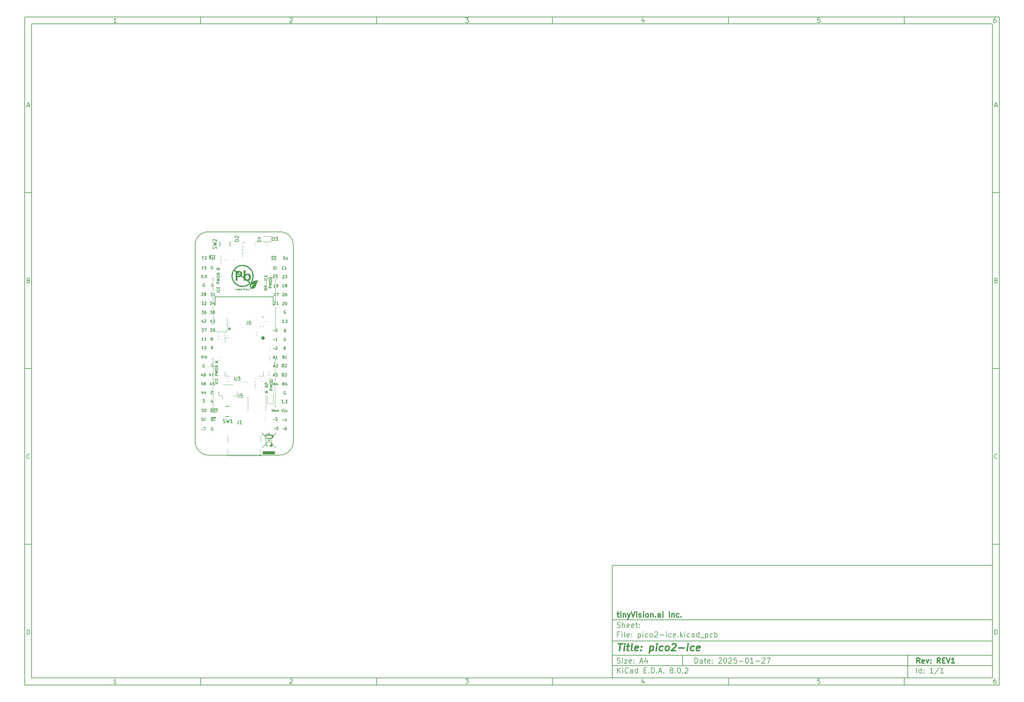
<source format=gbr>
%TF.GenerationSoftware,KiCad,Pcbnew,8.0.2*%
%TF.CreationDate,2025-02-02T23:53:12+05:30*%
%TF.ProjectId,pico2-ice,7069636f-322d-4696-9365-2e6b69636164,REV1*%
%TF.SameCoordinates,Original*%
%TF.FileFunction,Legend,Top*%
%TF.FilePolarity,Positive*%
%FSLAX46Y46*%
G04 Gerber Fmt 4.6, Leading zero omitted, Abs format (unit mm)*
G04 Created by KiCad (PCBNEW 8.0.2) date 2025-02-02 23:53:12*
%MOMM*%
%LPD*%
G01*
G04 APERTURE LIST*
%ADD10C,0.100000*%
%ADD11C,0.150000*%
%ADD12C,0.300000*%
%ADD13C,0.400000*%
%ADD14C,0.120000*%
%ADD15C,0.127000*%
%ADD16C,0.200000*%
%ADD17C,0.254000*%
%ADD18C,0.000000*%
%ADD19C,0.191421*%
%ADD20C,0.539246*%
%TA.AperFunction,Profile*%
%ADD21C,0.127000*%
%TD*%
G04 APERTURE END LIST*
D10*
D11*
X177002200Y-166007200D02*
X285002200Y-166007200D01*
X285002200Y-198007200D01*
X177002200Y-198007200D01*
X177002200Y-166007200D01*
D10*
D11*
X10000000Y-10000000D02*
X287002200Y-10000000D01*
X287002200Y-200007200D01*
X10000000Y-200007200D01*
X10000000Y-10000000D01*
D10*
D11*
X12000000Y-12000000D02*
X285002200Y-12000000D01*
X285002200Y-198007200D01*
X12000000Y-198007200D01*
X12000000Y-12000000D01*
D10*
D11*
X60000000Y-12000000D02*
X60000000Y-10000000D01*
D10*
D11*
X110000000Y-12000000D02*
X110000000Y-10000000D01*
D10*
D11*
X160000000Y-12000000D02*
X160000000Y-10000000D01*
D10*
D11*
X210000000Y-12000000D02*
X210000000Y-10000000D01*
D10*
D11*
X260000000Y-12000000D02*
X260000000Y-10000000D01*
D10*
D11*
X36089160Y-11593604D02*
X35346303Y-11593604D01*
X35717731Y-11593604D02*
X35717731Y-10293604D01*
X35717731Y-10293604D02*
X35593922Y-10479319D01*
X35593922Y-10479319D02*
X35470112Y-10603128D01*
X35470112Y-10603128D02*
X35346303Y-10665033D01*
D10*
D11*
X85346303Y-10417414D02*
X85408207Y-10355509D01*
X85408207Y-10355509D02*
X85532017Y-10293604D01*
X85532017Y-10293604D02*
X85841541Y-10293604D01*
X85841541Y-10293604D02*
X85965350Y-10355509D01*
X85965350Y-10355509D02*
X86027255Y-10417414D01*
X86027255Y-10417414D02*
X86089160Y-10541223D01*
X86089160Y-10541223D02*
X86089160Y-10665033D01*
X86089160Y-10665033D02*
X86027255Y-10850747D01*
X86027255Y-10850747D02*
X85284398Y-11593604D01*
X85284398Y-11593604D02*
X86089160Y-11593604D01*
D10*
D11*
X135284398Y-10293604D02*
X136089160Y-10293604D01*
X136089160Y-10293604D02*
X135655826Y-10788842D01*
X135655826Y-10788842D02*
X135841541Y-10788842D01*
X135841541Y-10788842D02*
X135965350Y-10850747D01*
X135965350Y-10850747D02*
X136027255Y-10912652D01*
X136027255Y-10912652D02*
X136089160Y-11036461D01*
X136089160Y-11036461D02*
X136089160Y-11345985D01*
X136089160Y-11345985D02*
X136027255Y-11469795D01*
X136027255Y-11469795D02*
X135965350Y-11531700D01*
X135965350Y-11531700D02*
X135841541Y-11593604D01*
X135841541Y-11593604D02*
X135470112Y-11593604D01*
X135470112Y-11593604D02*
X135346303Y-11531700D01*
X135346303Y-11531700D02*
X135284398Y-11469795D01*
D10*
D11*
X185965350Y-10726938D02*
X185965350Y-11593604D01*
X185655826Y-10231700D02*
X185346303Y-11160271D01*
X185346303Y-11160271D02*
X186151064Y-11160271D01*
D10*
D11*
X236027255Y-10293604D02*
X235408207Y-10293604D01*
X235408207Y-10293604D02*
X235346303Y-10912652D01*
X235346303Y-10912652D02*
X235408207Y-10850747D01*
X235408207Y-10850747D02*
X235532017Y-10788842D01*
X235532017Y-10788842D02*
X235841541Y-10788842D01*
X235841541Y-10788842D02*
X235965350Y-10850747D01*
X235965350Y-10850747D02*
X236027255Y-10912652D01*
X236027255Y-10912652D02*
X236089160Y-11036461D01*
X236089160Y-11036461D02*
X236089160Y-11345985D01*
X236089160Y-11345985D02*
X236027255Y-11469795D01*
X236027255Y-11469795D02*
X235965350Y-11531700D01*
X235965350Y-11531700D02*
X235841541Y-11593604D01*
X235841541Y-11593604D02*
X235532017Y-11593604D01*
X235532017Y-11593604D02*
X235408207Y-11531700D01*
X235408207Y-11531700D02*
X235346303Y-11469795D01*
D10*
D11*
X285965350Y-10293604D02*
X285717731Y-10293604D01*
X285717731Y-10293604D02*
X285593922Y-10355509D01*
X285593922Y-10355509D02*
X285532017Y-10417414D01*
X285532017Y-10417414D02*
X285408207Y-10603128D01*
X285408207Y-10603128D02*
X285346303Y-10850747D01*
X285346303Y-10850747D02*
X285346303Y-11345985D01*
X285346303Y-11345985D02*
X285408207Y-11469795D01*
X285408207Y-11469795D02*
X285470112Y-11531700D01*
X285470112Y-11531700D02*
X285593922Y-11593604D01*
X285593922Y-11593604D02*
X285841541Y-11593604D01*
X285841541Y-11593604D02*
X285965350Y-11531700D01*
X285965350Y-11531700D02*
X286027255Y-11469795D01*
X286027255Y-11469795D02*
X286089160Y-11345985D01*
X286089160Y-11345985D02*
X286089160Y-11036461D01*
X286089160Y-11036461D02*
X286027255Y-10912652D01*
X286027255Y-10912652D02*
X285965350Y-10850747D01*
X285965350Y-10850747D02*
X285841541Y-10788842D01*
X285841541Y-10788842D02*
X285593922Y-10788842D01*
X285593922Y-10788842D02*
X285470112Y-10850747D01*
X285470112Y-10850747D02*
X285408207Y-10912652D01*
X285408207Y-10912652D02*
X285346303Y-11036461D01*
D10*
D11*
X60000000Y-198007200D02*
X60000000Y-200007200D01*
D10*
D11*
X110000000Y-198007200D02*
X110000000Y-200007200D01*
D10*
D11*
X160000000Y-198007200D02*
X160000000Y-200007200D01*
D10*
D11*
X210000000Y-198007200D02*
X210000000Y-200007200D01*
D10*
D11*
X260000000Y-198007200D02*
X260000000Y-200007200D01*
D10*
D11*
X36089160Y-199600804D02*
X35346303Y-199600804D01*
X35717731Y-199600804D02*
X35717731Y-198300804D01*
X35717731Y-198300804D02*
X35593922Y-198486519D01*
X35593922Y-198486519D02*
X35470112Y-198610328D01*
X35470112Y-198610328D02*
X35346303Y-198672233D01*
D10*
D11*
X85346303Y-198424614D02*
X85408207Y-198362709D01*
X85408207Y-198362709D02*
X85532017Y-198300804D01*
X85532017Y-198300804D02*
X85841541Y-198300804D01*
X85841541Y-198300804D02*
X85965350Y-198362709D01*
X85965350Y-198362709D02*
X86027255Y-198424614D01*
X86027255Y-198424614D02*
X86089160Y-198548423D01*
X86089160Y-198548423D02*
X86089160Y-198672233D01*
X86089160Y-198672233D02*
X86027255Y-198857947D01*
X86027255Y-198857947D02*
X85284398Y-199600804D01*
X85284398Y-199600804D02*
X86089160Y-199600804D01*
D10*
D11*
X135284398Y-198300804D02*
X136089160Y-198300804D01*
X136089160Y-198300804D02*
X135655826Y-198796042D01*
X135655826Y-198796042D02*
X135841541Y-198796042D01*
X135841541Y-198796042D02*
X135965350Y-198857947D01*
X135965350Y-198857947D02*
X136027255Y-198919852D01*
X136027255Y-198919852D02*
X136089160Y-199043661D01*
X136089160Y-199043661D02*
X136089160Y-199353185D01*
X136089160Y-199353185D02*
X136027255Y-199476995D01*
X136027255Y-199476995D02*
X135965350Y-199538900D01*
X135965350Y-199538900D02*
X135841541Y-199600804D01*
X135841541Y-199600804D02*
X135470112Y-199600804D01*
X135470112Y-199600804D02*
X135346303Y-199538900D01*
X135346303Y-199538900D02*
X135284398Y-199476995D01*
D10*
D11*
X185965350Y-198734138D02*
X185965350Y-199600804D01*
X185655826Y-198238900D02*
X185346303Y-199167471D01*
X185346303Y-199167471D02*
X186151064Y-199167471D01*
D10*
D11*
X236027255Y-198300804D02*
X235408207Y-198300804D01*
X235408207Y-198300804D02*
X235346303Y-198919852D01*
X235346303Y-198919852D02*
X235408207Y-198857947D01*
X235408207Y-198857947D02*
X235532017Y-198796042D01*
X235532017Y-198796042D02*
X235841541Y-198796042D01*
X235841541Y-198796042D02*
X235965350Y-198857947D01*
X235965350Y-198857947D02*
X236027255Y-198919852D01*
X236027255Y-198919852D02*
X236089160Y-199043661D01*
X236089160Y-199043661D02*
X236089160Y-199353185D01*
X236089160Y-199353185D02*
X236027255Y-199476995D01*
X236027255Y-199476995D02*
X235965350Y-199538900D01*
X235965350Y-199538900D02*
X235841541Y-199600804D01*
X235841541Y-199600804D02*
X235532017Y-199600804D01*
X235532017Y-199600804D02*
X235408207Y-199538900D01*
X235408207Y-199538900D02*
X235346303Y-199476995D01*
D10*
D11*
X285965350Y-198300804D02*
X285717731Y-198300804D01*
X285717731Y-198300804D02*
X285593922Y-198362709D01*
X285593922Y-198362709D02*
X285532017Y-198424614D01*
X285532017Y-198424614D02*
X285408207Y-198610328D01*
X285408207Y-198610328D02*
X285346303Y-198857947D01*
X285346303Y-198857947D02*
X285346303Y-199353185D01*
X285346303Y-199353185D02*
X285408207Y-199476995D01*
X285408207Y-199476995D02*
X285470112Y-199538900D01*
X285470112Y-199538900D02*
X285593922Y-199600804D01*
X285593922Y-199600804D02*
X285841541Y-199600804D01*
X285841541Y-199600804D02*
X285965350Y-199538900D01*
X285965350Y-199538900D02*
X286027255Y-199476995D01*
X286027255Y-199476995D02*
X286089160Y-199353185D01*
X286089160Y-199353185D02*
X286089160Y-199043661D01*
X286089160Y-199043661D02*
X286027255Y-198919852D01*
X286027255Y-198919852D02*
X285965350Y-198857947D01*
X285965350Y-198857947D02*
X285841541Y-198796042D01*
X285841541Y-198796042D02*
X285593922Y-198796042D01*
X285593922Y-198796042D02*
X285470112Y-198857947D01*
X285470112Y-198857947D02*
X285408207Y-198919852D01*
X285408207Y-198919852D02*
X285346303Y-199043661D01*
D10*
D11*
X10000000Y-60000000D02*
X12000000Y-60000000D01*
D10*
D11*
X10000000Y-110000000D02*
X12000000Y-110000000D01*
D10*
D11*
X10000000Y-160000000D02*
X12000000Y-160000000D01*
D10*
D11*
X10690476Y-35222176D02*
X11309523Y-35222176D01*
X10566666Y-35593604D02*
X10999999Y-34293604D01*
X10999999Y-34293604D02*
X11433333Y-35593604D01*
D10*
D11*
X11092857Y-84912652D02*
X11278571Y-84974557D01*
X11278571Y-84974557D02*
X11340476Y-85036461D01*
X11340476Y-85036461D02*
X11402380Y-85160271D01*
X11402380Y-85160271D02*
X11402380Y-85345985D01*
X11402380Y-85345985D02*
X11340476Y-85469795D01*
X11340476Y-85469795D02*
X11278571Y-85531700D01*
X11278571Y-85531700D02*
X11154761Y-85593604D01*
X11154761Y-85593604D02*
X10659523Y-85593604D01*
X10659523Y-85593604D02*
X10659523Y-84293604D01*
X10659523Y-84293604D02*
X11092857Y-84293604D01*
X11092857Y-84293604D02*
X11216666Y-84355509D01*
X11216666Y-84355509D02*
X11278571Y-84417414D01*
X11278571Y-84417414D02*
X11340476Y-84541223D01*
X11340476Y-84541223D02*
X11340476Y-84665033D01*
X11340476Y-84665033D02*
X11278571Y-84788842D01*
X11278571Y-84788842D02*
X11216666Y-84850747D01*
X11216666Y-84850747D02*
X11092857Y-84912652D01*
X11092857Y-84912652D02*
X10659523Y-84912652D01*
D10*
D11*
X11402380Y-135469795D02*
X11340476Y-135531700D01*
X11340476Y-135531700D02*
X11154761Y-135593604D01*
X11154761Y-135593604D02*
X11030952Y-135593604D01*
X11030952Y-135593604D02*
X10845238Y-135531700D01*
X10845238Y-135531700D02*
X10721428Y-135407890D01*
X10721428Y-135407890D02*
X10659523Y-135284080D01*
X10659523Y-135284080D02*
X10597619Y-135036461D01*
X10597619Y-135036461D02*
X10597619Y-134850747D01*
X10597619Y-134850747D02*
X10659523Y-134603128D01*
X10659523Y-134603128D02*
X10721428Y-134479319D01*
X10721428Y-134479319D02*
X10845238Y-134355509D01*
X10845238Y-134355509D02*
X11030952Y-134293604D01*
X11030952Y-134293604D02*
X11154761Y-134293604D01*
X11154761Y-134293604D02*
X11340476Y-134355509D01*
X11340476Y-134355509D02*
X11402380Y-134417414D01*
D10*
D11*
X10659523Y-185593604D02*
X10659523Y-184293604D01*
X10659523Y-184293604D02*
X10969047Y-184293604D01*
X10969047Y-184293604D02*
X11154761Y-184355509D01*
X11154761Y-184355509D02*
X11278571Y-184479319D01*
X11278571Y-184479319D02*
X11340476Y-184603128D01*
X11340476Y-184603128D02*
X11402380Y-184850747D01*
X11402380Y-184850747D02*
X11402380Y-185036461D01*
X11402380Y-185036461D02*
X11340476Y-185284080D01*
X11340476Y-185284080D02*
X11278571Y-185407890D01*
X11278571Y-185407890D02*
X11154761Y-185531700D01*
X11154761Y-185531700D02*
X10969047Y-185593604D01*
X10969047Y-185593604D02*
X10659523Y-185593604D01*
D10*
D11*
X287002200Y-60000000D02*
X285002200Y-60000000D01*
D10*
D11*
X287002200Y-110000000D02*
X285002200Y-110000000D01*
D10*
D11*
X287002200Y-160000000D02*
X285002200Y-160000000D01*
D10*
D11*
X285692676Y-35222176D02*
X286311723Y-35222176D01*
X285568866Y-35593604D02*
X286002199Y-34293604D01*
X286002199Y-34293604D02*
X286435533Y-35593604D01*
D10*
D11*
X286095057Y-84912652D02*
X286280771Y-84974557D01*
X286280771Y-84974557D02*
X286342676Y-85036461D01*
X286342676Y-85036461D02*
X286404580Y-85160271D01*
X286404580Y-85160271D02*
X286404580Y-85345985D01*
X286404580Y-85345985D02*
X286342676Y-85469795D01*
X286342676Y-85469795D02*
X286280771Y-85531700D01*
X286280771Y-85531700D02*
X286156961Y-85593604D01*
X286156961Y-85593604D02*
X285661723Y-85593604D01*
X285661723Y-85593604D02*
X285661723Y-84293604D01*
X285661723Y-84293604D02*
X286095057Y-84293604D01*
X286095057Y-84293604D02*
X286218866Y-84355509D01*
X286218866Y-84355509D02*
X286280771Y-84417414D01*
X286280771Y-84417414D02*
X286342676Y-84541223D01*
X286342676Y-84541223D02*
X286342676Y-84665033D01*
X286342676Y-84665033D02*
X286280771Y-84788842D01*
X286280771Y-84788842D02*
X286218866Y-84850747D01*
X286218866Y-84850747D02*
X286095057Y-84912652D01*
X286095057Y-84912652D02*
X285661723Y-84912652D01*
D10*
D11*
X286404580Y-135469795D02*
X286342676Y-135531700D01*
X286342676Y-135531700D02*
X286156961Y-135593604D01*
X286156961Y-135593604D02*
X286033152Y-135593604D01*
X286033152Y-135593604D02*
X285847438Y-135531700D01*
X285847438Y-135531700D02*
X285723628Y-135407890D01*
X285723628Y-135407890D02*
X285661723Y-135284080D01*
X285661723Y-135284080D02*
X285599819Y-135036461D01*
X285599819Y-135036461D02*
X285599819Y-134850747D01*
X285599819Y-134850747D02*
X285661723Y-134603128D01*
X285661723Y-134603128D02*
X285723628Y-134479319D01*
X285723628Y-134479319D02*
X285847438Y-134355509D01*
X285847438Y-134355509D02*
X286033152Y-134293604D01*
X286033152Y-134293604D02*
X286156961Y-134293604D01*
X286156961Y-134293604D02*
X286342676Y-134355509D01*
X286342676Y-134355509D02*
X286404580Y-134417414D01*
D10*
D11*
X285661723Y-185593604D02*
X285661723Y-184293604D01*
X285661723Y-184293604D02*
X285971247Y-184293604D01*
X285971247Y-184293604D02*
X286156961Y-184355509D01*
X286156961Y-184355509D02*
X286280771Y-184479319D01*
X286280771Y-184479319D02*
X286342676Y-184603128D01*
X286342676Y-184603128D02*
X286404580Y-184850747D01*
X286404580Y-184850747D02*
X286404580Y-185036461D01*
X286404580Y-185036461D02*
X286342676Y-185284080D01*
X286342676Y-185284080D02*
X286280771Y-185407890D01*
X286280771Y-185407890D02*
X286156961Y-185531700D01*
X286156961Y-185531700D02*
X285971247Y-185593604D01*
X285971247Y-185593604D02*
X285661723Y-185593604D01*
D10*
D11*
X200458026Y-193793328D02*
X200458026Y-192293328D01*
X200458026Y-192293328D02*
X200815169Y-192293328D01*
X200815169Y-192293328D02*
X201029455Y-192364757D01*
X201029455Y-192364757D02*
X201172312Y-192507614D01*
X201172312Y-192507614D02*
X201243741Y-192650471D01*
X201243741Y-192650471D02*
X201315169Y-192936185D01*
X201315169Y-192936185D02*
X201315169Y-193150471D01*
X201315169Y-193150471D02*
X201243741Y-193436185D01*
X201243741Y-193436185D02*
X201172312Y-193579042D01*
X201172312Y-193579042D02*
X201029455Y-193721900D01*
X201029455Y-193721900D02*
X200815169Y-193793328D01*
X200815169Y-193793328D02*
X200458026Y-193793328D01*
X202600884Y-193793328D02*
X202600884Y-193007614D01*
X202600884Y-193007614D02*
X202529455Y-192864757D01*
X202529455Y-192864757D02*
X202386598Y-192793328D01*
X202386598Y-192793328D02*
X202100884Y-192793328D01*
X202100884Y-192793328D02*
X201958026Y-192864757D01*
X202600884Y-193721900D02*
X202458026Y-193793328D01*
X202458026Y-193793328D02*
X202100884Y-193793328D01*
X202100884Y-193793328D02*
X201958026Y-193721900D01*
X201958026Y-193721900D02*
X201886598Y-193579042D01*
X201886598Y-193579042D02*
X201886598Y-193436185D01*
X201886598Y-193436185D02*
X201958026Y-193293328D01*
X201958026Y-193293328D02*
X202100884Y-193221900D01*
X202100884Y-193221900D02*
X202458026Y-193221900D01*
X202458026Y-193221900D02*
X202600884Y-193150471D01*
X203100884Y-192793328D02*
X203672312Y-192793328D01*
X203315169Y-192293328D02*
X203315169Y-193579042D01*
X203315169Y-193579042D02*
X203386598Y-193721900D01*
X203386598Y-193721900D02*
X203529455Y-193793328D01*
X203529455Y-193793328D02*
X203672312Y-193793328D01*
X204743741Y-193721900D02*
X204600884Y-193793328D01*
X204600884Y-193793328D02*
X204315170Y-193793328D01*
X204315170Y-193793328D02*
X204172312Y-193721900D01*
X204172312Y-193721900D02*
X204100884Y-193579042D01*
X204100884Y-193579042D02*
X204100884Y-193007614D01*
X204100884Y-193007614D02*
X204172312Y-192864757D01*
X204172312Y-192864757D02*
X204315170Y-192793328D01*
X204315170Y-192793328D02*
X204600884Y-192793328D01*
X204600884Y-192793328D02*
X204743741Y-192864757D01*
X204743741Y-192864757D02*
X204815170Y-193007614D01*
X204815170Y-193007614D02*
X204815170Y-193150471D01*
X204815170Y-193150471D02*
X204100884Y-193293328D01*
X205458026Y-193650471D02*
X205529455Y-193721900D01*
X205529455Y-193721900D02*
X205458026Y-193793328D01*
X205458026Y-193793328D02*
X205386598Y-193721900D01*
X205386598Y-193721900D02*
X205458026Y-193650471D01*
X205458026Y-193650471D02*
X205458026Y-193793328D01*
X205458026Y-192864757D02*
X205529455Y-192936185D01*
X205529455Y-192936185D02*
X205458026Y-193007614D01*
X205458026Y-193007614D02*
X205386598Y-192936185D01*
X205386598Y-192936185D02*
X205458026Y-192864757D01*
X205458026Y-192864757D02*
X205458026Y-193007614D01*
X207243741Y-192436185D02*
X207315169Y-192364757D01*
X207315169Y-192364757D02*
X207458027Y-192293328D01*
X207458027Y-192293328D02*
X207815169Y-192293328D01*
X207815169Y-192293328D02*
X207958027Y-192364757D01*
X207958027Y-192364757D02*
X208029455Y-192436185D01*
X208029455Y-192436185D02*
X208100884Y-192579042D01*
X208100884Y-192579042D02*
X208100884Y-192721900D01*
X208100884Y-192721900D02*
X208029455Y-192936185D01*
X208029455Y-192936185D02*
X207172312Y-193793328D01*
X207172312Y-193793328D02*
X208100884Y-193793328D01*
X209029455Y-192293328D02*
X209172312Y-192293328D01*
X209172312Y-192293328D02*
X209315169Y-192364757D01*
X209315169Y-192364757D02*
X209386598Y-192436185D01*
X209386598Y-192436185D02*
X209458026Y-192579042D01*
X209458026Y-192579042D02*
X209529455Y-192864757D01*
X209529455Y-192864757D02*
X209529455Y-193221900D01*
X209529455Y-193221900D02*
X209458026Y-193507614D01*
X209458026Y-193507614D02*
X209386598Y-193650471D01*
X209386598Y-193650471D02*
X209315169Y-193721900D01*
X209315169Y-193721900D02*
X209172312Y-193793328D01*
X209172312Y-193793328D02*
X209029455Y-193793328D01*
X209029455Y-193793328D02*
X208886598Y-193721900D01*
X208886598Y-193721900D02*
X208815169Y-193650471D01*
X208815169Y-193650471D02*
X208743740Y-193507614D01*
X208743740Y-193507614D02*
X208672312Y-193221900D01*
X208672312Y-193221900D02*
X208672312Y-192864757D01*
X208672312Y-192864757D02*
X208743740Y-192579042D01*
X208743740Y-192579042D02*
X208815169Y-192436185D01*
X208815169Y-192436185D02*
X208886598Y-192364757D01*
X208886598Y-192364757D02*
X209029455Y-192293328D01*
X210100883Y-192436185D02*
X210172311Y-192364757D01*
X210172311Y-192364757D02*
X210315169Y-192293328D01*
X210315169Y-192293328D02*
X210672311Y-192293328D01*
X210672311Y-192293328D02*
X210815169Y-192364757D01*
X210815169Y-192364757D02*
X210886597Y-192436185D01*
X210886597Y-192436185D02*
X210958026Y-192579042D01*
X210958026Y-192579042D02*
X210958026Y-192721900D01*
X210958026Y-192721900D02*
X210886597Y-192936185D01*
X210886597Y-192936185D02*
X210029454Y-193793328D01*
X210029454Y-193793328D02*
X210958026Y-193793328D01*
X212315168Y-192293328D02*
X211600882Y-192293328D01*
X211600882Y-192293328D02*
X211529454Y-193007614D01*
X211529454Y-193007614D02*
X211600882Y-192936185D01*
X211600882Y-192936185D02*
X211743740Y-192864757D01*
X211743740Y-192864757D02*
X212100882Y-192864757D01*
X212100882Y-192864757D02*
X212243740Y-192936185D01*
X212243740Y-192936185D02*
X212315168Y-193007614D01*
X212315168Y-193007614D02*
X212386597Y-193150471D01*
X212386597Y-193150471D02*
X212386597Y-193507614D01*
X212386597Y-193507614D02*
X212315168Y-193650471D01*
X212315168Y-193650471D02*
X212243740Y-193721900D01*
X212243740Y-193721900D02*
X212100882Y-193793328D01*
X212100882Y-193793328D02*
X211743740Y-193793328D01*
X211743740Y-193793328D02*
X211600882Y-193721900D01*
X211600882Y-193721900D02*
X211529454Y-193650471D01*
X213029453Y-193221900D02*
X214172311Y-193221900D01*
X215172311Y-192293328D02*
X215315168Y-192293328D01*
X215315168Y-192293328D02*
X215458025Y-192364757D01*
X215458025Y-192364757D02*
X215529454Y-192436185D01*
X215529454Y-192436185D02*
X215600882Y-192579042D01*
X215600882Y-192579042D02*
X215672311Y-192864757D01*
X215672311Y-192864757D02*
X215672311Y-193221900D01*
X215672311Y-193221900D02*
X215600882Y-193507614D01*
X215600882Y-193507614D02*
X215529454Y-193650471D01*
X215529454Y-193650471D02*
X215458025Y-193721900D01*
X215458025Y-193721900D02*
X215315168Y-193793328D01*
X215315168Y-193793328D02*
X215172311Y-193793328D01*
X215172311Y-193793328D02*
X215029454Y-193721900D01*
X215029454Y-193721900D02*
X214958025Y-193650471D01*
X214958025Y-193650471D02*
X214886596Y-193507614D01*
X214886596Y-193507614D02*
X214815168Y-193221900D01*
X214815168Y-193221900D02*
X214815168Y-192864757D01*
X214815168Y-192864757D02*
X214886596Y-192579042D01*
X214886596Y-192579042D02*
X214958025Y-192436185D01*
X214958025Y-192436185D02*
X215029454Y-192364757D01*
X215029454Y-192364757D02*
X215172311Y-192293328D01*
X217100882Y-193793328D02*
X216243739Y-193793328D01*
X216672310Y-193793328D02*
X216672310Y-192293328D01*
X216672310Y-192293328D02*
X216529453Y-192507614D01*
X216529453Y-192507614D02*
X216386596Y-192650471D01*
X216386596Y-192650471D02*
X216243739Y-192721900D01*
X217743738Y-193221900D02*
X218886596Y-193221900D01*
X219529453Y-192436185D02*
X219600881Y-192364757D01*
X219600881Y-192364757D02*
X219743739Y-192293328D01*
X219743739Y-192293328D02*
X220100881Y-192293328D01*
X220100881Y-192293328D02*
X220243739Y-192364757D01*
X220243739Y-192364757D02*
X220315167Y-192436185D01*
X220315167Y-192436185D02*
X220386596Y-192579042D01*
X220386596Y-192579042D02*
X220386596Y-192721900D01*
X220386596Y-192721900D02*
X220315167Y-192936185D01*
X220315167Y-192936185D02*
X219458024Y-193793328D01*
X219458024Y-193793328D02*
X220386596Y-193793328D01*
X220886595Y-192293328D02*
X221886595Y-192293328D01*
X221886595Y-192293328D02*
X221243738Y-193793328D01*
D10*
D11*
X177002200Y-194507200D02*
X285002200Y-194507200D01*
D10*
D11*
X178458026Y-196593328D02*
X178458026Y-195093328D01*
X179315169Y-196593328D02*
X178672312Y-195736185D01*
X179315169Y-195093328D02*
X178458026Y-195950471D01*
X179958026Y-196593328D02*
X179958026Y-195593328D01*
X179958026Y-195093328D02*
X179886598Y-195164757D01*
X179886598Y-195164757D02*
X179958026Y-195236185D01*
X179958026Y-195236185D02*
X180029455Y-195164757D01*
X180029455Y-195164757D02*
X179958026Y-195093328D01*
X179958026Y-195093328D02*
X179958026Y-195236185D01*
X181529455Y-196450471D02*
X181458027Y-196521900D01*
X181458027Y-196521900D02*
X181243741Y-196593328D01*
X181243741Y-196593328D02*
X181100884Y-196593328D01*
X181100884Y-196593328D02*
X180886598Y-196521900D01*
X180886598Y-196521900D02*
X180743741Y-196379042D01*
X180743741Y-196379042D02*
X180672312Y-196236185D01*
X180672312Y-196236185D02*
X180600884Y-195950471D01*
X180600884Y-195950471D02*
X180600884Y-195736185D01*
X180600884Y-195736185D02*
X180672312Y-195450471D01*
X180672312Y-195450471D02*
X180743741Y-195307614D01*
X180743741Y-195307614D02*
X180886598Y-195164757D01*
X180886598Y-195164757D02*
X181100884Y-195093328D01*
X181100884Y-195093328D02*
X181243741Y-195093328D01*
X181243741Y-195093328D02*
X181458027Y-195164757D01*
X181458027Y-195164757D02*
X181529455Y-195236185D01*
X182815170Y-196593328D02*
X182815170Y-195807614D01*
X182815170Y-195807614D02*
X182743741Y-195664757D01*
X182743741Y-195664757D02*
X182600884Y-195593328D01*
X182600884Y-195593328D02*
X182315170Y-195593328D01*
X182315170Y-195593328D02*
X182172312Y-195664757D01*
X182815170Y-196521900D02*
X182672312Y-196593328D01*
X182672312Y-196593328D02*
X182315170Y-196593328D01*
X182315170Y-196593328D02*
X182172312Y-196521900D01*
X182172312Y-196521900D02*
X182100884Y-196379042D01*
X182100884Y-196379042D02*
X182100884Y-196236185D01*
X182100884Y-196236185D02*
X182172312Y-196093328D01*
X182172312Y-196093328D02*
X182315170Y-196021900D01*
X182315170Y-196021900D02*
X182672312Y-196021900D01*
X182672312Y-196021900D02*
X182815170Y-195950471D01*
X184172313Y-196593328D02*
X184172313Y-195093328D01*
X184172313Y-196521900D02*
X184029455Y-196593328D01*
X184029455Y-196593328D02*
X183743741Y-196593328D01*
X183743741Y-196593328D02*
X183600884Y-196521900D01*
X183600884Y-196521900D02*
X183529455Y-196450471D01*
X183529455Y-196450471D02*
X183458027Y-196307614D01*
X183458027Y-196307614D02*
X183458027Y-195879042D01*
X183458027Y-195879042D02*
X183529455Y-195736185D01*
X183529455Y-195736185D02*
X183600884Y-195664757D01*
X183600884Y-195664757D02*
X183743741Y-195593328D01*
X183743741Y-195593328D02*
X184029455Y-195593328D01*
X184029455Y-195593328D02*
X184172313Y-195664757D01*
X186029455Y-195807614D02*
X186529455Y-195807614D01*
X186743741Y-196593328D02*
X186029455Y-196593328D01*
X186029455Y-196593328D02*
X186029455Y-195093328D01*
X186029455Y-195093328D02*
X186743741Y-195093328D01*
X187386598Y-196450471D02*
X187458027Y-196521900D01*
X187458027Y-196521900D02*
X187386598Y-196593328D01*
X187386598Y-196593328D02*
X187315170Y-196521900D01*
X187315170Y-196521900D02*
X187386598Y-196450471D01*
X187386598Y-196450471D02*
X187386598Y-196593328D01*
X188100884Y-196593328D02*
X188100884Y-195093328D01*
X188100884Y-195093328D02*
X188458027Y-195093328D01*
X188458027Y-195093328D02*
X188672313Y-195164757D01*
X188672313Y-195164757D02*
X188815170Y-195307614D01*
X188815170Y-195307614D02*
X188886599Y-195450471D01*
X188886599Y-195450471D02*
X188958027Y-195736185D01*
X188958027Y-195736185D02*
X188958027Y-195950471D01*
X188958027Y-195950471D02*
X188886599Y-196236185D01*
X188886599Y-196236185D02*
X188815170Y-196379042D01*
X188815170Y-196379042D02*
X188672313Y-196521900D01*
X188672313Y-196521900D02*
X188458027Y-196593328D01*
X188458027Y-196593328D02*
X188100884Y-196593328D01*
X189600884Y-196450471D02*
X189672313Y-196521900D01*
X189672313Y-196521900D02*
X189600884Y-196593328D01*
X189600884Y-196593328D02*
X189529456Y-196521900D01*
X189529456Y-196521900D02*
X189600884Y-196450471D01*
X189600884Y-196450471D02*
X189600884Y-196593328D01*
X190243742Y-196164757D02*
X190958028Y-196164757D01*
X190100885Y-196593328D02*
X190600885Y-195093328D01*
X190600885Y-195093328D02*
X191100885Y-196593328D01*
X191600884Y-196450471D02*
X191672313Y-196521900D01*
X191672313Y-196521900D02*
X191600884Y-196593328D01*
X191600884Y-196593328D02*
X191529456Y-196521900D01*
X191529456Y-196521900D02*
X191600884Y-196450471D01*
X191600884Y-196450471D02*
X191600884Y-196593328D01*
X193672313Y-195736185D02*
X193529456Y-195664757D01*
X193529456Y-195664757D02*
X193458027Y-195593328D01*
X193458027Y-195593328D02*
X193386599Y-195450471D01*
X193386599Y-195450471D02*
X193386599Y-195379042D01*
X193386599Y-195379042D02*
X193458027Y-195236185D01*
X193458027Y-195236185D02*
X193529456Y-195164757D01*
X193529456Y-195164757D02*
X193672313Y-195093328D01*
X193672313Y-195093328D02*
X193958027Y-195093328D01*
X193958027Y-195093328D02*
X194100885Y-195164757D01*
X194100885Y-195164757D02*
X194172313Y-195236185D01*
X194172313Y-195236185D02*
X194243742Y-195379042D01*
X194243742Y-195379042D02*
X194243742Y-195450471D01*
X194243742Y-195450471D02*
X194172313Y-195593328D01*
X194172313Y-195593328D02*
X194100885Y-195664757D01*
X194100885Y-195664757D02*
X193958027Y-195736185D01*
X193958027Y-195736185D02*
X193672313Y-195736185D01*
X193672313Y-195736185D02*
X193529456Y-195807614D01*
X193529456Y-195807614D02*
X193458027Y-195879042D01*
X193458027Y-195879042D02*
X193386599Y-196021900D01*
X193386599Y-196021900D02*
X193386599Y-196307614D01*
X193386599Y-196307614D02*
X193458027Y-196450471D01*
X193458027Y-196450471D02*
X193529456Y-196521900D01*
X193529456Y-196521900D02*
X193672313Y-196593328D01*
X193672313Y-196593328D02*
X193958027Y-196593328D01*
X193958027Y-196593328D02*
X194100885Y-196521900D01*
X194100885Y-196521900D02*
X194172313Y-196450471D01*
X194172313Y-196450471D02*
X194243742Y-196307614D01*
X194243742Y-196307614D02*
X194243742Y-196021900D01*
X194243742Y-196021900D02*
X194172313Y-195879042D01*
X194172313Y-195879042D02*
X194100885Y-195807614D01*
X194100885Y-195807614D02*
X193958027Y-195736185D01*
X194886598Y-196450471D02*
X194958027Y-196521900D01*
X194958027Y-196521900D02*
X194886598Y-196593328D01*
X194886598Y-196593328D02*
X194815170Y-196521900D01*
X194815170Y-196521900D02*
X194886598Y-196450471D01*
X194886598Y-196450471D02*
X194886598Y-196593328D01*
X195886599Y-195093328D02*
X196029456Y-195093328D01*
X196029456Y-195093328D02*
X196172313Y-195164757D01*
X196172313Y-195164757D02*
X196243742Y-195236185D01*
X196243742Y-195236185D02*
X196315170Y-195379042D01*
X196315170Y-195379042D02*
X196386599Y-195664757D01*
X196386599Y-195664757D02*
X196386599Y-196021900D01*
X196386599Y-196021900D02*
X196315170Y-196307614D01*
X196315170Y-196307614D02*
X196243742Y-196450471D01*
X196243742Y-196450471D02*
X196172313Y-196521900D01*
X196172313Y-196521900D02*
X196029456Y-196593328D01*
X196029456Y-196593328D02*
X195886599Y-196593328D01*
X195886599Y-196593328D02*
X195743742Y-196521900D01*
X195743742Y-196521900D02*
X195672313Y-196450471D01*
X195672313Y-196450471D02*
X195600884Y-196307614D01*
X195600884Y-196307614D02*
X195529456Y-196021900D01*
X195529456Y-196021900D02*
X195529456Y-195664757D01*
X195529456Y-195664757D02*
X195600884Y-195379042D01*
X195600884Y-195379042D02*
X195672313Y-195236185D01*
X195672313Y-195236185D02*
X195743742Y-195164757D01*
X195743742Y-195164757D02*
X195886599Y-195093328D01*
X197029455Y-196450471D02*
X197100884Y-196521900D01*
X197100884Y-196521900D02*
X197029455Y-196593328D01*
X197029455Y-196593328D02*
X196958027Y-196521900D01*
X196958027Y-196521900D02*
X197029455Y-196450471D01*
X197029455Y-196450471D02*
X197029455Y-196593328D01*
X197672313Y-195236185D02*
X197743741Y-195164757D01*
X197743741Y-195164757D02*
X197886599Y-195093328D01*
X197886599Y-195093328D02*
X198243741Y-195093328D01*
X198243741Y-195093328D02*
X198386599Y-195164757D01*
X198386599Y-195164757D02*
X198458027Y-195236185D01*
X198458027Y-195236185D02*
X198529456Y-195379042D01*
X198529456Y-195379042D02*
X198529456Y-195521900D01*
X198529456Y-195521900D02*
X198458027Y-195736185D01*
X198458027Y-195736185D02*
X197600884Y-196593328D01*
X197600884Y-196593328D02*
X198529456Y-196593328D01*
D10*
D11*
X177002200Y-191507200D02*
X285002200Y-191507200D01*
D10*
D12*
X264413853Y-193785528D02*
X263913853Y-193071242D01*
X263556710Y-193785528D02*
X263556710Y-192285528D01*
X263556710Y-192285528D02*
X264128139Y-192285528D01*
X264128139Y-192285528D02*
X264270996Y-192356957D01*
X264270996Y-192356957D02*
X264342425Y-192428385D01*
X264342425Y-192428385D02*
X264413853Y-192571242D01*
X264413853Y-192571242D02*
X264413853Y-192785528D01*
X264413853Y-192785528D02*
X264342425Y-192928385D01*
X264342425Y-192928385D02*
X264270996Y-192999814D01*
X264270996Y-192999814D02*
X264128139Y-193071242D01*
X264128139Y-193071242D02*
X263556710Y-193071242D01*
X265628139Y-193714100D02*
X265485282Y-193785528D01*
X265485282Y-193785528D02*
X265199568Y-193785528D01*
X265199568Y-193785528D02*
X265056710Y-193714100D01*
X265056710Y-193714100D02*
X264985282Y-193571242D01*
X264985282Y-193571242D02*
X264985282Y-192999814D01*
X264985282Y-192999814D02*
X265056710Y-192856957D01*
X265056710Y-192856957D02*
X265199568Y-192785528D01*
X265199568Y-192785528D02*
X265485282Y-192785528D01*
X265485282Y-192785528D02*
X265628139Y-192856957D01*
X265628139Y-192856957D02*
X265699568Y-192999814D01*
X265699568Y-192999814D02*
X265699568Y-193142671D01*
X265699568Y-193142671D02*
X264985282Y-193285528D01*
X266199567Y-192785528D02*
X266556710Y-193785528D01*
X266556710Y-193785528D02*
X266913853Y-192785528D01*
X267485281Y-193642671D02*
X267556710Y-193714100D01*
X267556710Y-193714100D02*
X267485281Y-193785528D01*
X267485281Y-193785528D02*
X267413853Y-193714100D01*
X267413853Y-193714100D02*
X267485281Y-193642671D01*
X267485281Y-193642671D02*
X267485281Y-193785528D01*
X267485281Y-192856957D02*
X267556710Y-192928385D01*
X267556710Y-192928385D02*
X267485281Y-192999814D01*
X267485281Y-192999814D02*
X267413853Y-192928385D01*
X267413853Y-192928385D02*
X267485281Y-192856957D01*
X267485281Y-192856957D02*
X267485281Y-192999814D01*
X270199567Y-193785528D02*
X269699567Y-193071242D01*
X269342424Y-193785528D02*
X269342424Y-192285528D01*
X269342424Y-192285528D02*
X269913853Y-192285528D01*
X269913853Y-192285528D02*
X270056710Y-192356957D01*
X270056710Y-192356957D02*
X270128139Y-192428385D01*
X270128139Y-192428385D02*
X270199567Y-192571242D01*
X270199567Y-192571242D02*
X270199567Y-192785528D01*
X270199567Y-192785528D02*
X270128139Y-192928385D01*
X270128139Y-192928385D02*
X270056710Y-192999814D01*
X270056710Y-192999814D02*
X269913853Y-193071242D01*
X269913853Y-193071242D02*
X269342424Y-193071242D01*
X270842424Y-192999814D02*
X271342424Y-192999814D01*
X271556710Y-193785528D02*
X270842424Y-193785528D01*
X270842424Y-193785528D02*
X270842424Y-192285528D01*
X270842424Y-192285528D02*
X271556710Y-192285528D01*
X271985282Y-192285528D02*
X272485282Y-193785528D01*
X272485282Y-193785528D02*
X272985282Y-192285528D01*
X274270996Y-193785528D02*
X273413853Y-193785528D01*
X273842424Y-193785528D02*
X273842424Y-192285528D01*
X273842424Y-192285528D02*
X273699567Y-192499814D01*
X273699567Y-192499814D02*
X273556710Y-192642671D01*
X273556710Y-192642671D02*
X273413853Y-192714100D01*
D10*
D11*
X178386598Y-193721900D02*
X178600884Y-193793328D01*
X178600884Y-193793328D02*
X178958026Y-193793328D01*
X178958026Y-193793328D02*
X179100884Y-193721900D01*
X179100884Y-193721900D02*
X179172312Y-193650471D01*
X179172312Y-193650471D02*
X179243741Y-193507614D01*
X179243741Y-193507614D02*
X179243741Y-193364757D01*
X179243741Y-193364757D02*
X179172312Y-193221900D01*
X179172312Y-193221900D02*
X179100884Y-193150471D01*
X179100884Y-193150471D02*
X178958026Y-193079042D01*
X178958026Y-193079042D02*
X178672312Y-193007614D01*
X178672312Y-193007614D02*
X178529455Y-192936185D01*
X178529455Y-192936185D02*
X178458026Y-192864757D01*
X178458026Y-192864757D02*
X178386598Y-192721900D01*
X178386598Y-192721900D02*
X178386598Y-192579042D01*
X178386598Y-192579042D02*
X178458026Y-192436185D01*
X178458026Y-192436185D02*
X178529455Y-192364757D01*
X178529455Y-192364757D02*
X178672312Y-192293328D01*
X178672312Y-192293328D02*
X179029455Y-192293328D01*
X179029455Y-192293328D02*
X179243741Y-192364757D01*
X179886597Y-193793328D02*
X179886597Y-192793328D01*
X179886597Y-192293328D02*
X179815169Y-192364757D01*
X179815169Y-192364757D02*
X179886597Y-192436185D01*
X179886597Y-192436185D02*
X179958026Y-192364757D01*
X179958026Y-192364757D02*
X179886597Y-192293328D01*
X179886597Y-192293328D02*
X179886597Y-192436185D01*
X180458026Y-192793328D02*
X181243741Y-192793328D01*
X181243741Y-192793328D02*
X180458026Y-193793328D01*
X180458026Y-193793328D02*
X181243741Y-193793328D01*
X182386598Y-193721900D02*
X182243741Y-193793328D01*
X182243741Y-193793328D02*
X181958027Y-193793328D01*
X181958027Y-193793328D02*
X181815169Y-193721900D01*
X181815169Y-193721900D02*
X181743741Y-193579042D01*
X181743741Y-193579042D02*
X181743741Y-193007614D01*
X181743741Y-193007614D02*
X181815169Y-192864757D01*
X181815169Y-192864757D02*
X181958027Y-192793328D01*
X181958027Y-192793328D02*
X182243741Y-192793328D01*
X182243741Y-192793328D02*
X182386598Y-192864757D01*
X182386598Y-192864757D02*
X182458027Y-193007614D01*
X182458027Y-193007614D02*
X182458027Y-193150471D01*
X182458027Y-193150471D02*
X181743741Y-193293328D01*
X183100883Y-193650471D02*
X183172312Y-193721900D01*
X183172312Y-193721900D02*
X183100883Y-193793328D01*
X183100883Y-193793328D02*
X183029455Y-193721900D01*
X183029455Y-193721900D02*
X183100883Y-193650471D01*
X183100883Y-193650471D02*
X183100883Y-193793328D01*
X183100883Y-192864757D02*
X183172312Y-192936185D01*
X183172312Y-192936185D02*
X183100883Y-193007614D01*
X183100883Y-193007614D02*
X183029455Y-192936185D01*
X183029455Y-192936185D02*
X183100883Y-192864757D01*
X183100883Y-192864757D02*
X183100883Y-193007614D01*
X184886598Y-193364757D02*
X185600884Y-193364757D01*
X184743741Y-193793328D02*
X185243741Y-192293328D01*
X185243741Y-192293328D02*
X185743741Y-193793328D01*
X186886598Y-192793328D02*
X186886598Y-193793328D01*
X186529455Y-192221900D02*
X186172312Y-193293328D01*
X186172312Y-193293328D02*
X187100883Y-193293328D01*
D10*
D11*
X263458026Y-196593328D02*
X263458026Y-195093328D01*
X264815170Y-196593328D02*
X264815170Y-195093328D01*
X264815170Y-196521900D02*
X264672312Y-196593328D01*
X264672312Y-196593328D02*
X264386598Y-196593328D01*
X264386598Y-196593328D02*
X264243741Y-196521900D01*
X264243741Y-196521900D02*
X264172312Y-196450471D01*
X264172312Y-196450471D02*
X264100884Y-196307614D01*
X264100884Y-196307614D02*
X264100884Y-195879042D01*
X264100884Y-195879042D02*
X264172312Y-195736185D01*
X264172312Y-195736185D02*
X264243741Y-195664757D01*
X264243741Y-195664757D02*
X264386598Y-195593328D01*
X264386598Y-195593328D02*
X264672312Y-195593328D01*
X264672312Y-195593328D02*
X264815170Y-195664757D01*
X265529455Y-196450471D02*
X265600884Y-196521900D01*
X265600884Y-196521900D02*
X265529455Y-196593328D01*
X265529455Y-196593328D02*
X265458027Y-196521900D01*
X265458027Y-196521900D02*
X265529455Y-196450471D01*
X265529455Y-196450471D02*
X265529455Y-196593328D01*
X265529455Y-195664757D02*
X265600884Y-195736185D01*
X265600884Y-195736185D02*
X265529455Y-195807614D01*
X265529455Y-195807614D02*
X265458027Y-195736185D01*
X265458027Y-195736185D02*
X265529455Y-195664757D01*
X265529455Y-195664757D02*
X265529455Y-195807614D01*
X268172313Y-196593328D02*
X267315170Y-196593328D01*
X267743741Y-196593328D02*
X267743741Y-195093328D01*
X267743741Y-195093328D02*
X267600884Y-195307614D01*
X267600884Y-195307614D02*
X267458027Y-195450471D01*
X267458027Y-195450471D02*
X267315170Y-195521900D01*
X269886598Y-195021900D02*
X268600884Y-196950471D01*
X271172313Y-196593328D02*
X270315170Y-196593328D01*
X270743741Y-196593328D02*
X270743741Y-195093328D01*
X270743741Y-195093328D02*
X270600884Y-195307614D01*
X270600884Y-195307614D02*
X270458027Y-195450471D01*
X270458027Y-195450471D02*
X270315170Y-195521900D01*
D10*
D11*
X177002200Y-187507200D02*
X285002200Y-187507200D01*
D10*
D13*
X178693928Y-188211638D02*
X179836785Y-188211638D01*
X179015357Y-190211638D02*
X179265357Y-188211638D01*
X180253452Y-190211638D02*
X180420119Y-188878304D01*
X180503452Y-188211638D02*
X180396309Y-188306876D01*
X180396309Y-188306876D02*
X180479643Y-188402114D01*
X180479643Y-188402114D02*
X180586786Y-188306876D01*
X180586786Y-188306876D02*
X180503452Y-188211638D01*
X180503452Y-188211638D02*
X180479643Y-188402114D01*
X181086786Y-188878304D02*
X181848690Y-188878304D01*
X181455833Y-188211638D02*
X181241548Y-189925923D01*
X181241548Y-189925923D02*
X181312976Y-190116400D01*
X181312976Y-190116400D02*
X181491548Y-190211638D01*
X181491548Y-190211638D02*
X181682024Y-190211638D01*
X182634405Y-190211638D02*
X182455833Y-190116400D01*
X182455833Y-190116400D02*
X182384405Y-189925923D01*
X182384405Y-189925923D02*
X182598690Y-188211638D01*
X184170119Y-190116400D02*
X183967738Y-190211638D01*
X183967738Y-190211638D02*
X183586785Y-190211638D01*
X183586785Y-190211638D02*
X183408214Y-190116400D01*
X183408214Y-190116400D02*
X183336785Y-189925923D01*
X183336785Y-189925923D02*
X183432024Y-189164019D01*
X183432024Y-189164019D02*
X183551071Y-188973542D01*
X183551071Y-188973542D02*
X183753452Y-188878304D01*
X183753452Y-188878304D02*
X184134404Y-188878304D01*
X184134404Y-188878304D02*
X184312976Y-188973542D01*
X184312976Y-188973542D02*
X184384404Y-189164019D01*
X184384404Y-189164019D02*
X184360595Y-189354495D01*
X184360595Y-189354495D02*
X183384404Y-189544971D01*
X185134405Y-190021161D02*
X185217738Y-190116400D01*
X185217738Y-190116400D02*
X185110595Y-190211638D01*
X185110595Y-190211638D02*
X185027262Y-190116400D01*
X185027262Y-190116400D02*
X185134405Y-190021161D01*
X185134405Y-190021161D02*
X185110595Y-190211638D01*
X185265357Y-188973542D02*
X185348690Y-189068780D01*
X185348690Y-189068780D02*
X185241548Y-189164019D01*
X185241548Y-189164019D02*
X185158214Y-189068780D01*
X185158214Y-189068780D02*
X185265357Y-188973542D01*
X185265357Y-188973542D02*
X185241548Y-189164019D01*
X187753453Y-188878304D02*
X187503453Y-190878304D01*
X187741548Y-188973542D02*
X187943929Y-188878304D01*
X187943929Y-188878304D02*
X188324881Y-188878304D01*
X188324881Y-188878304D02*
X188503453Y-188973542D01*
X188503453Y-188973542D02*
X188586786Y-189068780D01*
X188586786Y-189068780D02*
X188658215Y-189259257D01*
X188658215Y-189259257D02*
X188586786Y-189830685D01*
X188586786Y-189830685D02*
X188467739Y-190021161D01*
X188467739Y-190021161D02*
X188360596Y-190116400D01*
X188360596Y-190116400D02*
X188158215Y-190211638D01*
X188158215Y-190211638D02*
X187777262Y-190211638D01*
X187777262Y-190211638D02*
X187598691Y-190116400D01*
X189396310Y-190211638D02*
X189562977Y-188878304D01*
X189646310Y-188211638D02*
X189539167Y-188306876D01*
X189539167Y-188306876D02*
X189622501Y-188402114D01*
X189622501Y-188402114D02*
X189729644Y-188306876D01*
X189729644Y-188306876D02*
X189646310Y-188211638D01*
X189646310Y-188211638D02*
X189622501Y-188402114D01*
X191217739Y-190116400D02*
X191015358Y-190211638D01*
X191015358Y-190211638D02*
X190634406Y-190211638D01*
X190634406Y-190211638D02*
X190455834Y-190116400D01*
X190455834Y-190116400D02*
X190372501Y-190021161D01*
X190372501Y-190021161D02*
X190301072Y-189830685D01*
X190301072Y-189830685D02*
X190372501Y-189259257D01*
X190372501Y-189259257D02*
X190491548Y-189068780D01*
X190491548Y-189068780D02*
X190598691Y-188973542D01*
X190598691Y-188973542D02*
X190801072Y-188878304D01*
X190801072Y-188878304D02*
X191182025Y-188878304D01*
X191182025Y-188878304D02*
X191360596Y-188973542D01*
X192348692Y-190211638D02*
X192170120Y-190116400D01*
X192170120Y-190116400D02*
X192086787Y-190021161D01*
X192086787Y-190021161D02*
X192015358Y-189830685D01*
X192015358Y-189830685D02*
X192086787Y-189259257D01*
X192086787Y-189259257D02*
X192205834Y-189068780D01*
X192205834Y-189068780D02*
X192312977Y-188973542D01*
X192312977Y-188973542D02*
X192515358Y-188878304D01*
X192515358Y-188878304D02*
X192801072Y-188878304D01*
X192801072Y-188878304D02*
X192979644Y-188973542D01*
X192979644Y-188973542D02*
X193062977Y-189068780D01*
X193062977Y-189068780D02*
X193134406Y-189259257D01*
X193134406Y-189259257D02*
X193062977Y-189830685D01*
X193062977Y-189830685D02*
X192943930Y-190021161D01*
X192943930Y-190021161D02*
X192836787Y-190116400D01*
X192836787Y-190116400D02*
X192634406Y-190211638D01*
X192634406Y-190211638D02*
X192348692Y-190211638D01*
X194003454Y-188402114D02*
X194110596Y-188306876D01*
X194110596Y-188306876D02*
X194312977Y-188211638D01*
X194312977Y-188211638D02*
X194789168Y-188211638D01*
X194789168Y-188211638D02*
X194967739Y-188306876D01*
X194967739Y-188306876D02*
X195051073Y-188402114D01*
X195051073Y-188402114D02*
X195122501Y-188592590D01*
X195122501Y-188592590D02*
X195098692Y-188783066D01*
X195098692Y-188783066D02*
X194967739Y-189068780D01*
X194967739Y-189068780D02*
X193682025Y-190211638D01*
X193682025Y-190211638D02*
X194920120Y-190211638D01*
X195872501Y-189449733D02*
X197396311Y-189449733D01*
X198253453Y-190211638D02*
X198420120Y-188878304D01*
X198503453Y-188211638D02*
X198396310Y-188306876D01*
X198396310Y-188306876D02*
X198479644Y-188402114D01*
X198479644Y-188402114D02*
X198586787Y-188306876D01*
X198586787Y-188306876D02*
X198503453Y-188211638D01*
X198503453Y-188211638D02*
X198479644Y-188402114D01*
X200074882Y-190116400D02*
X199872501Y-190211638D01*
X199872501Y-190211638D02*
X199491549Y-190211638D01*
X199491549Y-190211638D02*
X199312977Y-190116400D01*
X199312977Y-190116400D02*
X199229644Y-190021161D01*
X199229644Y-190021161D02*
X199158215Y-189830685D01*
X199158215Y-189830685D02*
X199229644Y-189259257D01*
X199229644Y-189259257D02*
X199348691Y-189068780D01*
X199348691Y-189068780D02*
X199455834Y-188973542D01*
X199455834Y-188973542D02*
X199658215Y-188878304D01*
X199658215Y-188878304D02*
X200039168Y-188878304D01*
X200039168Y-188878304D02*
X200217739Y-188973542D01*
X201693930Y-190116400D02*
X201491549Y-190211638D01*
X201491549Y-190211638D02*
X201110596Y-190211638D01*
X201110596Y-190211638D02*
X200932025Y-190116400D01*
X200932025Y-190116400D02*
X200860596Y-189925923D01*
X200860596Y-189925923D02*
X200955835Y-189164019D01*
X200955835Y-189164019D02*
X201074882Y-188973542D01*
X201074882Y-188973542D02*
X201277263Y-188878304D01*
X201277263Y-188878304D02*
X201658215Y-188878304D01*
X201658215Y-188878304D02*
X201836787Y-188973542D01*
X201836787Y-188973542D02*
X201908215Y-189164019D01*
X201908215Y-189164019D02*
X201884406Y-189354495D01*
X201884406Y-189354495D02*
X200908215Y-189544971D01*
D10*
D11*
X178958026Y-185607614D02*
X178458026Y-185607614D01*
X178458026Y-186393328D02*
X178458026Y-184893328D01*
X178458026Y-184893328D02*
X179172312Y-184893328D01*
X179743740Y-186393328D02*
X179743740Y-185393328D01*
X179743740Y-184893328D02*
X179672312Y-184964757D01*
X179672312Y-184964757D02*
X179743740Y-185036185D01*
X179743740Y-185036185D02*
X179815169Y-184964757D01*
X179815169Y-184964757D02*
X179743740Y-184893328D01*
X179743740Y-184893328D02*
X179743740Y-185036185D01*
X180672312Y-186393328D02*
X180529455Y-186321900D01*
X180529455Y-186321900D02*
X180458026Y-186179042D01*
X180458026Y-186179042D02*
X180458026Y-184893328D01*
X181815169Y-186321900D02*
X181672312Y-186393328D01*
X181672312Y-186393328D02*
X181386598Y-186393328D01*
X181386598Y-186393328D02*
X181243740Y-186321900D01*
X181243740Y-186321900D02*
X181172312Y-186179042D01*
X181172312Y-186179042D02*
X181172312Y-185607614D01*
X181172312Y-185607614D02*
X181243740Y-185464757D01*
X181243740Y-185464757D02*
X181386598Y-185393328D01*
X181386598Y-185393328D02*
X181672312Y-185393328D01*
X181672312Y-185393328D02*
X181815169Y-185464757D01*
X181815169Y-185464757D02*
X181886598Y-185607614D01*
X181886598Y-185607614D02*
X181886598Y-185750471D01*
X181886598Y-185750471D02*
X181172312Y-185893328D01*
X182529454Y-186250471D02*
X182600883Y-186321900D01*
X182600883Y-186321900D02*
X182529454Y-186393328D01*
X182529454Y-186393328D02*
X182458026Y-186321900D01*
X182458026Y-186321900D02*
X182529454Y-186250471D01*
X182529454Y-186250471D02*
X182529454Y-186393328D01*
X182529454Y-185464757D02*
X182600883Y-185536185D01*
X182600883Y-185536185D02*
X182529454Y-185607614D01*
X182529454Y-185607614D02*
X182458026Y-185536185D01*
X182458026Y-185536185D02*
X182529454Y-185464757D01*
X182529454Y-185464757D02*
X182529454Y-185607614D01*
X184386597Y-185393328D02*
X184386597Y-186893328D01*
X184386597Y-185464757D02*
X184529455Y-185393328D01*
X184529455Y-185393328D02*
X184815169Y-185393328D01*
X184815169Y-185393328D02*
X184958026Y-185464757D01*
X184958026Y-185464757D02*
X185029455Y-185536185D01*
X185029455Y-185536185D02*
X185100883Y-185679042D01*
X185100883Y-185679042D02*
X185100883Y-186107614D01*
X185100883Y-186107614D02*
X185029455Y-186250471D01*
X185029455Y-186250471D02*
X184958026Y-186321900D01*
X184958026Y-186321900D02*
X184815169Y-186393328D01*
X184815169Y-186393328D02*
X184529455Y-186393328D01*
X184529455Y-186393328D02*
X184386597Y-186321900D01*
X185743740Y-186393328D02*
X185743740Y-185393328D01*
X185743740Y-184893328D02*
X185672312Y-184964757D01*
X185672312Y-184964757D02*
X185743740Y-185036185D01*
X185743740Y-185036185D02*
X185815169Y-184964757D01*
X185815169Y-184964757D02*
X185743740Y-184893328D01*
X185743740Y-184893328D02*
X185743740Y-185036185D01*
X187100884Y-186321900D02*
X186958026Y-186393328D01*
X186958026Y-186393328D02*
X186672312Y-186393328D01*
X186672312Y-186393328D02*
X186529455Y-186321900D01*
X186529455Y-186321900D02*
X186458026Y-186250471D01*
X186458026Y-186250471D02*
X186386598Y-186107614D01*
X186386598Y-186107614D02*
X186386598Y-185679042D01*
X186386598Y-185679042D02*
X186458026Y-185536185D01*
X186458026Y-185536185D02*
X186529455Y-185464757D01*
X186529455Y-185464757D02*
X186672312Y-185393328D01*
X186672312Y-185393328D02*
X186958026Y-185393328D01*
X186958026Y-185393328D02*
X187100884Y-185464757D01*
X187958026Y-186393328D02*
X187815169Y-186321900D01*
X187815169Y-186321900D02*
X187743740Y-186250471D01*
X187743740Y-186250471D02*
X187672312Y-186107614D01*
X187672312Y-186107614D02*
X187672312Y-185679042D01*
X187672312Y-185679042D02*
X187743740Y-185536185D01*
X187743740Y-185536185D02*
X187815169Y-185464757D01*
X187815169Y-185464757D02*
X187958026Y-185393328D01*
X187958026Y-185393328D02*
X188172312Y-185393328D01*
X188172312Y-185393328D02*
X188315169Y-185464757D01*
X188315169Y-185464757D02*
X188386598Y-185536185D01*
X188386598Y-185536185D02*
X188458026Y-185679042D01*
X188458026Y-185679042D02*
X188458026Y-186107614D01*
X188458026Y-186107614D02*
X188386598Y-186250471D01*
X188386598Y-186250471D02*
X188315169Y-186321900D01*
X188315169Y-186321900D02*
X188172312Y-186393328D01*
X188172312Y-186393328D02*
X187958026Y-186393328D01*
X189029455Y-185036185D02*
X189100883Y-184964757D01*
X189100883Y-184964757D02*
X189243741Y-184893328D01*
X189243741Y-184893328D02*
X189600883Y-184893328D01*
X189600883Y-184893328D02*
X189743741Y-184964757D01*
X189743741Y-184964757D02*
X189815169Y-185036185D01*
X189815169Y-185036185D02*
X189886598Y-185179042D01*
X189886598Y-185179042D02*
X189886598Y-185321900D01*
X189886598Y-185321900D02*
X189815169Y-185536185D01*
X189815169Y-185536185D02*
X188958026Y-186393328D01*
X188958026Y-186393328D02*
X189886598Y-186393328D01*
X190529454Y-185821900D02*
X191672312Y-185821900D01*
X192386597Y-186393328D02*
X192386597Y-185393328D01*
X192386597Y-184893328D02*
X192315169Y-184964757D01*
X192315169Y-184964757D02*
X192386597Y-185036185D01*
X192386597Y-185036185D02*
X192458026Y-184964757D01*
X192458026Y-184964757D02*
X192386597Y-184893328D01*
X192386597Y-184893328D02*
X192386597Y-185036185D01*
X193743741Y-186321900D02*
X193600883Y-186393328D01*
X193600883Y-186393328D02*
X193315169Y-186393328D01*
X193315169Y-186393328D02*
X193172312Y-186321900D01*
X193172312Y-186321900D02*
X193100883Y-186250471D01*
X193100883Y-186250471D02*
X193029455Y-186107614D01*
X193029455Y-186107614D02*
X193029455Y-185679042D01*
X193029455Y-185679042D02*
X193100883Y-185536185D01*
X193100883Y-185536185D02*
X193172312Y-185464757D01*
X193172312Y-185464757D02*
X193315169Y-185393328D01*
X193315169Y-185393328D02*
X193600883Y-185393328D01*
X193600883Y-185393328D02*
X193743741Y-185464757D01*
X194958026Y-186321900D02*
X194815169Y-186393328D01*
X194815169Y-186393328D02*
X194529455Y-186393328D01*
X194529455Y-186393328D02*
X194386597Y-186321900D01*
X194386597Y-186321900D02*
X194315169Y-186179042D01*
X194315169Y-186179042D02*
X194315169Y-185607614D01*
X194315169Y-185607614D02*
X194386597Y-185464757D01*
X194386597Y-185464757D02*
X194529455Y-185393328D01*
X194529455Y-185393328D02*
X194815169Y-185393328D01*
X194815169Y-185393328D02*
X194958026Y-185464757D01*
X194958026Y-185464757D02*
X195029455Y-185607614D01*
X195029455Y-185607614D02*
X195029455Y-185750471D01*
X195029455Y-185750471D02*
X194315169Y-185893328D01*
X195672311Y-186250471D02*
X195743740Y-186321900D01*
X195743740Y-186321900D02*
X195672311Y-186393328D01*
X195672311Y-186393328D02*
X195600883Y-186321900D01*
X195600883Y-186321900D02*
X195672311Y-186250471D01*
X195672311Y-186250471D02*
X195672311Y-186393328D01*
X196386597Y-186393328D02*
X196386597Y-184893328D01*
X196529455Y-185821900D02*
X196958026Y-186393328D01*
X196958026Y-185393328D02*
X196386597Y-185964757D01*
X197600883Y-186393328D02*
X197600883Y-185393328D01*
X197600883Y-184893328D02*
X197529455Y-184964757D01*
X197529455Y-184964757D02*
X197600883Y-185036185D01*
X197600883Y-185036185D02*
X197672312Y-184964757D01*
X197672312Y-184964757D02*
X197600883Y-184893328D01*
X197600883Y-184893328D02*
X197600883Y-185036185D01*
X198958027Y-186321900D02*
X198815169Y-186393328D01*
X198815169Y-186393328D02*
X198529455Y-186393328D01*
X198529455Y-186393328D02*
X198386598Y-186321900D01*
X198386598Y-186321900D02*
X198315169Y-186250471D01*
X198315169Y-186250471D02*
X198243741Y-186107614D01*
X198243741Y-186107614D02*
X198243741Y-185679042D01*
X198243741Y-185679042D02*
X198315169Y-185536185D01*
X198315169Y-185536185D02*
X198386598Y-185464757D01*
X198386598Y-185464757D02*
X198529455Y-185393328D01*
X198529455Y-185393328D02*
X198815169Y-185393328D01*
X198815169Y-185393328D02*
X198958027Y-185464757D01*
X200243741Y-186393328D02*
X200243741Y-185607614D01*
X200243741Y-185607614D02*
X200172312Y-185464757D01*
X200172312Y-185464757D02*
X200029455Y-185393328D01*
X200029455Y-185393328D02*
X199743741Y-185393328D01*
X199743741Y-185393328D02*
X199600883Y-185464757D01*
X200243741Y-186321900D02*
X200100883Y-186393328D01*
X200100883Y-186393328D02*
X199743741Y-186393328D01*
X199743741Y-186393328D02*
X199600883Y-186321900D01*
X199600883Y-186321900D02*
X199529455Y-186179042D01*
X199529455Y-186179042D02*
X199529455Y-186036185D01*
X199529455Y-186036185D02*
X199600883Y-185893328D01*
X199600883Y-185893328D02*
X199743741Y-185821900D01*
X199743741Y-185821900D02*
X200100883Y-185821900D01*
X200100883Y-185821900D02*
X200243741Y-185750471D01*
X201600884Y-186393328D02*
X201600884Y-184893328D01*
X201600884Y-186321900D02*
X201458026Y-186393328D01*
X201458026Y-186393328D02*
X201172312Y-186393328D01*
X201172312Y-186393328D02*
X201029455Y-186321900D01*
X201029455Y-186321900D02*
X200958026Y-186250471D01*
X200958026Y-186250471D02*
X200886598Y-186107614D01*
X200886598Y-186107614D02*
X200886598Y-185679042D01*
X200886598Y-185679042D02*
X200958026Y-185536185D01*
X200958026Y-185536185D02*
X201029455Y-185464757D01*
X201029455Y-185464757D02*
X201172312Y-185393328D01*
X201172312Y-185393328D02*
X201458026Y-185393328D01*
X201458026Y-185393328D02*
X201600884Y-185464757D01*
X201958027Y-186536185D02*
X203100884Y-186536185D01*
X203458026Y-185393328D02*
X203458026Y-186893328D01*
X203458026Y-185464757D02*
X203600884Y-185393328D01*
X203600884Y-185393328D02*
X203886598Y-185393328D01*
X203886598Y-185393328D02*
X204029455Y-185464757D01*
X204029455Y-185464757D02*
X204100884Y-185536185D01*
X204100884Y-185536185D02*
X204172312Y-185679042D01*
X204172312Y-185679042D02*
X204172312Y-186107614D01*
X204172312Y-186107614D02*
X204100884Y-186250471D01*
X204100884Y-186250471D02*
X204029455Y-186321900D01*
X204029455Y-186321900D02*
X203886598Y-186393328D01*
X203886598Y-186393328D02*
X203600884Y-186393328D01*
X203600884Y-186393328D02*
X203458026Y-186321900D01*
X205458027Y-186321900D02*
X205315169Y-186393328D01*
X205315169Y-186393328D02*
X205029455Y-186393328D01*
X205029455Y-186393328D02*
X204886598Y-186321900D01*
X204886598Y-186321900D02*
X204815169Y-186250471D01*
X204815169Y-186250471D02*
X204743741Y-186107614D01*
X204743741Y-186107614D02*
X204743741Y-185679042D01*
X204743741Y-185679042D02*
X204815169Y-185536185D01*
X204815169Y-185536185D02*
X204886598Y-185464757D01*
X204886598Y-185464757D02*
X205029455Y-185393328D01*
X205029455Y-185393328D02*
X205315169Y-185393328D01*
X205315169Y-185393328D02*
X205458027Y-185464757D01*
X206100883Y-186393328D02*
X206100883Y-184893328D01*
X206100883Y-185464757D02*
X206243741Y-185393328D01*
X206243741Y-185393328D02*
X206529455Y-185393328D01*
X206529455Y-185393328D02*
X206672312Y-185464757D01*
X206672312Y-185464757D02*
X206743741Y-185536185D01*
X206743741Y-185536185D02*
X206815169Y-185679042D01*
X206815169Y-185679042D02*
X206815169Y-186107614D01*
X206815169Y-186107614D02*
X206743741Y-186250471D01*
X206743741Y-186250471D02*
X206672312Y-186321900D01*
X206672312Y-186321900D02*
X206529455Y-186393328D01*
X206529455Y-186393328D02*
X206243741Y-186393328D01*
X206243741Y-186393328D02*
X206100883Y-186321900D01*
D10*
D11*
X177002200Y-181507200D02*
X285002200Y-181507200D01*
D10*
D11*
X178386598Y-183621900D02*
X178600884Y-183693328D01*
X178600884Y-183693328D02*
X178958026Y-183693328D01*
X178958026Y-183693328D02*
X179100884Y-183621900D01*
X179100884Y-183621900D02*
X179172312Y-183550471D01*
X179172312Y-183550471D02*
X179243741Y-183407614D01*
X179243741Y-183407614D02*
X179243741Y-183264757D01*
X179243741Y-183264757D02*
X179172312Y-183121900D01*
X179172312Y-183121900D02*
X179100884Y-183050471D01*
X179100884Y-183050471D02*
X178958026Y-182979042D01*
X178958026Y-182979042D02*
X178672312Y-182907614D01*
X178672312Y-182907614D02*
X178529455Y-182836185D01*
X178529455Y-182836185D02*
X178458026Y-182764757D01*
X178458026Y-182764757D02*
X178386598Y-182621900D01*
X178386598Y-182621900D02*
X178386598Y-182479042D01*
X178386598Y-182479042D02*
X178458026Y-182336185D01*
X178458026Y-182336185D02*
X178529455Y-182264757D01*
X178529455Y-182264757D02*
X178672312Y-182193328D01*
X178672312Y-182193328D02*
X179029455Y-182193328D01*
X179029455Y-182193328D02*
X179243741Y-182264757D01*
X179886597Y-183693328D02*
X179886597Y-182193328D01*
X180529455Y-183693328D02*
X180529455Y-182907614D01*
X180529455Y-182907614D02*
X180458026Y-182764757D01*
X180458026Y-182764757D02*
X180315169Y-182693328D01*
X180315169Y-182693328D02*
X180100883Y-182693328D01*
X180100883Y-182693328D02*
X179958026Y-182764757D01*
X179958026Y-182764757D02*
X179886597Y-182836185D01*
X181815169Y-183621900D02*
X181672312Y-183693328D01*
X181672312Y-183693328D02*
X181386598Y-183693328D01*
X181386598Y-183693328D02*
X181243740Y-183621900D01*
X181243740Y-183621900D02*
X181172312Y-183479042D01*
X181172312Y-183479042D02*
X181172312Y-182907614D01*
X181172312Y-182907614D02*
X181243740Y-182764757D01*
X181243740Y-182764757D02*
X181386598Y-182693328D01*
X181386598Y-182693328D02*
X181672312Y-182693328D01*
X181672312Y-182693328D02*
X181815169Y-182764757D01*
X181815169Y-182764757D02*
X181886598Y-182907614D01*
X181886598Y-182907614D02*
X181886598Y-183050471D01*
X181886598Y-183050471D02*
X181172312Y-183193328D01*
X183100883Y-183621900D02*
X182958026Y-183693328D01*
X182958026Y-183693328D02*
X182672312Y-183693328D01*
X182672312Y-183693328D02*
X182529454Y-183621900D01*
X182529454Y-183621900D02*
X182458026Y-183479042D01*
X182458026Y-183479042D02*
X182458026Y-182907614D01*
X182458026Y-182907614D02*
X182529454Y-182764757D01*
X182529454Y-182764757D02*
X182672312Y-182693328D01*
X182672312Y-182693328D02*
X182958026Y-182693328D01*
X182958026Y-182693328D02*
X183100883Y-182764757D01*
X183100883Y-182764757D02*
X183172312Y-182907614D01*
X183172312Y-182907614D02*
X183172312Y-183050471D01*
X183172312Y-183050471D02*
X182458026Y-183193328D01*
X183600883Y-182693328D02*
X184172311Y-182693328D01*
X183815168Y-182193328D02*
X183815168Y-183479042D01*
X183815168Y-183479042D02*
X183886597Y-183621900D01*
X183886597Y-183621900D02*
X184029454Y-183693328D01*
X184029454Y-183693328D02*
X184172311Y-183693328D01*
X184672311Y-183550471D02*
X184743740Y-183621900D01*
X184743740Y-183621900D02*
X184672311Y-183693328D01*
X184672311Y-183693328D02*
X184600883Y-183621900D01*
X184600883Y-183621900D02*
X184672311Y-183550471D01*
X184672311Y-183550471D02*
X184672311Y-183693328D01*
X184672311Y-182764757D02*
X184743740Y-182836185D01*
X184743740Y-182836185D02*
X184672311Y-182907614D01*
X184672311Y-182907614D02*
X184600883Y-182836185D01*
X184600883Y-182836185D02*
X184672311Y-182764757D01*
X184672311Y-182764757D02*
X184672311Y-182907614D01*
D10*
D12*
X178342425Y-179685528D02*
X178913853Y-179685528D01*
X178556710Y-179185528D02*
X178556710Y-180471242D01*
X178556710Y-180471242D02*
X178628139Y-180614100D01*
X178628139Y-180614100D02*
X178770996Y-180685528D01*
X178770996Y-180685528D02*
X178913853Y-180685528D01*
X179413853Y-180685528D02*
X179413853Y-179685528D01*
X179413853Y-179185528D02*
X179342425Y-179256957D01*
X179342425Y-179256957D02*
X179413853Y-179328385D01*
X179413853Y-179328385D02*
X179485282Y-179256957D01*
X179485282Y-179256957D02*
X179413853Y-179185528D01*
X179413853Y-179185528D02*
X179413853Y-179328385D01*
X180128139Y-179685528D02*
X180128139Y-180685528D01*
X180128139Y-179828385D02*
X180199568Y-179756957D01*
X180199568Y-179756957D02*
X180342425Y-179685528D01*
X180342425Y-179685528D02*
X180556711Y-179685528D01*
X180556711Y-179685528D02*
X180699568Y-179756957D01*
X180699568Y-179756957D02*
X180770997Y-179899814D01*
X180770997Y-179899814D02*
X180770997Y-180685528D01*
X181342425Y-179685528D02*
X181699568Y-180685528D01*
X182056711Y-179685528D02*
X181699568Y-180685528D01*
X181699568Y-180685528D02*
X181556711Y-181042671D01*
X181556711Y-181042671D02*
X181485282Y-181114100D01*
X181485282Y-181114100D02*
X181342425Y-181185528D01*
X182413854Y-179185528D02*
X182913854Y-180685528D01*
X182913854Y-180685528D02*
X183413854Y-179185528D01*
X183913853Y-180685528D02*
X183913853Y-179685528D01*
X183913853Y-179185528D02*
X183842425Y-179256957D01*
X183842425Y-179256957D02*
X183913853Y-179328385D01*
X183913853Y-179328385D02*
X183985282Y-179256957D01*
X183985282Y-179256957D02*
X183913853Y-179185528D01*
X183913853Y-179185528D02*
X183913853Y-179328385D01*
X184556711Y-180614100D02*
X184699568Y-180685528D01*
X184699568Y-180685528D02*
X184985282Y-180685528D01*
X184985282Y-180685528D02*
X185128139Y-180614100D01*
X185128139Y-180614100D02*
X185199568Y-180471242D01*
X185199568Y-180471242D02*
X185199568Y-180399814D01*
X185199568Y-180399814D02*
X185128139Y-180256957D01*
X185128139Y-180256957D02*
X184985282Y-180185528D01*
X184985282Y-180185528D02*
X184770997Y-180185528D01*
X184770997Y-180185528D02*
X184628139Y-180114100D01*
X184628139Y-180114100D02*
X184556711Y-179971242D01*
X184556711Y-179971242D02*
X184556711Y-179899814D01*
X184556711Y-179899814D02*
X184628139Y-179756957D01*
X184628139Y-179756957D02*
X184770997Y-179685528D01*
X184770997Y-179685528D02*
X184985282Y-179685528D01*
X184985282Y-179685528D02*
X185128139Y-179756957D01*
X185842425Y-180685528D02*
X185842425Y-179685528D01*
X185842425Y-179185528D02*
X185770997Y-179256957D01*
X185770997Y-179256957D02*
X185842425Y-179328385D01*
X185842425Y-179328385D02*
X185913854Y-179256957D01*
X185913854Y-179256957D02*
X185842425Y-179185528D01*
X185842425Y-179185528D02*
X185842425Y-179328385D01*
X186770997Y-180685528D02*
X186628140Y-180614100D01*
X186628140Y-180614100D02*
X186556711Y-180542671D01*
X186556711Y-180542671D02*
X186485283Y-180399814D01*
X186485283Y-180399814D02*
X186485283Y-179971242D01*
X186485283Y-179971242D02*
X186556711Y-179828385D01*
X186556711Y-179828385D02*
X186628140Y-179756957D01*
X186628140Y-179756957D02*
X186770997Y-179685528D01*
X186770997Y-179685528D02*
X186985283Y-179685528D01*
X186985283Y-179685528D02*
X187128140Y-179756957D01*
X187128140Y-179756957D02*
X187199569Y-179828385D01*
X187199569Y-179828385D02*
X187270997Y-179971242D01*
X187270997Y-179971242D02*
X187270997Y-180399814D01*
X187270997Y-180399814D02*
X187199569Y-180542671D01*
X187199569Y-180542671D02*
X187128140Y-180614100D01*
X187128140Y-180614100D02*
X186985283Y-180685528D01*
X186985283Y-180685528D02*
X186770997Y-180685528D01*
X187913854Y-179685528D02*
X187913854Y-180685528D01*
X187913854Y-179828385D02*
X187985283Y-179756957D01*
X187985283Y-179756957D02*
X188128140Y-179685528D01*
X188128140Y-179685528D02*
X188342426Y-179685528D01*
X188342426Y-179685528D02*
X188485283Y-179756957D01*
X188485283Y-179756957D02*
X188556712Y-179899814D01*
X188556712Y-179899814D02*
X188556712Y-180685528D01*
X189270997Y-180542671D02*
X189342426Y-180614100D01*
X189342426Y-180614100D02*
X189270997Y-180685528D01*
X189270997Y-180685528D02*
X189199569Y-180614100D01*
X189199569Y-180614100D02*
X189270997Y-180542671D01*
X189270997Y-180542671D02*
X189270997Y-180685528D01*
X190628141Y-180685528D02*
X190628141Y-179899814D01*
X190628141Y-179899814D02*
X190556712Y-179756957D01*
X190556712Y-179756957D02*
X190413855Y-179685528D01*
X190413855Y-179685528D02*
X190128141Y-179685528D01*
X190128141Y-179685528D02*
X189985283Y-179756957D01*
X190628141Y-180614100D02*
X190485283Y-180685528D01*
X190485283Y-180685528D02*
X190128141Y-180685528D01*
X190128141Y-180685528D02*
X189985283Y-180614100D01*
X189985283Y-180614100D02*
X189913855Y-180471242D01*
X189913855Y-180471242D02*
X189913855Y-180328385D01*
X189913855Y-180328385D02*
X189985283Y-180185528D01*
X189985283Y-180185528D02*
X190128141Y-180114100D01*
X190128141Y-180114100D02*
X190485283Y-180114100D01*
X190485283Y-180114100D02*
X190628141Y-180042671D01*
X191342426Y-180685528D02*
X191342426Y-179685528D01*
X191342426Y-179185528D02*
X191270998Y-179256957D01*
X191270998Y-179256957D02*
X191342426Y-179328385D01*
X191342426Y-179328385D02*
X191413855Y-179256957D01*
X191413855Y-179256957D02*
X191342426Y-179185528D01*
X191342426Y-179185528D02*
X191342426Y-179328385D01*
X193199569Y-180685528D02*
X193199569Y-179185528D01*
X193913855Y-179685528D02*
X193913855Y-180685528D01*
X193913855Y-179828385D02*
X193985284Y-179756957D01*
X193985284Y-179756957D02*
X194128141Y-179685528D01*
X194128141Y-179685528D02*
X194342427Y-179685528D01*
X194342427Y-179685528D02*
X194485284Y-179756957D01*
X194485284Y-179756957D02*
X194556713Y-179899814D01*
X194556713Y-179899814D02*
X194556713Y-180685528D01*
X195913856Y-180614100D02*
X195770998Y-180685528D01*
X195770998Y-180685528D02*
X195485284Y-180685528D01*
X195485284Y-180685528D02*
X195342427Y-180614100D01*
X195342427Y-180614100D02*
X195270998Y-180542671D01*
X195270998Y-180542671D02*
X195199570Y-180399814D01*
X195199570Y-180399814D02*
X195199570Y-179971242D01*
X195199570Y-179971242D02*
X195270998Y-179828385D01*
X195270998Y-179828385D02*
X195342427Y-179756957D01*
X195342427Y-179756957D02*
X195485284Y-179685528D01*
X195485284Y-179685528D02*
X195770998Y-179685528D01*
X195770998Y-179685528D02*
X195913856Y-179756957D01*
X196556712Y-180542671D02*
X196628141Y-180614100D01*
X196628141Y-180614100D02*
X196556712Y-180685528D01*
X196556712Y-180685528D02*
X196485284Y-180614100D01*
X196485284Y-180614100D02*
X196556712Y-180542671D01*
X196556712Y-180542671D02*
X196556712Y-180685528D01*
D10*
D11*
X197002200Y-191507200D02*
X197002200Y-194507200D01*
D10*
D11*
X261002200Y-191507200D02*
X261002200Y-198007200D01*
D14*
X63205718Y-121089071D02*
X63505718Y-121089071D01*
X63555718Y-121089071D02*
X63510318Y-114993871D01*
X63038218Y-97289071D02*
X63673218Y-97289071D01*
X63510318Y-89466871D02*
X63510318Y-90863871D01*
X81773218Y-107389071D02*
X81138218Y-107389071D01*
X81112518Y-115044671D02*
X81147718Y-120889071D01*
X63510318Y-86926871D02*
X63510318Y-88196871D01*
X81147718Y-120889071D02*
X81455718Y-120889071D01*
X63510318Y-108516871D02*
X63510318Y-107189071D01*
X63510318Y-84389071D02*
X63510318Y-85402871D01*
X63637318Y-95816871D02*
X63637318Y-94800871D01*
X63002318Y-84389071D02*
X63510318Y-84389071D01*
X81255718Y-84490571D02*
X81255718Y-85887571D01*
X81274718Y-98389071D02*
X81655718Y-98389071D01*
X81682718Y-84489071D02*
X81228718Y-84489071D01*
X63510318Y-113723871D02*
X63510318Y-112199871D01*
X81255718Y-92289071D02*
X81255718Y-98389071D01*
X81112518Y-112631671D02*
X81112518Y-113774671D01*
X81112518Y-107424671D02*
X81112518Y-108567671D01*
X63510318Y-107189071D02*
X63002318Y-107189071D01*
X81239518Y-89644671D02*
X81239518Y-90660671D01*
X63510318Y-111056871D02*
X63510318Y-109786871D01*
X63510318Y-93403871D02*
X63510318Y-92260871D01*
X81112518Y-109837671D02*
X81112518Y-111361671D01*
X81239518Y-87104671D02*
X81239518Y-88247671D01*
D11*
X63205546Y-96407832D02*
X63205546Y-96941166D01*
X63015070Y-96103071D02*
X62824593Y-96674499D01*
X62824593Y-96674499D02*
X63319832Y-96674499D01*
X63548403Y-96141166D02*
X64043641Y-96141166D01*
X64043641Y-96141166D02*
X63776975Y-96445928D01*
X63776975Y-96445928D02*
X63891260Y-96445928D01*
X63891260Y-96445928D02*
X63967451Y-96484023D01*
X63967451Y-96484023D02*
X64005546Y-96522118D01*
X64005546Y-96522118D02*
X64043641Y-96598309D01*
X64043641Y-96598309D02*
X64043641Y-96788785D01*
X64043641Y-96788785D02*
X64005546Y-96864975D01*
X64005546Y-96864975D02*
X63967451Y-96903071D01*
X63967451Y-96903071D02*
X63891260Y-96941166D01*
X63891260Y-96941166D02*
X63662689Y-96941166D01*
X63662689Y-96941166D02*
X63586498Y-96903071D01*
X63586498Y-96903071D02*
X63548403Y-96864975D01*
X83519241Y-78945271D02*
X83633527Y-78983366D01*
X83633527Y-78983366D02*
X83824003Y-78983366D01*
X83824003Y-78983366D02*
X83900194Y-78945271D01*
X83900194Y-78945271D02*
X83938289Y-78907175D01*
X83938289Y-78907175D02*
X83976384Y-78830985D01*
X83976384Y-78830985D02*
X83976384Y-78754794D01*
X83976384Y-78754794D02*
X83938289Y-78678604D01*
X83938289Y-78678604D02*
X83900194Y-78640509D01*
X83900194Y-78640509D02*
X83824003Y-78602413D01*
X83824003Y-78602413D02*
X83671622Y-78564318D01*
X83671622Y-78564318D02*
X83595432Y-78526223D01*
X83595432Y-78526223D02*
X83557337Y-78488128D01*
X83557337Y-78488128D02*
X83519241Y-78411937D01*
X83519241Y-78411937D02*
X83519241Y-78335747D01*
X83519241Y-78335747D02*
X83557337Y-78259556D01*
X83557337Y-78259556D02*
X83595432Y-78221461D01*
X83595432Y-78221461D02*
X83671622Y-78183366D01*
X83671622Y-78183366D02*
X83862099Y-78183366D01*
X83862099Y-78183366D02*
X83976384Y-78221461D01*
X84433527Y-78983366D02*
X84357337Y-78945271D01*
X84357337Y-78945271D02*
X84319242Y-78907175D01*
X84319242Y-78907175D02*
X84281146Y-78830985D01*
X84281146Y-78830985D02*
X84281146Y-78602413D01*
X84281146Y-78602413D02*
X84319242Y-78526223D01*
X84319242Y-78526223D02*
X84357337Y-78488128D01*
X84357337Y-78488128D02*
X84433527Y-78450032D01*
X84433527Y-78450032D02*
X84547813Y-78450032D01*
X84547813Y-78450032D02*
X84624004Y-78488128D01*
X84624004Y-78488128D02*
X84662099Y-78526223D01*
X84662099Y-78526223D02*
X84700194Y-78602413D01*
X84700194Y-78602413D02*
X84700194Y-78830985D01*
X84700194Y-78830985D02*
X84662099Y-78907175D01*
X84662099Y-78907175D02*
X84624004Y-78945271D01*
X84624004Y-78945271D02*
X84547813Y-78983366D01*
X84547813Y-78983366D02*
X84433527Y-78983366D01*
X63389698Y-124487518D02*
X63503984Y-124525613D01*
X63503984Y-124525613D02*
X63542079Y-124563709D01*
X63542079Y-124563709D02*
X63580175Y-124639899D01*
X63580175Y-124639899D02*
X63580175Y-124754185D01*
X63580175Y-124754185D02*
X63542079Y-124830375D01*
X63542079Y-124830375D02*
X63503984Y-124868471D01*
X63503984Y-124868471D02*
X63427794Y-124906566D01*
X63427794Y-124906566D02*
X63123032Y-124906566D01*
X63123032Y-124906566D02*
X63123032Y-124106566D01*
X63123032Y-124106566D02*
X63389698Y-124106566D01*
X63389698Y-124106566D02*
X63465889Y-124144661D01*
X63465889Y-124144661D02*
X63503984Y-124182756D01*
X63503984Y-124182756D02*
X63542079Y-124258947D01*
X63542079Y-124258947D02*
X63542079Y-124335137D01*
X63542079Y-124335137D02*
X63503984Y-124411328D01*
X63503984Y-124411328D02*
X63465889Y-124449423D01*
X63465889Y-124449423D02*
X63389698Y-124487518D01*
X63389698Y-124487518D02*
X63123032Y-124487518D01*
X63808746Y-124106566D02*
X64265889Y-124106566D01*
X64037317Y-124906566D02*
X64037317Y-124106566D01*
X63012556Y-123884471D02*
X64262080Y-123884471D01*
X60817936Y-104434166D02*
X60360793Y-104434166D01*
X60589365Y-104434166D02*
X60589365Y-103634166D01*
X60589365Y-103634166D02*
X60513174Y-103748451D01*
X60513174Y-103748451D02*
X60436984Y-103824642D01*
X60436984Y-103824642D02*
X60360793Y-103862737D01*
X61313175Y-103634166D02*
X61389365Y-103634166D01*
X61389365Y-103634166D02*
X61465556Y-103672261D01*
X61465556Y-103672261D02*
X61503651Y-103710356D01*
X61503651Y-103710356D02*
X61541746Y-103786547D01*
X61541746Y-103786547D02*
X61579841Y-103938928D01*
X61579841Y-103938928D02*
X61579841Y-104129404D01*
X61579841Y-104129404D02*
X61541746Y-104281785D01*
X61541746Y-104281785D02*
X61503651Y-104357975D01*
X61503651Y-104357975D02*
X61465556Y-104396071D01*
X61465556Y-104396071D02*
X61389365Y-104434166D01*
X61389365Y-104434166D02*
X61313175Y-104434166D01*
X61313175Y-104434166D02*
X61236984Y-104396071D01*
X61236984Y-104396071D02*
X61198889Y-104357975D01*
X61198889Y-104357975D02*
X61160794Y-104281785D01*
X61160794Y-104281785D02*
X61122698Y-104129404D01*
X61122698Y-104129404D02*
X61122698Y-103938928D01*
X61122698Y-103938928D02*
X61160794Y-103786547D01*
X61160794Y-103786547D02*
X61198889Y-103710356D01*
X61198889Y-103710356D02*
X61236984Y-103672261D01*
X61236984Y-103672261D02*
X61313175Y-103634166D01*
X60690946Y-96357032D02*
X60690946Y-96890366D01*
X60500470Y-96052271D02*
X60309993Y-96623699D01*
X60309993Y-96623699D02*
X60805232Y-96623699D01*
X61071898Y-96166556D02*
X61109994Y-96128461D01*
X61109994Y-96128461D02*
X61186184Y-96090366D01*
X61186184Y-96090366D02*
X61376660Y-96090366D01*
X61376660Y-96090366D02*
X61452851Y-96128461D01*
X61452851Y-96128461D02*
X61490946Y-96166556D01*
X61490946Y-96166556D02*
X61529041Y-96242747D01*
X61529041Y-96242747D02*
X61529041Y-96318937D01*
X61529041Y-96318937D02*
X61490946Y-96433223D01*
X61490946Y-96433223D02*
X61033803Y-96890366D01*
X61033803Y-96890366D02*
X61529041Y-96890366D01*
X60767136Y-101944966D02*
X60309993Y-101944966D01*
X60538565Y-101944966D02*
X60538565Y-101144966D01*
X60538565Y-101144966D02*
X60462374Y-101259251D01*
X60462374Y-101259251D02*
X60386184Y-101335442D01*
X60386184Y-101335442D02*
X60309993Y-101373537D01*
X61529041Y-101944966D02*
X61071898Y-101944966D01*
X61300470Y-101944966D02*
X61300470Y-101144966D01*
X61300470Y-101144966D02*
X61224279Y-101259251D01*
X61224279Y-101259251D02*
X61148089Y-101335442D01*
X61148089Y-101335442D02*
X61071898Y-101373537D01*
X60367146Y-122252271D02*
X60481432Y-122290366D01*
X60481432Y-122290366D02*
X60671908Y-122290366D01*
X60671908Y-122290366D02*
X60748099Y-122252271D01*
X60748099Y-122252271D02*
X60786194Y-122214175D01*
X60786194Y-122214175D02*
X60824289Y-122137985D01*
X60824289Y-122137985D02*
X60824289Y-122061794D01*
X60824289Y-122061794D02*
X60786194Y-121985604D01*
X60786194Y-121985604D02*
X60748099Y-121947509D01*
X60748099Y-121947509D02*
X60671908Y-121909413D01*
X60671908Y-121909413D02*
X60519527Y-121871318D01*
X60519527Y-121871318D02*
X60443337Y-121833223D01*
X60443337Y-121833223D02*
X60405242Y-121795128D01*
X60405242Y-121795128D02*
X60367146Y-121718937D01*
X60367146Y-121718937D02*
X60367146Y-121642747D01*
X60367146Y-121642747D02*
X60405242Y-121566556D01*
X60405242Y-121566556D02*
X60443337Y-121528461D01*
X60443337Y-121528461D02*
X60519527Y-121490366D01*
X60519527Y-121490366D02*
X60710004Y-121490366D01*
X60710004Y-121490366D02*
X60824289Y-121528461D01*
X61167147Y-122290366D02*
X61167147Y-121490366D01*
X61167147Y-121490366D02*
X61357623Y-121490366D01*
X61357623Y-121490366D02*
X61471909Y-121528461D01*
X61471909Y-121528461D02*
X61548099Y-121604651D01*
X61548099Y-121604651D02*
X61586194Y-121680842D01*
X61586194Y-121680842D02*
X61624290Y-121833223D01*
X61624290Y-121833223D02*
X61624290Y-121947509D01*
X61624290Y-121947509D02*
X61586194Y-122099890D01*
X61586194Y-122099890D02*
X61548099Y-122176080D01*
X61548099Y-122176080D02*
X61471909Y-122252271D01*
X61471909Y-122252271D02*
X61357623Y-122290366D01*
X61357623Y-122290366D02*
X61167147Y-122290366D01*
X62735698Y-93626566D02*
X63230936Y-93626566D01*
X63230936Y-93626566D02*
X62964270Y-93931328D01*
X62964270Y-93931328D02*
X63078555Y-93931328D01*
X63078555Y-93931328D02*
X63154746Y-93969423D01*
X63154746Y-93969423D02*
X63192841Y-94007518D01*
X63192841Y-94007518D02*
X63230936Y-94083709D01*
X63230936Y-94083709D02*
X63230936Y-94274185D01*
X63230936Y-94274185D02*
X63192841Y-94350375D01*
X63192841Y-94350375D02*
X63154746Y-94388471D01*
X63154746Y-94388471D02*
X63078555Y-94426566D01*
X63078555Y-94426566D02*
X62849984Y-94426566D01*
X62849984Y-94426566D02*
X62773793Y-94388471D01*
X62773793Y-94388471D02*
X62735698Y-94350375D01*
X63688079Y-93969423D02*
X63611889Y-93931328D01*
X63611889Y-93931328D02*
X63573794Y-93893232D01*
X63573794Y-93893232D02*
X63535698Y-93817042D01*
X63535698Y-93817042D02*
X63535698Y-93778947D01*
X63535698Y-93778947D02*
X63573794Y-93702756D01*
X63573794Y-93702756D02*
X63611889Y-93664661D01*
X63611889Y-93664661D02*
X63688079Y-93626566D01*
X63688079Y-93626566D02*
X63840460Y-93626566D01*
X63840460Y-93626566D02*
X63916651Y-93664661D01*
X63916651Y-93664661D02*
X63954746Y-93702756D01*
X63954746Y-93702756D02*
X63992841Y-93778947D01*
X63992841Y-93778947D02*
X63992841Y-93817042D01*
X63992841Y-93817042D02*
X63954746Y-93893232D01*
X63954746Y-93893232D02*
X63916651Y-93931328D01*
X63916651Y-93931328D02*
X63840460Y-93969423D01*
X63840460Y-93969423D02*
X63688079Y-93969423D01*
X63688079Y-93969423D02*
X63611889Y-94007518D01*
X63611889Y-94007518D02*
X63573794Y-94045613D01*
X63573794Y-94045613D02*
X63535698Y-94121804D01*
X63535698Y-94121804D02*
X63535698Y-94274185D01*
X63535698Y-94274185D02*
X63573794Y-94350375D01*
X63573794Y-94350375D02*
X63611889Y-94388471D01*
X63611889Y-94388471D02*
X63688079Y-94426566D01*
X63688079Y-94426566D02*
X63840460Y-94426566D01*
X63840460Y-94426566D02*
X63916651Y-94388471D01*
X63916651Y-94388471D02*
X63954746Y-94350375D01*
X63954746Y-94350375D02*
X63992841Y-94274185D01*
X63992841Y-94274185D02*
X63992841Y-94121804D01*
X63992841Y-94121804D02*
X63954746Y-94045613D01*
X63954746Y-94045613D02*
X63916651Y-94007518D01*
X63916651Y-94007518D02*
X63840460Y-93969423D01*
X80795089Y-109387194D02*
X81176042Y-109387194D01*
X80718899Y-109615766D02*
X80985566Y-108815766D01*
X80985566Y-108815766D02*
X81252232Y-109615766D01*
X81480803Y-108891956D02*
X81518899Y-108853861D01*
X81518899Y-108853861D02*
X81595089Y-108815766D01*
X81595089Y-108815766D02*
X81785565Y-108815766D01*
X81785565Y-108815766D02*
X81861756Y-108853861D01*
X81861756Y-108853861D02*
X81899851Y-108891956D01*
X81899851Y-108891956D02*
X81937946Y-108968147D01*
X81937946Y-108968147D02*
X81937946Y-109044337D01*
X81937946Y-109044337D02*
X81899851Y-109158623D01*
X81899851Y-109158623D02*
X81442708Y-109615766D01*
X81442708Y-109615766D02*
X81937946Y-109615766D01*
X83728728Y-81751975D02*
X83690632Y-81790071D01*
X83690632Y-81790071D02*
X83576347Y-81828166D01*
X83576347Y-81828166D02*
X83500156Y-81828166D01*
X83500156Y-81828166D02*
X83385870Y-81790071D01*
X83385870Y-81790071D02*
X83309680Y-81713880D01*
X83309680Y-81713880D02*
X83271585Y-81637690D01*
X83271585Y-81637690D02*
X83233489Y-81485309D01*
X83233489Y-81485309D02*
X83233489Y-81371023D01*
X83233489Y-81371023D02*
X83271585Y-81218642D01*
X83271585Y-81218642D02*
X83309680Y-81142451D01*
X83309680Y-81142451D02*
X83385870Y-81066261D01*
X83385870Y-81066261D02*
X83500156Y-81028166D01*
X83500156Y-81028166D02*
X83576347Y-81028166D01*
X83576347Y-81028166D02*
X83690632Y-81066261D01*
X83690632Y-81066261D02*
X83728728Y-81104356D01*
X84071585Y-81828166D02*
X84071585Y-81028166D01*
X84147775Y-81523404D02*
X84376347Y-81828166D01*
X84376347Y-81294832D02*
X84071585Y-81599594D01*
X63618241Y-85917661D02*
X63542051Y-85879566D01*
X63542051Y-85879566D02*
X63427765Y-85879566D01*
X63427765Y-85879566D02*
X63313479Y-85917661D01*
X63313479Y-85917661D02*
X63237289Y-85993851D01*
X63237289Y-85993851D02*
X63199194Y-86070042D01*
X63199194Y-86070042D02*
X63161098Y-86222423D01*
X63161098Y-86222423D02*
X63161098Y-86336709D01*
X63161098Y-86336709D02*
X63199194Y-86489090D01*
X63199194Y-86489090D02*
X63237289Y-86565280D01*
X63237289Y-86565280D02*
X63313479Y-86641471D01*
X63313479Y-86641471D02*
X63427765Y-86679566D01*
X63427765Y-86679566D02*
X63503956Y-86679566D01*
X63503956Y-86679566D02*
X63618241Y-86641471D01*
X63618241Y-86641471D02*
X63656337Y-86603375D01*
X63656337Y-86603375D02*
X63656337Y-86336709D01*
X63656337Y-86336709D02*
X63503956Y-86336709D01*
X60322698Y-91061166D02*
X60817936Y-91061166D01*
X60817936Y-91061166D02*
X60551270Y-91365928D01*
X60551270Y-91365928D02*
X60665555Y-91365928D01*
X60665555Y-91365928D02*
X60741746Y-91404023D01*
X60741746Y-91404023D02*
X60779841Y-91442118D01*
X60779841Y-91442118D02*
X60817936Y-91518309D01*
X60817936Y-91518309D02*
X60817936Y-91708785D01*
X60817936Y-91708785D02*
X60779841Y-91784975D01*
X60779841Y-91784975D02*
X60741746Y-91823071D01*
X60741746Y-91823071D02*
X60665555Y-91861166D01*
X60665555Y-91861166D02*
X60436984Y-91861166D01*
X60436984Y-91861166D02*
X60360793Y-91823071D01*
X60360793Y-91823071D02*
X60322698Y-91784975D01*
X61122698Y-91137356D02*
X61160794Y-91099261D01*
X61160794Y-91099261D02*
X61236984Y-91061166D01*
X61236984Y-91061166D02*
X61427460Y-91061166D01*
X61427460Y-91061166D02*
X61503651Y-91099261D01*
X61503651Y-91099261D02*
X61541746Y-91137356D01*
X61541746Y-91137356D02*
X61579841Y-91213547D01*
X61579841Y-91213547D02*
X61579841Y-91289737D01*
X61579841Y-91289737D02*
X61541746Y-91404023D01*
X61541746Y-91404023D02*
X61084603Y-91861166D01*
X61084603Y-91861166D02*
X61579841Y-91861166D01*
D15*
X80170903Y-121605630D02*
X80382569Y-122240630D01*
X80382569Y-122240630D02*
X80594236Y-121605630D01*
X80805903Y-122240630D02*
X80805903Y-121605630D01*
X80805903Y-121847534D02*
X80866379Y-121817296D01*
X80866379Y-121817296D02*
X80987332Y-121817296D01*
X80987332Y-121817296D02*
X81047808Y-121847534D01*
X81047808Y-121847534D02*
X81078046Y-121877772D01*
X81078046Y-121877772D02*
X81108284Y-121938249D01*
X81108284Y-121938249D02*
X81108284Y-122119677D01*
X81108284Y-122119677D02*
X81078046Y-122180153D01*
X81078046Y-122180153D02*
X81047808Y-122210392D01*
X81047808Y-122210392D02*
X80987332Y-122240630D01*
X80987332Y-122240630D02*
X80866379Y-122240630D01*
X80866379Y-122240630D02*
X80805903Y-122210392D01*
X81652570Y-121817296D02*
X81652570Y-122240630D01*
X81380427Y-121817296D02*
X81380427Y-122149915D01*
X81380427Y-122149915D02*
X81410665Y-122210392D01*
X81410665Y-122210392D02*
X81471141Y-122240630D01*
X81471141Y-122240630D02*
X81561856Y-122240630D01*
X81561856Y-122240630D02*
X81622332Y-122210392D01*
X81622332Y-122210392D02*
X81652570Y-122180153D01*
X81924713Y-122210392D02*
X81985189Y-122240630D01*
X81985189Y-122240630D02*
X82106141Y-122240630D01*
X82106141Y-122240630D02*
X82166618Y-122210392D01*
X82166618Y-122210392D02*
X82196856Y-122149915D01*
X82196856Y-122149915D02*
X82196856Y-122119677D01*
X82196856Y-122119677D02*
X82166618Y-122059201D01*
X82166618Y-122059201D02*
X82106141Y-122028963D01*
X82106141Y-122028963D02*
X82015427Y-122028963D01*
X82015427Y-122028963D02*
X81954951Y-121998725D01*
X81954951Y-121998725D02*
X81924713Y-121938249D01*
X81924713Y-121938249D02*
X81924713Y-121908011D01*
X81924713Y-121908011D02*
X81954951Y-121847534D01*
X81954951Y-121847534D02*
X82015427Y-121817296D01*
X82015427Y-121817296D02*
X82106141Y-121817296D01*
X82106141Y-121817296D02*
X82166618Y-121847534D01*
D11*
X83754136Y-86831966D02*
X83296993Y-86831966D01*
X83525565Y-86831966D02*
X83525565Y-86031966D01*
X83525565Y-86031966D02*
X83449374Y-86146251D01*
X83449374Y-86146251D02*
X83373184Y-86222442D01*
X83373184Y-86222442D02*
X83296993Y-86260537D01*
X84211279Y-86374823D02*
X84135089Y-86336728D01*
X84135089Y-86336728D02*
X84096994Y-86298632D01*
X84096994Y-86298632D02*
X84058898Y-86222442D01*
X84058898Y-86222442D02*
X84058898Y-86184347D01*
X84058898Y-86184347D02*
X84096994Y-86108156D01*
X84096994Y-86108156D02*
X84135089Y-86070061D01*
X84135089Y-86070061D02*
X84211279Y-86031966D01*
X84211279Y-86031966D02*
X84363660Y-86031966D01*
X84363660Y-86031966D02*
X84439851Y-86070061D01*
X84439851Y-86070061D02*
X84477946Y-86108156D01*
X84477946Y-86108156D02*
X84516041Y-86184347D01*
X84516041Y-86184347D02*
X84516041Y-86222442D01*
X84516041Y-86222442D02*
X84477946Y-86298632D01*
X84477946Y-86298632D02*
X84439851Y-86336728D01*
X84439851Y-86336728D02*
X84363660Y-86374823D01*
X84363660Y-86374823D02*
X84211279Y-86374823D01*
X84211279Y-86374823D02*
X84135089Y-86412918D01*
X84135089Y-86412918D02*
X84096994Y-86451013D01*
X84096994Y-86451013D02*
X84058898Y-86527204D01*
X84058898Y-86527204D02*
X84058898Y-86679585D01*
X84058898Y-86679585D02*
X84096994Y-86755775D01*
X84096994Y-86755775D02*
X84135089Y-86793871D01*
X84135089Y-86793871D02*
X84211279Y-86831966D01*
X84211279Y-86831966D02*
X84363660Y-86831966D01*
X84363660Y-86831966D02*
X84439851Y-86793871D01*
X84439851Y-86793871D02*
X84477946Y-86755775D01*
X84477946Y-86755775D02*
X84516041Y-86679585D01*
X84516041Y-86679585D02*
X84516041Y-86527204D01*
X84516041Y-86527204D02*
X84477946Y-86451013D01*
X84477946Y-86451013D02*
X84439851Y-86412918D01*
X84439851Y-86412918D02*
X84363660Y-86374823D01*
X78951236Y-87180670D02*
X78570283Y-87447337D01*
X78951236Y-87637813D02*
X78151236Y-87637813D01*
X78151236Y-87637813D02*
X78151236Y-87333051D01*
X78151236Y-87333051D02*
X78189331Y-87256861D01*
X78189331Y-87256861D02*
X78227426Y-87218766D01*
X78227426Y-87218766D02*
X78303617Y-87180670D01*
X78303617Y-87180670D02*
X78417902Y-87180670D01*
X78417902Y-87180670D02*
X78494093Y-87218766D01*
X78494093Y-87218766D02*
X78532188Y-87256861D01*
X78532188Y-87256861D02*
X78570283Y-87333051D01*
X78570283Y-87333051D02*
X78570283Y-87637813D01*
X78951236Y-86837813D02*
X78151236Y-86837813D01*
X78151236Y-86837813D02*
X78151236Y-86533051D01*
X78151236Y-86533051D02*
X78189331Y-86456861D01*
X78189331Y-86456861D02*
X78227426Y-86418766D01*
X78227426Y-86418766D02*
X78303617Y-86380670D01*
X78303617Y-86380670D02*
X78417902Y-86380670D01*
X78417902Y-86380670D02*
X78494093Y-86418766D01*
X78494093Y-86418766D02*
X78532188Y-86456861D01*
X78532188Y-86456861D02*
X78570283Y-86533051D01*
X78570283Y-86533051D02*
X78570283Y-86837813D01*
X78646474Y-86037813D02*
X78646474Y-85428290D01*
X78951236Y-85047337D02*
X78417902Y-85047337D01*
X78151236Y-85047337D02*
X78189331Y-85085433D01*
X78189331Y-85085433D02*
X78227426Y-85047337D01*
X78227426Y-85047337D02*
X78189331Y-85009242D01*
X78189331Y-85009242D02*
X78151236Y-85047337D01*
X78151236Y-85047337D02*
X78227426Y-85047337D01*
X78875045Y-84209242D02*
X78913141Y-84247338D01*
X78913141Y-84247338D02*
X78951236Y-84361623D01*
X78951236Y-84361623D02*
X78951236Y-84437814D01*
X78951236Y-84437814D02*
X78913141Y-84552100D01*
X78913141Y-84552100D02*
X78836950Y-84628290D01*
X78836950Y-84628290D02*
X78760760Y-84666385D01*
X78760760Y-84666385D02*
X78608379Y-84704481D01*
X78608379Y-84704481D02*
X78494093Y-84704481D01*
X78494093Y-84704481D02*
X78341712Y-84666385D01*
X78341712Y-84666385D02*
X78265521Y-84628290D01*
X78265521Y-84628290D02*
X78189331Y-84552100D01*
X78189331Y-84552100D02*
X78151236Y-84437814D01*
X78151236Y-84437814D02*
X78151236Y-84361623D01*
X78151236Y-84361623D02*
X78189331Y-84247338D01*
X78189331Y-84247338D02*
X78227426Y-84209242D01*
X78532188Y-83866385D02*
X78532188Y-83599719D01*
X78951236Y-83485433D02*
X78951236Y-83866385D01*
X78951236Y-83866385D02*
X78151236Y-83866385D01*
X78151236Y-83866385D02*
X78151236Y-83485433D01*
X80239191Y-87066384D02*
X79439191Y-87066384D01*
X79439191Y-87066384D02*
X79439191Y-86761622D01*
X79439191Y-86761622D02*
X79477286Y-86685432D01*
X79477286Y-86685432D02*
X79515381Y-86647337D01*
X79515381Y-86647337D02*
X79591572Y-86609241D01*
X79591572Y-86609241D02*
X79705857Y-86609241D01*
X79705857Y-86609241D02*
X79782048Y-86647337D01*
X79782048Y-86647337D02*
X79820143Y-86685432D01*
X79820143Y-86685432D02*
X79858238Y-86761622D01*
X79858238Y-86761622D02*
X79858238Y-87066384D01*
X80239191Y-86266384D02*
X79439191Y-86266384D01*
X79439191Y-86266384D02*
X80010619Y-85999718D01*
X80010619Y-85999718D02*
X79439191Y-85733051D01*
X79439191Y-85733051D02*
X80239191Y-85733051D01*
X79439191Y-85199717D02*
X79439191Y-85047336D01*
X79439191Y-85047336D02*
X79477286Y-84971146D01*
X79477286Y-84971146D02*
X79553476Y-84894955D01*
X79553476Y-84894955D02*
X79705857Y-84856860D01*
X79705857Y-84856860D02*
X79972524Y-84856860D01*
X79972524Y-84856860D02*
X80124905Y-84894955D01*
X80124905Y-84894955D02*
X80201096Y-84971146D01*
X80201096Y-84971146D02*
X80239191Y-85047336D01*
X80239191Y-85047336D02*
X80239191Y-85199717D01*
X80239191Y-85199717D02*
X80201096Y-85275908D01*
X80201096Y-85275908D02*
X80124905Y-85352098D01*
X80124905Y-85352098D02*
X79972524Y-85390194D01*
X79972524Y-85390194D02*
X79705857Y-85390194D01*
X79705857Y-85390194D02*
X79553476Y-85352098D01*
X79553476Y-85352098D02*
X79477286Y-85275908D01*
X79477286Y-85275908D02*
X79439191Y-85199717D01*
X80239191Y-84514003D02*
X79439191Y-84514003D01*
X79439191Y-84514003D02*
X79439191Y-84323527D01*
X79439191Y-84323527D02*
X79477286Y-84209241D01*
X79477286Y-84209241D02*
X79553476Y-84133051D01*
X79553476Y-84133051D02*
X79629667Y-84094956D01*
X79629667Y-84094956D02*
X79782048Y-84056860D01*
X79782048Y-84056860D02*
X79896334Y-84056860D01*
X79896334Y-84056860D02*
X80048715Y-84094956D01*
X80048715Y-84094956D02*
X80124905Y-84133051D01*
X80124905Y-84133051D02*
X80201096Y-84209241D01*
X80201096Y-84209241D02*
X80239191Y-84323527D01*
X80239191Y-84323527D02*
X80239191Y-84514003D01*
X83582708Y-106732918D02*
X83696994Y-106771013D01*
X83696994Y-106771013D02*
X83735089Y-106809109D01*
X83735089Y-106809109D02*
X83773185Y-106885299D01*
X83773185Y-106885299D02*
X83773185Y-106999585D01*
X83773185Y-106999585D02*
X83735089Y-107075775D01*
X83735089Y-107075775D02*
X83696994Y-107113871D01*
X83696994Y-107113871D02*
X83620804Y-107151966D01*
X83620804Y-107151966D02*
X83316042Y-107151966D01*
X83316042Y-107151966D02*
X83316042Y-106351966D01*
X83316042Y-106351966D02*
X83582708Y-106351966D01*
X83582708Y-106351966D02*
X83658899Y-106390061D01*
X83658899Y-106390061D02*
X83696994Y-106428156D01*
X83696994Y-106428156D02*
X83735089Y-106504347D01*
X83735089Y-106504347D02*
X83735089Y-106580537D01*
X83735089Y-106580537D02*
X83696994Y-106656728D01*
X83696994Y-106656728D02*
X83658899Y-106694823D01*
X83658899Y-106694823D02*
X83582708Y-106732918D01*
X83582708Y-106732918D02*
X83316042Y-106732918D01*
X84535089Y-107151966D02*
X84077946Y-107151966D01*
X84306518Y-107151966D02*
X84306518Y-106351966D01*
X84306518Y-106351966D02*
X84230327Y-106466251D01*
X84230327Y-106466251D02*
X84154137Y-106542442D01*
X84154137Y-106542442D02*
X84077946Y-106580537D01*
X80795089Y-114543394D02*
X81176042Y-114543394D01*
X80718899Y-114771966D02*
X80985566Y-113971966D01*
X80985566Y-113971966D02*
X81252232Y-114771966D01*
X81861756Y-114238632D02*
X81861756Y-114771966D01*
X81671280Y-113933871D02*
X81480803Y-114505299D01*
X81480803Y-114505299D02*
X81976042Y-114505299D01*
X80693470Y-81739271D02*
X80807756Y-81777366D01*
X80807756Y-81777366D02*
X80998232Y-81777366D01*
X80998232Y-81777366D02*
X81074423Y-81739271D01*
X81074423Y-81739271D02*
X81112518Y-81701175D01*
X81112518Y-81701175D02*
X81150613Y-81624985D01*
X81150613Y-81624985D02*
X81150613Y-81548794D01*
X81150613Y-81548794D02*
X81112518Y-81472604D01*
X81112518Y-81472604D02*
X81074423Y-81434509D01*
X81074423Y-81434509D02*
X80998232Y-81396413D01*
X80998232Y-81396413D02*
X80845851Y-81358318D01*
X80845851Y-81358318D02*
X80769661Y-81320223D01*
X80769661Y-81320223D02*
X80731566Y-81282128D01*
X80731566Y-81282128D02*
X80693470Y-81205937D01*
X80693470Y-81205937D02*
X80693470Y-81129747D01*
X80693470Y-81129747D02*
X80731566Y-81053556D01*
X80731566Y-81053556D02*
X80769661Y-81015461D01*
X80769661Y-81015461D02*
X80845851Y-80977366D01*
X80845851Y-80977366D02*
X81036328Y-80977366D01*
X81036328Y-80977366D02*
X81150613Y-81015461D01*
X81493471Y-81777366D02*
X81493471Y-81244032D01*
X81493471Y-80977366D02*
X81455375Y-81015461D01*
X81455375Y-81015461D02*
X81493471Y-81053556D01*
X81493471Y-81053556D02*
X81531566Y-81015461D01*
X81531566Y-81015461D02*
X81493471Y-80977366D01*
X81493471Y-80977366D02*
X81493471Y-81053556D01*
X61052841Y-108828461D02*
X60976651Y-108790366D01*
X60976651Y-108790366D02*
X60862365Y-108790366D01*
X60862365Y-108790366D02*
X60748079Y-108828461D01*
X60748079Y-108828461D02*
X60671889Y-108904651D01*
X60671889Y-108904651D02*
X60633794Y-108980842D01*
X60633794Y-108980842D02*
X60595698Y-109133223D01*
X60595698Y-109133223D02*
X60595698Y-109247509D01*
X60595698Y-109247509D02*
X60633794Y-109399890D01*
X60633794Y-109399890D02*
X60671889Y-109476080D01*
X60671889Y-109476080D02*
X60748079Y-109552271D01*
X60748079Y-109552271D02*
X60862365Y-109590366D01*
X60862365Y-109590366D02*
X60938556Y-109590366D01*
X60938556Y-109590366D02*
X61052841Y-109552271D01*
X61052841Y-109552271D02*
X61090937Y-109514175D01*
X61090937Y-109514175D02*
X61090937Y-109247509D01*
X61090937Y-109247509D02*
X60938556Y-109247509D01*
X60348098Y-98706566D02*
X60843336Y-98706566D01*
X60843336Y-98706566D02*
X60576670Y-99011328D01*
X60576670Y-99011328D02*
X60690955Y-99011328D01*
X60690955Y-99011328D02*
X60767146Y-99049423D01*
X60767146Y-99049423D02*
X60805241Y-99087518D01*
X60805241Y-99087518D02*
X60843336Y-99163709D01*
X60843336Y-99163709D02*
X60843336Y-99354185D01*
X60843336Y-99354185D02*
X60805241Y-99430375D01*
X60805241Y-99430375D02*
X60767146Y-99468471D01*
X60767146Y-99468471D02*
X60690955Y-99506566D01*
X60690955Y-99506566D02*
X60462384Y-99506566D01*
X60462384Y-99506566D02*
X60386193Y-99468471D01*
X60386193Y-99468471D02*
X60348098Y-99430375D01*
X61110003Y-98706566D02*
X61643337Y-98706566D01*
X61643337Y-98706566D02*
X61300479Y-99506566D01*
X63027746Y-114238632D02*
X63027746Y-114771966D01*
X62837270Y-113933871D02*
X62646793Y-114505299D01*
X62646793Y-114505299D02*
X63142032Y-114505299D01*
X63827746Y-113971966D02*
X63446794Y-113971966D01*
X63446794Y-113971966D02*
X63408698Y-114352918D01*
X63408698Y-114352918D02*
X63446794Y-114314823D01*
X63446794Y-114314823D02*
X63522984Y-114276728D01*
X63522984Y-114276728D02*
X63713460Y-114276728D01*
X63713460Y-114276728D02*
X63789651Y-114314823D01*
X63789651Y-114314823D02*
X63827746Y-114352918D01*
X63827746Y-114352918D02*
X63865841Y-114429109D01*
X63865841Y-114429109D02*
X63865841Y-114619585D01*
X63865841Y-114619585D02*
X63827746Y-114695775D01*
X63827746Y-114695775D02*
X63789651Y-114733871D01*
X63789651Y-114733871D02*
X63713460Y-114771966D01*
X63713460Y-114771966D02*
X63522984Y-114771966D01*
X63522984Y-114771966D02*
X63446794Y-114733871D01*
X63446794Y-114733871D02*
X63408698Y-114695775D01*
X84116041Y-93563061D02*
X84039851Y-93524966D01*
X84039851Y-93524966D02*
X83925565Y-93524966D01*
X83925565Y-93524966D02*
X83811279Y-93563061D01*
X83811279Y-93563061D02*
X83735089Y-93639251D01*
X83735089Y-93639251D02*
X83696994Y-93715442D01*
X83696994Y-93715442D02*
X83658898Y-93867823D01*
X83658898Y-93867823D02*
X83658898Y-93982109D01*
X83658898Y-93982109D02*
X83696994Y-94134490D01*
X83696994Y-94134490D02*
X83735089Y-94210680D01*
X83735089Y-94210680D02*
X83811279Y-94286871D01*
X83811279Y-94286871D02*
X83925565Y-94324966D01*
X83925565Y-94324966D02*
X84001756Y-94324966D01*
X84001756Y-94324966D02*
X84116041Y-94286871D01*
X84116041Y-94286871D02*
X84154137Y-94248775D01*
X84154137Y-94248775D02*
X84154137Y-93982109D01*
X84154137Y-93982109D02*
X84001756Y-93982109D01*
X62976956Y-78932566D02*
X62710289Y-78551613D01*
X62519813Y-78932566D02*
X62519813Y-78132566D01*
X62519813Y-78132566D02*
X62824575Y-78132566D01*
X62824575Y-78132566D02*
X62900765Y-78170661D01*
X62900765Y-78170661D02*
X62938860Y-78208756D01*
X62938860Y-78208756D02*
X62976956Y-78284947D01*
X62976956Y-78284947D02*
X62976956Y-78399232D01*
X62976956Y-78399232D02*
X62938860Y-78475423D01*
X62938860Y-78475423D02*
X62900765Y-78513518D01*
X62900765Y-78513518D02*
X62824575Y-78551613D01*
X62824575Y-78551613D02*
X62519813Y-78551613D01*
X63281717Y-78894471D02*
X63357908Y-78932566D01*
X63357908Y-78932566D02*
X63510289Y-78932566D01*
X63510289Y-78932566D02*
X63586479Y-78894471D01*
X63586479Y-78894471D02*
X63624575Y-78818280D01*
X63624575Y-78818280D02*
X63624575Y-78780185D01*
X63624575Y-78780185D02*
X63586479Y-78703994D01*
X63586479Y-78703994D02*
X63510289Y-78665899D01*
X63510289Y-78665899D02*
X63396003Y-78665899D01*
X63396003Y-78665899D02*
X63319813Y-78627804D01*
X63319813Y-78627804D02*
X63281717Y-78551613D01*
X63281717Y-78551613D02*
X63281717Y-78513518D01*
X63281717Y-78513518D02*
X63319813Y-78437328D01*
X63319813Y-78437328D02*
X63396003Y-78399232D01*
X63396003Y-78399232D02*
X63510289Y-78399232D01*
X63510289Y-78399232D02*
X63586479Y-78437328D01*
X63853146Y-78399232D02*
X64157908Y-78399232D01*
X63967432Y-78132566D02*
X63967432Y-78818280D01*
X63967432Y-78818280D02*
X64005527Y-78894471D01*
X64005527Y-78894471D02*
X64081717Y-78932566D01*
X64081717Y-78932566D02*
X64157908Y-78932566D01*
X62409337Y-77910471D02*
X64154099Y-77910471D01*
X63491241Y-126786261D02*
X63415051Y-126748166D01*
X63415051Y-126748166D02*
X63300765Y-126748166D01*
X63300765Y-126748166D02*
X63186479Y-126786261D01*
X63186479Y-126786261D02*
X63110289Y-126862451D01*
X63110289Y-126862451D02*
X63072194Y-126938642D01*
X63072194Y-126938642D02*
X63034098Y-127091023D01*
X63034098Y-127091023D02*
X63034098Y-127205309D01*
X63034098Y-127205309D02*
X63072194Y-127357690D01*
X63072194Y-127357690D02*
X63110289Y-127433880D01*
X63110289Y-127433880D02*
X63186479Y-127510071D01*
X63186479Y-127510071D02*
X63300765Y-127548166D01*
X63300765Y-127548166D02*
X63376956Y-127548166D01*
X63376956Y-127548166D02*
X63491241Y-127510071D01*
X63491241Y-127510071D02*
X63529337Y-127471975D01*
X63529337Y-127471975D02*
X63529337Y-127205309D01*
X63529337Y-127205309D02*
X63376956Y-127205309D01*
X63592841Y-108752261D02*
X63516651Y-108714166D01*
X63516651Y-108714166D02*
X63402365Y-108714166D01*
X63402365Y-108714166D02*
X63288079Y-108752261D01*
X63288079Y-108752261D02*
X63211889Y-108828451D01*
X63211889Y-108828451D02*
X63173794Y-108904642D01*
X63173794Y-108904642D02*
X63135698Y-109057023D01*
X63135698Y-109057023D02*
X63135698Y-109171309D01*
X63135698Y-109171309D02*
X63173794Y-109323690D01*
X63173794Y-109323690D02*
X63211889Y-109399880D01*
X63211889Y-109399880D02*
X63288079Y-109476071D01*
X63288079Y-109476071D02*
X63402365Y-109514166D01*
X63402365Y-109514166D02*
X63478556Y-109514166D01*
X63478556Y-109514166D02*
X63592841Y-109476071D01*
X63592841Y-109476071D02*
X63630937Y-109437975D01*
X63630937Y-109437975D02*
X63630937Y-109171309D01*
X63630937Y-109171309D02*
X63478556Y-109171309D01*
X60665546Y-116727832D02*
X60665546Y-117261166D01*
X60475070Y-116423071D02*
X60284593Y-116994499D01*
X60284593Y-116994499D02*
X60779832Y-116994499D01*
X61427451Y-116727832D02*
X61427451Y-117261166D01*
X61236975Y-116423071D02*
X61046498Y-116994499D01*
X61046498Y-116994499D02*
X61541737Y-116994499D01*
X80883993Y-88648156D02*
X80922089Y-88610061D01*
X80922089Y-88610061D02*
X80998279Y-88571966D01*
X80998279Y-88571966D02*
X81188755Y-88571966D01*
X81188755Y-88571966D02*
X81264946Y-88610061D01*
X81264946Y-88610061D02*
X81303041Y-88648156D01*
X81303041Y-88648156D02*
X81341136Y-88724347D01*
X81341136Y-88724347D02*
X81341136Y-88800537D01*
X81341136Y-88800537D02*
X81303041Y-88914823D01*
X81303041Y-88914823D02*
X80845898Y-89371966D01*
X80845898Y-89371966D02*
X81341136Y-89371966D01*
X81607803Y-88571966D02*
X82141137Y-88571966D01*
X82141137Y-88571966D02*
X81798279Y-89371966D01*
X60309993Y-88571956D02*
X60348089Y-88533861D01*
X60348089Y-88533861D02*
X60424279Y-88495766D01*
X60424279Y-88495766D02*
X60614755Y-88495766D01*
X60614755Y-88495766D02*
X60690946Y-88533861D01*
X60690946Y-88533861D02*
X60729041Y-88571956D01*
X60729041Y-88571956D02*
X60767136Y-88648147D01*
X60767136Y-88648147D02*
X60767136Y-88724337D01*
X60767136Y-88724337D02*
X60729041Y-88838623D01*
X60729041Y-88838623D02*
X60271898Y-89295766D01*
X60271898Y-89295766D02*
X60767136Y-89295766D01*
X61224279Y-88838623D02*
X61148089Y-88800528D01*
X61148089Y-88800528D02*
X61109994Y-88762432D01*
X61109994Y-88762432D02*
X61071898Y-88686242D01*
X61071898Y-88686242D02*
X61071898Y-88648147D01*
X61071898Y-88648147D02*
X61109994Y-88571956D01*
X61109994Y-88571956D02*
X61148089Y-88533861D01*
X61148089Y-88533861D02*
X61224279Y-88495766D01*
X61224279Y-88495766D02*
X61376660Y-88495766D01*
X61376660Y-88495766D02*
X61452851Y-88533861D01*
X61452851Y-88533861D02*
X61490946Y-88571956D01*
X61490946Y-88571956D02*
X61529041Y-88648147D01*
X61529041Y-88648147D02*
X61529041Y-88686242D01*
X61529041Y-88686242D02*
X61490946Y-88762432D01*
X61490946Y-88762432D02*
X61452851Y-88800528D01*
X61452851Y-88800528D02*
X61376660Y-88838623D01*
X61376660Y-88838623D02*
X61224279Y-88838623D01*
X61224279Y-88838623D02*
X61148089Y-88876718D01*
X61148089Y-88876718D02*
X61109994Y-88914813D01*
X61109994Y-88914813D02*
X61071898Y-88991004D01*
X61071898Y-88991004D02*
X61071898Y-89143385D01*
X61071898Y-89143385D02*
X61109994Y-89219575D01*
X61109994Y-89219575D02*
X61148089Y-89257671D01*
X61148089Y-89257671D02*
X61224279Y-89295766D01*
X61224279Y-89295766D02*
X61376660Y-89295766D01*
X61376660Y-89295766D02*
X61452851Y-89257671D01*
X61452851Y-89257671D02*
X61490946Y-89219575D01*
X61490946Y-89219575D02*
X61529041Y-89143385D01*
X61529041Y-89143385D02*
X61529041Y-88991004D01*
X61529041Y-88991004D02*
X61490946Y-88914813D01*
X61490946Y-88914813D02*
X61452851Y-88876718D01*
X61452851Y-88876718D02*
X61376660Y-88838623D01*
X80903041Y-127167204D02*
X80941136Y-127129109D01*
X80941136Y-127129109D02*
X81017327Y-127091013D01*
X81017327Y-127091013D02*
X81169708Y-127167204D01*
X81169708Y-127167204D02*
X81245898Y-127129109D01*
X81245898Y-127129109D02*
X81283993Y-127091013D01*
X81969708Y-126671966D02*
X81588756Y-126671966D01*
X81588756Y-126671966D02*
X81550660Y-127052918D01*
X81550660Y-127052918D02*
X81588756Y-127014823D01*
X81588756Y-127014823D02*
X81664946Y-126976728D01*
X81664946Y-126976728D02*
X81855422Y-126976728D01*
X81855422Y-126976728D02*
X81931613Y-127014823D01*
X81931613Y-127014823D02*
X81969708Y-127052918D01*
X81969708Y-127052918D02*
X82007803Y-127129109D01*
X82007803Y-127129109D02*
X82007803Y-127319585D01*
X82007803Y-127319585D02*
X81969708Y-127395775D01*
X81969708Y-127395775D02*
X81931613Y-127433871D01*
X81931613Y-127433871D02*
X81855422Y-127471966D01*
X81855422Y-127471966D02*
X81664946Y-127471966D01*
X81664946Y-127471966D02*
X81588756Y-127433871D01*
X81588756Y-127433871D02*
X81550660Y-127395775D01*
X80668089Y-106923394D02*
X81049042Y-106923394D01*
X80591899Y-107151966D02*
X80858566Y-106351966D01*
X80858566Y-106351966D02*
X81125232Y-107151966D01*
X81810946Y-107151966D02*
X81353803Y-107151966D01*
X81582375Y-107151966D02*
X81582375Y-106351966D01*
X81582375Y-106351966D02*
X81506184Y-106466251D01*
X81506184Y-106466251D02*
X81429994Y-106542442D01*
X81429994Y-106542442D02*
X81353803Y-106580537D01*
X60602051Y-118848766D02*
X61097289Y-118848766D01*
X61097289Y-118848766D02*
X60830623Y-119153528D01*
X60830623Y-119153528D02*
X60944908Y-119153528D01*
X60944908Y-119153528D02*
X61021099Y-119191623D01*
X61021099Y-119191623D02*
X61059194Y-119229718D01*
X61059194Y-119229718D02*
X61097289Y-119305909D01*
X61097289Y-119305909D02*
X61097289Y-119496385D01*
X61097289Y-119496385D02*
X61059194Y-119572575D01*
X61059194Y-119572575D02*
X61021099Y-119610671D01*
X61021099Y-119610671D02*
X60944908Y-119648766D01*
X60944908Y-119648766D02*
X60716337Y-119648766D01*
X60716337Y-119648766D02*
X60640146Y-119610671D01*
X60640146Y-119610671D02*
X60602051Y-119572575D01*
X62900746Y-116461156D02*
X62938842Y-116423061D01*
X62938842Y-116423061D02*
X63015032Y-116384966D01*
X63015032Y-116384966D02*
X63205508Y-116384966D01*
X63205508Y-116384966D02*
X63281699Y-116423061D01*
X63281699Y-116423061D02*
X63319794Y-116461156D01*
X63319794Y-116461156D02*
X63357889Y-116537347D01*
X63357889Y-116537347D02*
X63357889Y-116613537D01*
X63357889Y-116613537D02*
X63319794Y-116727823D01*
X63319794Y-116727823D02*
X62862651Y-117184966D01*
X62862651Y-117184966D02*
X63357889Y-117184966D01*
X62684898Y-91061166D02*
X63180136Y-91061166D01*
X63180136Y-91061166D02*
X62913470Y-91365928D01*
X62913470Y-91365928D02*
X63027755Y-91365928D01*
X63027755Y-91365928D02*
X63103946Y-91404023D01*
X63103946Y-91404023D02*
X63142041Y-91442118D01*
X63142041Y-91442118D02*
X63180136Y-91518309D01*
X63180136Y-91518309D02*
X63180136Y-91708785D01*
X63180136Y-91708785D02*
X63142041Y-91784975D01*
X63142041Y-91784975D02*
X63103946Y-91823071D01*
X63103946Y-91823071D02*
X63027755Y-91861166D01*
X63027755Y-91861166D02*
X62799184Y-91861166D01*
X62799184Y-91861166D02*
X62722993Y-91823071D01*
X62722993Y-91823071D02*
X62684898Y-91784975D01*
X63865851Y-91327832D02*
X63865851Y-91861166D01*
X63675375Y-91023071D02*
X63484898Y-91594499D01*
X63484898Y-91594499D02*
X63980137Y-91594499D01*
X81214136Y-86882766D02*
X80756993Y-86882766D01*
X80985565Y-86882766D02*
X80985565Y-86082766D01*
X80985565Y-86082766D02*
X80909374Y-86197051D01*
X80909374Y-86197051D02*
X80833184Y-86273242D01*
X80833184Y-86273242D02*
X80756993Y-86311337D01*
X81595089Y-86882766D02*
X81747470Y-86882766D01*
X81747470Y-86882766D02*
X81823660Y-86844671D01*
X81823660Y-86844671D02*
X81861756Y-86806575D01*
X81861756Y-86806575D02*
X81937946Y-86692290D01*
X81937946Y-86692290D02*
X81976041Y-86539909D01*
X81976041Y-86539909D02*
X81976041Y-86235147D01*
X81976041Y-86235147D02*
X81937946Y-86158956D01*
X81937946Y-86158956D02*
X81899851Y-86120861D01*
X81899851Y-86120861D02*
X81823660Y-86082766D01*
X81823660Y-86082766D02*
X81671279Y-86082766D01*
X81671279Y-86082766D02*
X81595089Y-86120861D01*
X81595089Y-86120861D02*
X81556994Y-86158956D01*
X81556994Y-86158956D02*
X81518898Y-86235147D01*
X81518898Y-86235147D02*
X81518898Y-86425623D01*
X81518898Y-86425623D02*
X81556994Y-86501813D01*
X81556994Y-86501813D02*
X81595089Y-86539909D01*
X81595089Y-86539909D02*
X81671279Y-86578004D01*
X81671279Y-86578004D02*
X81823660Y-86578004D01*
X81823660Y-86578004D02*
X81899851Y-86539909D01*
X81899851Y-86539909D02*
X81937946Y-86501813D01*
X81937946Y-86501813D02*
X81976041Y-86425623D01*
X65418013Y-88336689D02*
X64884679Y-88336689D01*
X64618013Y-88336689D02*
X64656108Y-88374785D01*
X64656108Y-88374785D02*
X64694203Y-88336689D01*
X64694203Y-88336689D02*
X64656108Y-88298594D01*
X64656108Y-88298594D02*
X64618013Y-88336689D01*
X64618013Y-88336689D02*
X64694203Y-88336689D01*
X65341822Y-87498594D02*
X65379918Y-87536690D01*
X65379918Y-87536690D02*
X65418013Y-87650975D01*
X65418013Y-87650975D02*
X65418013Y-87727166D01*
X65418013Y-87727166D02*
X65379918Y-87841452D01*
X65379918Y-87841452D02*
X65303727Y-87917642D01*
X65303727Y-87917642D02*
X65227537Y-87955737D01*
X65227537Y-87955737D02*
X65075156Y-87993833D01*
X65075156Y-87993833D02*
X64960870Y-87993833D01*
X64960870Y-87993833D02*
X64808489Y-87955737D01*
X64808489Y-87955737D02*
X64732298Y-87917642D01*
X64732298Y-87917642D02*
X64656108Y-87841452D01*
X64656108Y-87841452D02*
X64618013Y-87727166D01*
X64618013Y-87727166D02*
X64618013Y-87650975D01*
X64618013Y-87650975D02*
X64656108Y-87536690D01*
X64656108Y-87536690D02*
X64694203Y-87498594D01*
X64998965Y-87155737D02*
X64998965Y-86889071D01*
X65418013Y-86774785D02*
X65418013Y-87155737D01*
X65418013Y-87155737D02*
X64618013Y-87155737D01*
X64618013Y-87155737D02*
X64618013Y-86774785D01*
X65418013Y-85822403D02*
X64618013Y-85822403D01*
X64618013Y-85822403D02*
X64618013Y-85517641D01*
X64618013Y-85517641D02*
X64656108Y-85441451D01*
X64656108Y-85441451D02*
X64694203Y-85403356D01*
X64694203Y-85403356D02*
X64770394Y-85365260D01*
X64770394Y-85365260D02*
X64884679Y-85365260D01*
X64884679Y-85365260D02*
X64960870Y-85403356D01*
X64960870Y-85403356D02*
X64998965Y-85441451D01*
X64998965Y-85441451D02*
X65037060Y-85517641D01*
X65037060Y-85517641D02*
X65037060Y-85822403D01*
X65418013Y-85022403D02*
X64618013Y-85022403D01*
X64618013Y-85022403D02*
X65189441Y-84755737D01*
X65189441Y-84755737D02*
X64618013Y-84489070D01*
X64618013Y-84489070D02*
X65418013Y-84489070D01*
X64618013Y-83955736D02*
X64618013Y-83803355D01*
X64618013Y-83803355D02*
X64656108Y-83727165D01*
X64656108Y-83727165D02*
X64732298Y-83650974D01*
X64732298Y-83650974D02*
X64884679Y-83612879D01*
X64884679Y-83612879D02*
X65151346Y-83612879D01*
X65151346Y-83612879D02*
X65303727Y-83650974D01*
X65303727Y-83650974D02*
X65379918Y-83727165D01*
X65379918Y-83727165D02*
X65418013Y-83803355D01*
X65418013Y-83803355D02*
X65418013Y-83955736D01*
X65418013Y-83955736D02*
X65379918Y-84031927D01*
X65379918Y-84031927D02*
X65303727Y-84108117D01*
X65303727Y-84108117D02*
X65151346Y-84146213D01*
X65151346Y-84146213D02*
X64884679Y-84146213D01*
X64884679Y-84146213D02*
X64732298Y-84108117D01*
X64732298Y-84108117D02*
X64656108Y-84031927D01*
X64656108Y-84031927D02*
X64618013Y-83955736D01*
X65418013Y-83270022D02*
X64618013Y-83270022D01*
X64618013Y-83270022D02*
X64618013Y-83079546D01*
X64618013Y-83079546D02*
X64656108Y-82965260D01*
X64656108Y-82965260D02*
X64732298Y-82889070D01*
X64732298Y-82889070D02*
X64808489Y-82850975D01*
X64808489Y-82850975D02*
X64960870Y-82812879D01*
X64960870Y-82812879D02*
X65075156Y-82812879D01*
X65075156Y-82812879D02*
X65227537Y-82850975D01*
X65227537Y-82850975D02*
X65303727Y-82889070D01*
X65303727Y-82889070D02*
X65379918Y-82965260D01*
X65379918Y-82965260D02*
X65418013Y-83079546D01*
X65418013Y-83079546D02*
X65418013Y-83270022D01*
X64998965Y-81593832D02*
X65037060Y-81479546D01*
X65037060Y-81479546D02*
X65075156Y-81441451D01*
X65075156Y-81441451D02*
X65151346Y-81403355D01*
X65151346Y-81403355D02*
X65265632Y-81403355D01*
X65265632Y-81403355D02*
X65341822Y-81441451D01*
X65341822Y-81441451D02*
X65379918Y-81479546D01*
X65379918Y-81479546D02*
X65418013Y-81555736D01*
X65418013Y-81555736D02*
X65418013Y-81860498D01*
X65418013Y-81860498D02*
X64618013Y-81860498D01*
X64618013Y-81860498D02*
X64618013Y-81593832D01*
X64618013Y-81593832D02*
X64656108Y-81517641D01*
X64656108Y-81517641D02*
X64694203Y-81479546D01*
X64694203Y-81479546D02*
X64770394Y-81441451D01*
X64770394Y-81441451D02*
X64846584Y-81441451D01*
X64846584Y-81441451D02*
X64922775Y-81479546D01*
X64922775Y-81479546D02*
X64960870Y-81517641D01*
X64960870Y-81517641D02*
X64998965Y-81593832D01*
X64998965Y-81593832D02*
X64998965Y-81860498D01*
X80693489Y-111977994D02*
X81074442Y-111977994D01*
X80617299Y-112206566D02*
X80883966Y-111406566D01*
X80883966Y-111406566D02*
X81150632Y-112206566D01*
X81341108Y-111406566D02*
X81836346Y-111406566D01*
X81836346Y-111406566D02*
X81569680Y-111711328D01*
X81569680Y-111711328D02*
X81683965Y-111711328D01*
X81683965Y-111711328D02*
X81760156Y-111749423D01*
X81760156Y-111749423D02*
X81798251Y-111787518D01*
X81798251Y-111787518D02*
X81836346Y-111863709D01*
X81836346Y-111863709D02*
X81836346Y-112054185D01*
X81836346Y-112054185D02*
X81798251Y-112130375D01*
X81798251Y-112130375D02*
X81760156Y-112168471D01*
X81760156Y-112168471D02*
X81683965Y-112206566D01*
X81683965Y-112206566D02*
X81455394Y-112206566D01*
X81455394Y-112206566D02*
X81379203Y-112168471D01*
X81379203Y-112168471D02*
X81341108Y-112130375D01*
X62786498Y-98681166D02*
X63281736Y-98681166D01*
X63281736Y-98681166D02*
X63015070Y-98985928D01*
X63015070Y-98985928D02*
X63129355Y-98985928D01*
X63129355Y-98985928D02*
X63205546Y-99024023D01*
X63205546Y-99024023D02*
X63243641Y-99062118D01*
X63243641Y-99062118D02*
X63281736Y-99138309D01*
X63281736Y-99138309D02*
X63281736Y-99328785D01*
X63281736Y-99328785D02*
X63243641Y-99404975D01*
X63243641Y-99404975D02*
X63205546Y-99443071D01*
X63205546Y-99443071D02*
X63129355Y-99481166D01*
X63129355Y-99481166D02*
X62900784Y-99481166D01*
X62900784Y-99481166D02*
X62824593Y-99443071D01*
X62824593Y-99443071D02*
X62786498Y-99404975D01*
X64005546Y-98681166D02*
X63624594Y-98681166D01*
X63624594Y-98681166D02*
X63586498Y-99062118D01*
X63586498Y-99062118D02*
X63624594Y-99024023D01*
X63624594Y-99024023D02*
X63700784Y-98985928D01*
X63700784Y-98985928D02*
X63891260Y-98985928D01*
X63891260Y-98985928D02*
X63967451Y-99024023D01*
X63967451Y-99024023D02*
X64005546Y-99062118D01*
X64005546Y-99062118D02*
X64043641Y-99138309D01*
X64043641Y-99138309D02*
X64043641Y-99328785D01*
X64043641Y-99328785D02*
X64005546Y-99404975D01*
X64005546Y-99404975D02*
X63967451Y-99443071D01*
X63967451Y-99443071D02*
X63891260Y-99481166D01*
X63891260Y-99481166D02*
X63700784Y-99481166D01*
X63700784Y-99481166D02*
X63624594Y-99443071D01*
X63624594Y-99443071D02*
X63586498Y-99404975D01*
X83963660Y-104192918D02*
X84077946Y-104231013D01*
X84077946Y-104231013D02*
X84116041Y-104269109D01*
X84116041Y-104269109D02*
X84154137Y-104345299D01*
X84154137Y-104345299D02*
X84154137Y-104459585D01*
X84154137Y-104459585D02*
X84116041Y-104535775D01*
X84116041Y-104535775D02*
X84077946Y-104573871D01*
X84077946Y-104573871D02*
X84001756Y-104611966D01*
X84001756Y-104611966D02*
X83696994Y-104611966D01*
X83696994Y-104611966D02*
X83696994Y-103811966D01*
X83696994Y-103811966D02*
X83963660Y-103811966D01*
X83963660Y-103811966D02*
X84039851Y-103850061D01*
X84039851Y-103850061D02*
X84077946Y-103888156D01*
X84077946Y-103888156D02*
X84116041Y-103964347D01*
X84116041Y-103964347D02*
X84116041Y-104040537D01*
X84116041Y-104040537D02*
X84077946Y-104116728D01*
X84077946Y-104116728D02*
X84039851Y-104154823D01*
X84039851Y-104154823D02*
X83963660Y-104192918D01*
X83963660Y-104192918D02*
X83696994Y-104192918D01*
X60614746Y-114162432D02*
X60614746Y-114695766D01*
X60424270Y-113857671D02*
X60233793Y-114429099D01*
X60233793Y-114429099D02*
X60729032Y-114429099D01*
X61376651Y-113895766D02*
X61224270Y-113895766D01*
X61224270Y-113895766D02*
X61148079Y-113933861D01*
X61148079Y-113933861D02*
X61109984Y-113971956D01*
X61109984Y-113971956D02*
X61033794Y-114086242D01*
X61033794Y-114086242D02*
X60995698Y-114238623D01*
X60995698Y-114238623D02*
X60995698Y-114543385D01*
X60995698Y-114543385D02*
X61033794Y-114619575D01*
X61033794Y-114619575D02*
X61071889Y-114657671D01*
X61071889Y-114657671D02*
X61148079Y-114695766D01*
X61148079Y-114695766D02*
X61300460Y-114695766D01*
X61300460Y-114695766D02*
X61376651Y-114657671D01*
X61376651Y-114657671D02*
X61414746Y-114619575D01*
X61414746Y-114619575D02*
X61452841Y-114543385D01*
X61452841Y-114543385D02*
X61452841Y-114352909D01*
X61452841Y-114352909D02*
X61414746Y-114276718D01*
X61414746Y-114276718D02*
X61376651Y-114238623D01*
X61376651Y-114238623D02*
X61300460Y-114200528D01*
X61300460Y-114200528D02*
X61148079Y-114200528D01*
X61148079Y-114200528D02*
X61071889Y-114238623D01*
X61071889Y-114238623D02*
X61033794Y-114276718D01*
X61033794Y-114276718D02*
X60995698Y-114352909D01*
X84116041Y-101310061D02*
X84039851Y-101271966D01*
X84039851Y-101271966D02*
X83925565Y-101271966D01*
X83925565Y-101271966D02*
X83811279Y-101310061D01*
X83811279Y-101310061D02*
X83735089Y-101386251D01*
X83735089Y-101386251D02*
X83696994Y-101462442D01*
X83696994Y-101462442D02*
X83658898Y-101614823D01*
X83658898Y-101614823D02*
X83658898Y-101729109D01*
X83658898Y-101729109D02*
X83696994Y-101881490D01*
X83696994Y-101881490D02*
X83735089Y-101957680D01*
X83735089Y-101957680D02*
X83811279Y-102033871D01*
X83811279Y-102033871D02*
X83925565Y-102071966D01*
X83925565Y-102071966D02*
X84001756Y-102071966D01*
X84001756Y-102071966D02*
X84116041Y-102033871D01*
X84116041Y-102033871D02*
X84154137Y-101995775D01*
X84154137Y-101995775D02*
X84154137Y-101729109D01*
X84154137Y-101729109D02*
X84001756Y-101729109D01*
X83296993Y-83568156D02*
X83335089Y-83530061D01*
X83335089Y-83530061D02*
X83411279Y-83491966D01*
X83411279Y-83491966D02*
X83601755Y-83491966D01*
X83601755Y-83491966D02*
X83677946Y-83530061D01*
X83677946Y-83530061D02*
X83716041Y-83568156D01*
X83716041Y-83568156D02*
X83754136Y-83644347D01*
X83754136Y-83644347D02*
X83754136Y-83720537D01*
X83754136Y-83720537D02*
X83716041Y-83834823D01*
X83716041Y-83834823D02*
X83258898Y-84291966D01*
X83258898Y-84291966D02*
X83754136Y-84291966D01*
X84020803Y-83491966D02*
X84516041Y-83491966D01*
X84516041Y-83491966D02*
X84249375Y-83796728D01*
X84249375Y-83796728D02*
X84363660Y-83796728D01*
X84363660Y-83796728D02*
X84439851Y-83834823D01*
X84439851Y-83834823D02*
X84477946Y-83872918D01*
X84477946Y-83872918D02*
X84516041Y-83949109D01*
X84516041Y-83949109D02*
X84516041Y-84139585D01*
X84516041Y-84139585D02*
X84477946Y-84215775D01*
X84477946Y-84215775D02*
X84439851Y-84253871D01*
X84439851Y-84253871D02*
X84363660Y-84291966D01*
X84363660Y-84291966D02*
X84135089Y-84291966D01*
X84135089Y-84291966D02*
X84058898Y-84253871D01*
X84058898Y-84253871D02*
X84020803Y-84215775D01*
X63415041Y-80913861D02*
X63338851Y-80875766D01*
X63338851Y-80875766D02*
X63224565Y-80875766D01*
X63224565Y-80875766D02*
X63110279Y-80913861D01*
X63110279Y-80913861D02*
X63034089Y-80990051D01*
X63034089Y-80990051D02*
X62995994Y-81066242D01*
X62995994Y-81066242D02*
X62957898Y-81218623D01*
X62957898Y-81218623D02*
X62957898Y-81332909D01*
X62957898Y-81332909D02*
X62995994Y-81485290D01*
X62995994Y-81485290D02*
X63034089Y-81561480D01*
X63034089Y-81561480D02*
X63110279Y-81637671D01*
X63110279Y-81637671D02*
X63224565Y-81675766D01*
X63224565Y-81675766D02*
X63300756Y-81675766D01*
X63300756Y-81675766D02*
X63415041Y-81637671D01*
X63415041Y-81637671D02*
X63453137Y-81599575D01*
X63453137Y-81599575D02*
X63453137Y-81332909D01*
X63453137Y-81332909D02*
X63300756Y-81332909D01*
X80649041Y-124500204D02*
X80687136Y-124462109D01*
X80687136Y-124462109D02*
X80763327Y-124424013D01*
X80763327Y-124424013D02*
X80915708Y-124500204D01*
X80915708Y-124500204D02*
X80991898Y-124462109D01*
X80991898Y-124462109D02*
X81029993Y-124424013D01*
X81258565Y-124004966D02*
X81753803Y-124004966D01*
X81753803Y-124004966D02*
X81487137Y-124309728D01*
X81487137Y-124309728D02*
X81601422Y-124309728D01*
X81601422Y-124309728D02*
X81677613Y-124347823D01*
X81677613Y-124347823D02*
X81715708Y-124385918D01*
X81715708Y-124385918D02*
X81753803Y-124462109D01*
X81753803Y-124462109D02*
X81753803Y-124652585D01*
X81753803Y-124652585D02*
X81715708Y-124728775D01*
X81715708Y-124728775D02*
X81677613Y-124766871D01*
X81677613Y-124766871D02*
X81601422Y-124804966D01*
X81601422Y-124804966D02*
X81372851Y-124804966D01*
X81372851Y-124804966D02*
X81296660Y-124766871D01*
X81296660Y-124766871D02*
X81258565Y-124728775D01*
X80649041Y-99227204D02*
X80687136Y-99189109D01*
X80687136Y-99189109D02*
X80763327Y-99151013D01*
X80763327Y-99151013D02*
X80915708Y-99227204D01*
X80915708Y-99227204D02*
X80991898Y-99189109D01*
X80991898Y-99189109D02*
X81029993Y-99151013D01*
X81487137Y-98731966D02*
X81563327Y-98731966D01*
X81563327Y-98731966D02*
X81639518Y-98770061D01*
X81639518Y-98770061D02*
X81677613Y-98808156D01*
X81677613Y-98808156D02*
X81715708Y-98884347D01*
X81715708Y-98884347D02*
X81753803Y-99036728D01*
X81753803Y-99036728D02*
X81753803Y-99227204D01*
X81753803Y-99227204D02*
X81715708Y-99379585D01*
X81715708Y-99379585D02*
X81677613Y-99455775D01*
X81677613Y-99455775D02*
X81639518Y-99493871D01*
X81639518Y-99493871D02*
X81563327Y-99531966D01*
X81563327Y-99531966D02*
X81487137Y-99531966D01*
X81487137Y-99531966D02*
X81410946Y-99493871D01*
X81410946Y-99493871D02*
X81372851Y-99455775D01*
X81372851Y-99455775D02*
X81334756Y-99379585D01*
X81334756Y-99379585D02*
X81296660Y-99227204D01*
X81296660Y-99227204D02*
X81296660Y-99036728D01*
X81296660Y-99036728D02*
X81334756Y-98884347D01*
X81334756Y-98884347D02*
X81372851Y-98808156D01*
X81372851Y-98808156D02*
X81410946Y-98770061D01*
X81410946Y-98770061D02*
X81487137Y-98731966D01*
X83341441Y-124678004D02*
X83379536Y-124639909D01*
X83379536Y-124639909D02*
X83455727Y-124601813D01*
X83455727Y-124601813D02*
X83608108Y-124678004D01*
X83608108Y-124678004D02*
X83684298Y-124639909D01*
X83684298Y-124639909D02*
X83722393Y-124601813D01*
X84370013Y-124449432D02*
X84370013Y-124982766D01*
X84179537Y-124144671D02*
X83989060Y-124716099D01*
X83989060Y-124716099D02*
X84484299Y-124716099D01*
X84116041Y-116550061D02*
X84039851Y-116511966D01*
X84039851Y-116511966D02*
X83925565Y-116511966D01*
X83925565Y-116511966D02*
X83811279Y-116550061D01*
X83811279Y-116550061D02*
X83735089Y-116626251D01*
X83735089Y-116626251D02*
X83696994Y-116702442D01*
X83696994Y-116702442D02*
X83658898Y-116854823D01*
X83658898Y-116854823D02*
X83658898Y-116969109D01*
X83658898Y-116969109D02*
X83696994Y-117121490D01*
X83696994Y-117121490D02*
X83735089Y-117197680D01*
X83735089Y-117197680D02*
X83811279Y-117273871D01*
X83811279Y-117273871D02*
X83925565Y-117311966D01*
X83925565Y-117311966D02*
X84001756Y-117311966D01*
X84001756Y-117311966D02*
X84116041Y-117273871D01*
X84116041Y-117273871D02*
X84154137Y-117235775D01*
X84154137Y-117235775D02*
X84154137Y-116969109D01*
X84154137Y-116969109D02*
X84001756Y-116969109D01*
X83036670Y-121566566D02*
X83303337Y-122366566D01*
X83303337Y-122366566D02*
X83570003Y-121566566D01*
X83836670Y-122366566D02*
X83836670Y-121833232D01*
X83836670Y-121566566D02*
X83798574Y-121604661D01*
X83798574Y-121604661D02*
X83836670Y-121642756D01*
X83836670Y-121642756D02*
X83874765Y-121604661D01*
X83874765Y-121604661D02*
X83836670Y-121566566D01*
X83836670Y-121566566D02*
X83836670Y-121642756D01*
X84217622Y-121833232D02*
X84217622Y-122366566D01*
X84217622Y-121909423D02*
X84255717Y-121871328D01*
X84255717Y-121871328D02*
X84331907Y-121833232D01*
X84331907Y-121833232D02*
X84446193Y-121833232D01*
X84446193Y-121833232D02*
X84522384Y-121871328D01*
X84522384Y-121871328D02*
X84560479Y-121947518D01*
X84560479Y-121947518D02*
X84560479Y-122366566D01*
X60729051Y-81409118D02*
X60462385Y-81409118D01*
X60462385Y-81828166D02*
X60462385Y-81028166D01*
X60462385Y-81028166D02*
X60843337Y-81028166D01*
X61071908Y-81028166D02*
X61567146Y-81028166D01*
X61567146Y-81028166D02*
X61300480Y-81332928D01*
X61300480Y-81332928D02*
X61414765Y-81332928D01*
X61414765Y-81332928D02*
X61490956Y-81371023D01*
X61490956Y-81371023D02*
X61529051Y-81409118D01*
X61529051Y-81409118D02*
X61567146Y-81485309D01*
X61567146Y-81485309D02*
X61567146Y-81675785D01*
X61567146Y-81675785D02*
X61529051Y-81751975D01*
X61529051Y-81751975D02*
X61490956Y-81790071D01*
X61490956Y-81790071D02*
X61414765Y-81828166D01*
X61414765Y-81828166D02*
X61186194Y-81828166D01*
X61186194Y-81828166D02*
X61110003Y-81790071D01*
X61110003Y-81790071D02*
X61071908Y-81751975D01*
X63427823Y-122468166D02*
X63161156Y-122087213D01*
X62970680Y-122468166D02*
X62970680Y-121668166D01*
X62970680Y-121668166D02*
X63275442Y-121668166D01*
X63275442Y-121668166D02*
X63351632Y-121706261D01*
X63351632Y-121706261D02*
X63389727Y-121744356D01*
X63389727Y-121744356D02*
X63427823Y-121820547D01*
X63427823Y-121820547D02*
X63427823Y-121934832D01*
X63427823Y-121934832D02*
X63389727Y-122011023D01*
X63389727Y-122011023D02*
X63351632Y-122049118D01*
X63351632Y-122049118D02*
X63275442Y-122087213D01*
X63275442Y-122087213D02*
X62970680Y-122087213D01*
X63732584Y-122430071D02*
X63846870Y-122468166D01*
X63846870Y-122468166D02*
X64037346Y-122468166D01*
X64037346Y-122468166D02*
X64113537Y-122430071D01*
X64113537Y-122430071D02*
X64151632Y-122391975D01*
X64151632Y-122391975D02*
X64189727Y-122315785D01*
X64189727Y-122315785D02*
X64189727Y-122239594D01*
X64189727Y-122239594D02*
X64151632Y-122163404D01*
X64151632Y-122163404D02*
X64113537Y-122125309D01*
X64113537Y-122125309D02*
X64037346Y-122087213D01*
X64037346Y-122087213D02*
X63884965Y-122049118D01*
X63884965Y-122049118D02*
X63808775Y-122011023D01*
X63808775Y-122011023D02*
X63770680Y-121972928D01*
X63770680Y-121972928D02*
X63732584Y-121896737D01*
X63732584Y-121896737D02*
X63732584Y-121820547D01*
X63732584Y-121820547D02*
X63770680Y-121744356D01*
X63770680Y-121744356D02*
X63808775Y-121706261D01*
X63808775Y-121706261D02*
X63884965Y-121668166D01*
X63884965Y-121668166D02*
X64075442Y-121668166D01*
X64075442Y-121668166D02*
X64189727Y-121706261D01*
X64418299Y-121668166D02*
X64875442Y-121668166D01*
X64646870Y-122468166D02*
X64646870Y-121668166D01*
X62860204Y-121446071D02*
X64871633Y-121446071D01*
X61129041Y-85943061D02*
X61052851Y-85904966D01*
X61052851Y-85904966D02*
X60938565Y-85904966D01*
X60938565Y-85904966D02*
X60824279Y-85943061D01*
X60824279Y-85943061D02*
X60748089Y-86019251D01*
X60748089Y-86019251D02*
X60709994Y-86095442D01*
X60709994Y-86095442D02*
X60671898Y-86247823D01*
X60671898Y-86247823D02*
X60671898Y-86362109D01*
X60671898Y-86362109D02*
X60709994Y-86514490D01*
X60709994Y-86514490D02*
X60748089Y-86590680D01*
X60748089Y-86590680D02*
X60824279Y-86666871D01*
X60824279Y-86666871D02*
X60938565Y-86704966D01*
X60938565Y-86704966D02*
X61014756Y-86704966D01*
X61014756Y-86704966D02*
X61129041Y-86666871D01*
X61129041Y-86666871D02*
X61167137Y-86628775D01*
X61167137Y-86628775D02*
X61167137Y-86362109D01*
X61167137Y-86362109D02*
X61014756Y-86362109D01*
X63332499Y-101170366D02*
X63180118Y-101170366D01*
X63180118Y-101170366D02*
X63103927Y-101208461D01*
X63103927Y-101208461D02*
X63065832Y-101246556D01*
X63065832Y-101246556D02*
X62989642Y-101360842D01*
X62989642Y-101360842D02*
X62951546Y-101513223D01*
X62951546Y-101513223D02*
X62951546Y-101817985D01*
X62951546Y-101817985D02*
X62989642Y-101894175D01*
X62989642Y-101894175D02*
X63027737Y-101932271D01*
X63027737Y-101932271D02*
X63103927Y-101970366D01*
X63103927Y-101970366D02*
X63256308Y-101970366D01*
X63256308Y-101970366D02*
X63332499Y-101932271D01*
X63332499Y-101932271D02*
X63370594Y-101894175D01*
X63370594Y-101894175D02*
X63408689Y-101817985D01*
X63408689Y-101817985D02*
X63408689Y-101627509D01*
X63408689Y-101627509D02*
X63370594Y-101551318D01*
X63370594Y-101551318D02*
X63332499Y-101513223D01*
X63332499Y-101513223D02*
X63256308Y-101475128D01*
X63256308Y-101475128D02*
X63103927Y-101475128D01*
X63103927Y-101475128D02*
X63027737Y-101513223D01*
X63027737Y-101513223D02*
X62989642Y-101551318D01*
X62989642Y-101551318D02*
X62951546Y-101627509D01*
X84194137Y-99652966D02*
X83927470Y-99272013D01*
X83736994Y-99652966D02*
X83736994Y-98852966D01*
X83736994Y-98852966D02*
X84041756Y-98852966D01*
X84041756Y-98852966D02*
X84117946Y-98891061D01*
X84117946Y-98891061D02*
X84156041Y-98929156D01*
X84156041Y-98929156D02*
X84194137Y-99005347D01*
X84194137Y-99005347D02*
X84194137Y-99119632D01*
X84194137Y-99119632D02*
X84156041Y-99195823D01*
X84156041Y-99195823D02*
X84117946Y-99233918D01*
X84117946Y-99233918D02*
X84041756Y-99272013D01*
X84041756Y-99272013D02*
X83736994Y-99272013D01*
X80649041Y-104307204D02*
X80687136Y-104269109D01*
X80687136Y-104269109D02*
X80763327Y-104231013D01*
X80763327Y-104231013D02*
X80915708Y-104307204D01*
X80915708Y-104307204D02*
X80991898Y-104269109D01*
X80991898Y-104269109D02*
X81029993Y-104231013D01*
X81296660Y-103888156D02*
X81334756Y-103850061D01*
X81334756Y-103850061D02*
X81410946Y-103811966D01*
X81410946Y-103811966D02*
X81601422Y-103811966D01*
X81601422Y-103811966D02*
X81677613Y-103850061D01*
X81677613Y-103850061D02*
X81715708Y-103888156D01*
X81715708Y-103888156D02*
X81753803Y-103964347D01*
X81753803Y-103964347D02*
X81753803Y-104040537D01*
X81753803Y-104040537D02*
X81715708Y-104154823D01*
X81715708Y-104154823D02*
X81258565Y-104611966D01*
X81258565Y-104611966D02*
X81753803Y-104611966D01*
X62878517Y-111642837D02*
X62878517Y-112109504D01*
X62711851Y-111376171D02*
X62545184Y-111876171D01*
X62545184Y-111876171D02*
X62978517Y-111876171D01*
X63178518Y-111409504D02*
X63645184Y-111409504D01*
X63645184Y-111409504D02*
X63345184Y-112109504D01*
X83316041Y-127167204D02*
X83354136Y-127129109D01*
X83354136Y-127129109D02*
X83430327Y-127091013D01*
X83430327Y-127091013D02*
X83582708Y-127167204D01*
X83582708Y-127167204D02*
X83658898Y-127129109D01*
X83658898Y-127129109D02*
X83696993Y-127091013D01*
X84344613Y-126671966D02*
X84192232Y-126671966D01*
X84192232Y-126671966D02*
X84116041Y-126710061D01*
X84116041Y-126710061D02*
X84077946Y-126748156D01*
X84077946Y-126748156D02*
X84001756Y-126862442D01*
X84001756Y-126862442D02*
X83963660Y-127014823D01*
X83963660Y-127014823D02*
X83963660Y-127319585D01*
X83963660Y-127319585D02*
X84001756Y-127395775D01*
X84001756Y-127395775D02*
X84039851Y-127433871D01*
X84039851Y-127433871D02*
X84116041Y-127471966D01*
X84116041Y-127471966D02*
X84268422Y-127471966D01*
X84268422Y-127471966D02*
X84344613Y-127433871D01*
X84344613Y-127433871D02*
X84382708Y-127395775D01*
X84382708Y-127395775D02*
X84420803Y-127319585D01*
X84420803Y-127319585D02*
X84420803Y-127129109D01*
X84420803Y-127129109D02*
X84382708Y-127052918D01*
X84382708Y-127052918D02*
X84344613Y-127014823D01*
X84344613Y-127014823D02*
X84268422Y-126976728D01*
X84268422Y-126976728D02*
X84116041Y-126976728D01*
X84116041Y-126976728D02*
X84039851Y-127014823D01*
X84039851Y-127014823D02*
X84001756Y-127052918D01*
X84001756Y-127052918D02*
X83963660Y-127129109D01*
X80858593Y-91061156D02*
X80896689Y-91023061D01*
X80896689Y-91023061D02*
X80972879Y-90984966D01*
X80972879Y-90984966D02*
X81163355Y-90984966D01*
X81163355Y-90984966D02*
X81239546Y-91023061D01*
X81239546Y-91023061D02*
X81277641Y-91061156D01*
X81277641Y-91061156D02*
X81315736Y-91137347D01*
X81315736Y-91137347D02*
X81315736Y-91213537D01*
X81315736Y-91213537D02*
X81277641Y-91327823D01*
X81277641Y-91327823D02*
X80820498Y-91784966D01*
X80820498Y-91784966D02*
X81315736Y-91784966D01*
X82077641Y-91784966D02*
X81620498Y-91784966D01*
X81849070Y-91784966D02*
X81849070Y-90984966D01*
X81849070Y-90984966D02*
X81772879Y-91099251D01*
X81772879Y-91099251D02*
X81696689Y-91175442D01*
X81696689Y-91175442D02*
X81620498Y-91213537D01*
X80629993Y-83427556D02*
X80668089Y-83389461D01*
X80668089Y-83389461D02*
X80744279Y-83351366D01*
X80744279Y-83351366D02*
X80934755Y-83351366D01*
X80934755Y-83351366D02*
X81010946Y-83389461D01*
X81010946Y-83389461D02*
X81049041Y-83427556D01*
X81049041Y-83427556D02*
X81087136Y-83503747D01*
X81087136Y-83503747D02*
X81087136Y-83579937D01*
X81087136Y-83579937D02*
X81049041Y-83694223D01*
X81049041Y-83694223D02*
X80591898Y-84151366D01*
X80591898Y-84151366D02*
X81087136Y-84151366D01*
X81810946Y-83351366D02*
X81429994Y-83351366D01*
X81429994Y-83351366D02*
X81391898Y-83732318D01*
X81391898Y-83732318D02*
X81429994Y-83694223D01*
X81429994Y-83694223D02*
X81506184Y-83656128D01*
X81506184Y-83656128D02*
X81696660Y-83656128D01*
X81696660Y-83656128D02*
X81772851Y-83694223D01*
X81772851Y-83694223D02*
X81810946Y-83732318D01*
X81810946Y-83732318D02*
X81849041Y-83808509D01*
X81849041Y-83808509D02*
X81849041Y-83998985D01*
X81849041Y-83998985D02*
X81810946Y-84075175D01*
X81810946Y-84075175D02*
X81772851Y-84113271D01*
X81772851Y-84113271D02*
X81696660Y-84151366D01*
X81696660Y-84151366D02*
X81506184Y-84151366D01*
X81506184Y-84151366D02*
X81429994Y-84113271D01*
X81429994Y-84113271D02*
X81391898Y-84075175D01*
X60322698Y-93601166D02*
X60817936Y-93601166D01*
X60817936Y-93601166D02*
X60551270Y-93905928D01*
X60551270Y-93905928D02*
X60665555Y-93905928D01*
X60665555Y-93905928D02*
X60741746Y-93944023D01*
X60741746Y-93944023D02*
X60779841Y-93982118D01*
X60779841Y-93982118D02*
X60817936Y-94058309D01*
X60817936Y-94058309D02*
X60817936Y-94248785D01*
X60817936Y-94248785D02*
X60779841Y-94324975D01*
X60779841Y-94324975D02*
X60741746Y-94363071D01*
X60741746Y-94363071D02*
X60665555Y-94401166D01*
X60665555Y-94401166D02*
X60436984Y-94401166D01*
X60436984Y-94401166D02*
X60360793Y-94363071D01*
X60360793Y-94363071D02*
X60322698Y-94324975D01*
X61503651Y-93601166D02*
X61351270Y-93601166D01*
X61351270Y-93601166D02*
X61275079Y-93639261D01*
X61275079Y-93639261D02*
X61236984Y-93677356D01*
X61236984Y-93677356D02*
X61160794Y-93791642D01*
X61160794Y-93791642D02*
X61122698Y-93944023D01*
X61122698Y-93944023D02*
X61122698Y-94248785D01*
X61122698Y-94248785D02*
X61160794Y-94324975D01*
X61160794Y-94324975D02*
X61198889Y-94363071D01*
X61198889Y-94363071D02*
X61275079Y-94401166D01*
X61275079Y-94401166D02*
X61427460Y-94401166D01*
X61427460Y-94401166D02*
X61503651Y-94363071D01*
X61503651Y-94363071D02*
X61541746Y-94324975D01*
X61541746Y-94324975D02*
X61579841Y-94248785D01*
X61579841Y-94248785D02*
X61579841Y-94058309D01*
X61579841Y-94058309D02*
X61541746Y-93982118D01*
X61541746Y-93982118D02*
X61503651Y-93944023D01*
X61503651Y-93944023D02*
X61427460Y-93905928D01*
X61427460Y-93905928D02*
X61275079Y-93905928D01*
X61275079Y-93905928D02*
X61198889Y-93944023D01*
X61198889Y-93944023D02*
X61160794Y-93982118D01*
X61160794Y-93982118D02*
X61122698Y-94058309D01*
X83296993Y-91188156D02*
X83335089Y-91150061D01*
X83335089Y-91150061D02*
X83411279Y-91111966D01*
X83411279Y-91111966D02*
X83601755Y-91111966D01*
X83601755Y-91111966D02*
X83677946Y-91150061D01*
X83677946Y-91150061D02*
X83716041Y-91188156D01*
X83716041Y-91188156D02*
X83754136Y-91264347D01*
X83754136Y-91264347D02*
X83754136Y-91340537D01*
X83754136Y-91340537D02*
X83716041Y-91454823D01*
X83716041Y-91454823D02*
X83258898Y-91911966D01*
X83258898Y-91911966D02*
X83754136Y-91911966D01*
X84249375Y-91111966D02*
X84325565Y-91111966D01*
X84325565Y-91111966D02*
X84401756Y-91150061D01*
X84401756Y-91150061D02*
X84439851Y-91188156D01*
X84439851Y-91188156D02*
X84477946Y-91264347D01*
X84477946Y-91264347D02*
X84516041Y-91416728D01*
X84516041Y-91416728D02*
X84516041Y-91607204D01*
X84516041Y-91607204D02*
X84477946Y-91759585D01*
X84477946Y-91759585D02*
X84439851Y-91835775D01*
X84439851Y-91835775D02*
X84401756Y-91873871D01*
X84401756Y-91873871D02*
X84325565Y-91911966D01*
X84325565Y-91911966D02*
X84249375Y-91911966D01*
X84249375Y-91911966D02*
X84173184Y-91873871D01*
X84173184Y-91873871D02*
X84135089Y-91835775D01*
X84135089Y-91835775D02*
X84096994Y-91759585D01*
X84096994Y-91759585D02*
X84058898Y-91607204D01*
X84058898Y-91607204D02*
X84058898Y-91416728D01*
X84058898Y-91416728D02*
X84096994Y-91264347D01*
X84096994Y-91264347D02*
X84135089Y-91188156D01*
X84135089Y-91188156D02*
X84173184Y-91150061D01*
X84173184Y-91150061D02*
X84249375Y-91111966D01*
X83582708Y-114352918D02*
X83696994Y-114391013D01*
X83696994Y-114391013D02*
X83735089Y-114429109D01*
X83735089Y-114429109D02*
X83773185Y-114505299D01*
X83773185Y-114505299D02*
X83773185Y-114619585D01*
X83773185Y-114619585D02*
X83735089Y-114695775D01*
X83735089Y-114695775D02*
X83696994Y-114733871D01*
X83696994Y-114733871D02*
X83620804Y-114771966D01*
X83620804Y-114771966D02*
X83316042Y-114771966D01*
X83316042Y-114771966D02*
X83316042Y-113971966D01*
X83316042Y-113971966D02*
X83582708Y-113971966D01*
X83582708Y-113971966D02*
X83658899Y-114010061D01*
X83658899Y-114010061D02*
X83696994Y-114048156D01*
X83696994Y-114048156D02*
X83735089Y-114124347D01*
X83735089Y-114124347D02*
X83735089Y-114200537D01*
X83735089Y-114200537D02*
X83696994Y-114276728D01*
X83696994Y-114276728D02*
X83658899Y-114314823D01*
X83658899Y-114314823D02*
X83582708Y-114352918D01*
X83582708Y-114352918D02*
X83316042Y-114352918D01*
X84458899Y-114238632D02*
X84458899Y-114771966D01*
X84268423Y-113933871D02*
X84077946Y-114505299D01*
X84077946Y-114505299D02*
X84573185Y-114505299D01*
X83481108Y-109145918D02*
X83595394Y-109184013D01*
X83595394Y-109184013D02*
X83633489Y-109222109D01*
X83633489Y-109222109D02*
X83671585Y-109298299D01*
X83671585Y-109298299D02*
X83671585Y-109412585D01*
X83671585Y-109412585D02*
X83633489Y-109488775D01*
X83633489Y-109488775D02*
X83595394Y-109526871D01*
X83595394Y-109526871D02*
X83519204Y-109564966D01*
X83519204Y-109564966D02*
X83214442Y-109564966D01*
X83214442Y-109564966D02*
X83214442Y-108764966D01*
X83214442Y-108764966D02*
X83481108Y-108764966D01*
X83481108Y-108764966D02*
X83557299Y-108803061D01*
X83557299Y-108803061D02*
X83595394Y-108841156D01*
X83595394Y-108841156D02*
X83633489Y-108917347D01*
X83633489Y-108917347D02*
X83633489Y-108993537D01*
X83633489Y-108993537D02*
X83595394Y-109069728D01*
X83595394Y-109069728D02*
X83557299Y-109107823D01*
X83557299Y-109107823D02*
X83481108Y-109145918D01*
X83481108Y-109145918D02*
X83214442Y-109145918D01*
X83976346Y-108841156D02*
X84014442Y-108803061D01*
X84014442Y-108803061D02*
X84090632Y-108764966D01*
X84090632Y-108764966D02*
X84281108Y-108764966D01*
X84281108Y-108764966D02*
X84357299Y-108803061D01*
X84357299Y-108803061D02*
X84395394Y-108841156D01*
X84395394Y-108841156D02*
X84433489Y-108917347D01*
X84433489Y-108917347D02*
X84433489Y-108993537D01*
X84433489Y-108993537D02*
X84395394Y-109107823D01*
X84395394Y-109107823D02*
X83938251Y-109564966D01*
X83938251Y-109564966D02*
X84433489Y-109564966D01*
X82966822Y-119026566D02*
X83462060Y-119026566D01*
X83462060Y-119026566D02*
X83195394Y-119331328D01*
X83195394Y-119331328D02*
X83309679Y-119331328D01*
X83309679Y-119331328D02*
X83385870Y-119369423D01*
X83385870Y-119369423D02*
X83423965Y-119407518D01*
X83423965Y-119407518D02*
X83462060Y-119483709D01*
X83462060Y-119483709D02*
X83462060Y-119674185D01*
X83462060Y-119674185D02*
X83423965Y-119750375D01*
X83423965Y-119750375D02*
X83385870Y-119788471D01*
X83385870Y-119788471D02*
X83309679Y-119826566D01*
X83309679Y-119826566D02*
X83081108Y-119826566D01*
X83081108Y-119826566D02*
X83004917Y-119788471D01*
X83004917Y-119788471D02*
X82966822Y-119750375D01*
X83804918Y-119750375D02*
X83843013Y-119788471D01*
X83843013Y-119788471D02*
X83804918Y-119826566D01*
X83804918Y-119826566D02*
X83766822Y-119788471D01*
X83766822Y-119788471D02*
X83804918Y-119750375D01*
X83804918Y-119750375D02*
X83804918Y-119826566D01*
X84109679Y-119026566D02*
X84604917Y-119026566D01*
X84604917Y-119026566D02*
X84338251Y-119331328D01*
X84338251Y-119331328D02*
X84452536Y-119331328D01*
X84452536Y-119331328D02*
X84528727Y-119369423D01*
X84528727Y-119369423D02*
X84566822Y-119407518D01*
X84566822Y-119407518D02*
X84604917Y-119483709D01*
X84604917Y-119483709D02*
X84604917Y-119674185D01*
X84604917Y-119674185D02*
X84566822Y-119750375D01*
X84566822Y-119750375D02*
X84528727Y-119788471D01*
X84528727Y-119788471D02*
X84452536Y-119826566D01*
X84452536Y-119826566D02*
X84223965Y-119826566D01*
X84223965Y-119826566D02*
X84147774Y-119788471D01*
X84147774Y-119788471D02*
X84109679Y-119750375D01*
X64918013Y-114367642D02*
X64384679Y-114367642D01*
X64118013Y-114367642D02*
X64156108Y-114403356D01*
X64156108Y-114403356D02*
X64194203Y-114367642D01*
X64194203Y-114367642D02*
X64156108Y-114331928D01*
X64156108Y-114331928D02*
X64118013Y-114367642D01*
X64118013Y-114367642D02*
X64194203Y-114367642D01*
X64841822Y-113581928D02*
X64879918Y-113617642D01*
X64879918Y-113617642D02*
X64918013Y-113724785D01*
X64918013Y-113724785D02*
X64918013Y-113796213D01*
X64918013Y-113796213D02*
X64879918Y-113903356D01*
X64879918Y-113903356D02*
X64803727Y-113974785D01*
X64803727Y-113974785D02*
X64727537Y-114010499D01*
X64727537Y-114010499D02*
X64575156Y-114046213D01*
X64575156Y-114046213D02*
X64460870Y-114046213D01*
X64460870Y-114046213D02*
X64308489Y-114010499D01*
X64308489Y-114010499D02*
X64232298Y-113974785D01*
X64232298Y-113974785D02*
X64156108Y-113903356D01*
X64156108Y-113903356D02*
X64118013Y-113796213D01*
X64118013Y-113796213D02*
X64118013Y-113724785D01*
X64118013Y-113724785D02*
X64156108Y-113617642D01*
X64156108Y-113617642D02*
X64194203Y-113581928D01*
X64498965Y-113260499D02*
X64498965Y-113010499D01*
X64918013Y-112903356D02*
X64918013Y-113260499D01*
X64918013Y-113260499D02*
X64118013Y-113260499D01*
X64118013Y-113260499D02*
X64118013Y-112903356D01*
X64918013Y-112010499D02*
X64118013Y-112010499D01*
X64118013Y-112010499D02*
X64118013Y-111724785D01*
X64118013Y-111724785D02*
X64156108Y-111653356D01*
X64156108Y-111653356D02*
X64194203Y-111617642D01*
X64194203Y-111617642D02*
X64270394Y-111581928D01*
X64270394Y-111581928D02*
X64384679Y-111581928D01*
X64384679Y-111581928D02*
X64460870Y-111617642D01*
X64460870Y-111617642D02*
X64498965Y-111653356D01*
X64498965Y-111653356D02*
X64537060Y-111724785D01*
X64537060Y-111724785D02*
X64537060Y-112010499D01*
X64918013Y-111260499D02*
X64118013Y-111260499D01*
X64118013Y-111260499D02*
X64689441Y-111010499D01*
X64689441Y-111010499D02*
X64118013Y-110760499D01*
X64118013Y-110760499D02*
X64918013Y-110760499D01*
X64118013Y-110260499D02*
X64118013Y-110117642D01*
X64118013Y-110117642D02*
X64156108Y-110046213D01*
X64156108Y-110046213D02*
X64232298Y-109974785D01*
X64232298Y-109974785D02*
X64384679Y-109939070D01*
X64384679Y-109939070D02*
X64651346Y-109939070D01*
X64651346Y-109939070D02*
X64803727Y-109974785D01*
X64803727Y-109974785D02*
X64879918Y-110046213D01*
X64879918Y-110046213D02*
X64918013Y-110117642D01*
X64918013Y-110117642D02*
X64918013Y-110260499D01*
X64918013Y-110260499D02*
X64879918Y-110331928D01*
X64879918Y-110331928D02*
X64803727Y-110403356D01*
X64803727Y-110403356D02*
X64651346Y-110439070D01*
X64651346Y-110439070D02*
X64384679Y-110439070D01*
X64384679Y-110439070D02*
X64232298Y-110403356D01*
X64232298Y-110403356D02*
X64156108Y-110331928D01*
X64156108Y-110331928D02*
X64118013Y-110260499D01*
X64918013Y-109617642D02*
X64118013Y-109617642D01*
X64118013Y-109617642D02*
X64118013Y-109439071D01*
X64118013Y-109439071D02*
X64156108Y-109331928D01*
X64156108Y-109331928D02*
X64232298Y-109260499D01*
X64232298Y-109260499D02*
X64308489Y-109224785D01*
X64308489Y-109224785D02*
X64460870Y-109189071D01*
X64460870Y-109189071D02*
X64575156Y-109189071D01*
X64575156Y-109189071D02*
X64727537Y-109224785D01*
X64727537Y-109224785D02*
X64803727Y-109260499D01*
X64803727Y-109260499D02*
X64879918Y-109331928D01*
X64879918Y-109331928D02*
X64918013Y-109439071D01*
X64918013Y-109439071D02*
X64918013Y-109617642D01*
X64689441Y-108331927D02*
X64689441Y-107974785D01*
X64918013Y-108403356D02*
X64118013Y-108153356D01*
X64118013Y-108153356D02*
X64918013Y-107903356D01*
X80649041Y-101767204D02*
X80687136Y-101729109D01*
X80687136Y-101729109D02*
X80763327Y-101691013D01*
X80763327Y-101691013D02*
X80915708Y-101767204D01*
X80915708Y-101767204D02*
X80991898Y-101729109D01*
X80991898Y-101729109D02*
X81029993Y-101691013D01*
X81753803Y-102071966D02*
X81296660Y-102071966D01*
X81525232Y-102071966D02*
X81525232Y-101271966D01*
X81525232Y-101271966D02*
X81449041Y-101386251D01*
X81449041Y-101386251D02*
X81372851Y-101462442D01*
X81372851Y-101462442D02*
X81296660Y-101500537D01*
X83481108Y-111787518D02*
X83595394Y-111825613D01*
X83595394Y-111825613D02*
X83633489Y-111863709D01*
X83633489Y-111863709D02*
X83671585Y-111939899D01*
X83671585Y-111939899D02*
X83671585Y-112054185D01*
X83671585Y-112054185D02*
X83633489Y-112130375D01*
X83633489Y-112130375D02*
X83595394Y-112168471D01*
X83595394Y-112168471D02*
X83519204Y-112206566D01*
X83519204Y-112206566D02*
X83214442Y-112206566D01*
X83214442Y-112206566D02*
X83214442Y-111406566D01*
X83214442Y-111406566D02*
X83481108Y-111406566D01*
X83481108Y-111406566D02*
X83557299Y-111444661D01*
X83557299Y-111444661D02*
X83595394Y-111482756D01*
X83595394Y-111482756D02*
X83633489Y-111558947D01*
X83633489Y-111558947D02*
X83633489Y-111635137D01*
X83633489Y-111635137D02*
X83595394Y-111711328D01*
X83595394Y-111711328D02*
X83557299Y-111749423D01*
X83557299Y-111749423D02*
X83481108Y-111787518D01*
X83481108Y-111787518D02*
X83214442Y-111787518D01*
X83938251Y-111406566D02*
X84433489Y-111406566D01*
X84433489Y-111406566D02*
X84166823Y-111711328D01*
X84166823Y-111711328D02*
X84281108Y-111711328D01*
X84281108Y-111711328D02*
X84357299Y-111749423D01*
X84357299Y-111749423D02*
X84395394Y-111787518D01*
X84395394Y-111787518D02*
X84433489Y-111863709D01*
X84433489Y-111863709D02*
X84433489Y-112054185D01*
X84433489Y-112054185D02*
X84395394Y-112130375D01*
X84395394Y-112130375D02*
X84357299Y-112168471D01*
X84357299Y-112168471D02*
X84281108Y-112206566D01*
X84281108Y-112206566D02*
X84052537Y-112206566D01*
X84052537Y-112206566D02*
X83976346Y-112168471D01*
X83976346Y-112168471D02*
X83938251Y-112130375D01*
X83173185Y-96245704D02*
X83606518Y-96245704D01*
X83606518Y-96245704D02*
X83373185Y-96512371D01*
X83373185Y-96512371D02*
X83473185Y-96512371D01*
X83473185Y-96512371D02*
X83539851Y-96545704D01*
X83539851Y-96545704D02*
X83573185Y-96579037D01*
X83573185Y-96579037D02*
X83606518Y-96645704D01*
X83606518Y-96645704D02*
X83606518Y-96812371D01*
X83606518Y-96812371D02*
X83573185Y-96879037D01*
X83573185Y-96879037D02*
X83539851Y-96912371D01*
X83539851Y-96912371D02*
X83473185Y-96945704D01*
X83473185Y-96945704D02*
X83273185Y-96945704D01*
X83273185Y-96945704D02*
X83206518Y-96912371D01*
X83206518Y-96912371D02*
X83173185Y-96879037D01*
X83906518Y-96879037D02*
X83939852Y-96912371D01*
X83939852Y-96912371D02*
X83906518Y-96945704D01*
X83906518Y-96945704D02*
X83873185Y-96912371D01*
X83873185Y-96912371D02*
X83906518Y-96879037D01*
X83906518Y-96879037D02*
X83906518Y-96945704D01*
X84173185Y-96245704D02*
X84606518Y-96245704D01*
X84606518Y-96245704D02*
X84373185Y-96512371D01*
X84373185Y-96512371D02*
X84473185Y-96512371D01*
X84473185Y-96512371D02*
X84539851Y-96545704D01*
X84539851Y-96545704D02*
X84573185Y-96579037D01*
X84573185Y-96579037D02*
X84606518Y-96645704D01*
X84606518Y-96645704D02*
X84606518Y-96812371D01*
X84606518Y-96812371D02*
X84573185Y-96879037D01*
X84573185Y-96879037D02*
X84539851Y-96912371D01*
X84539851Y-96912371D02*
X84473185Y-96945704D01*
X84473185Y-96945704D02*
X84273185Y-96945704D01*
X84273185Y-96945704D02*
X84206518Y-96912371D01*
X84206518Y-96912371D02*
X84173185Y-96879037D01*
X83296993Y-88648156D02*
X83335089Y-88610061D01*
X83335089Y-88610061D02*
X83411279Y-88571966D01*
X83411279Y-88571966D02*
X83601755Y-88571966D01*
X83601755Y-88571966D02*
X83677946Y-88610061D01*
X83677946Y-88610061D02*
X83716041Y-88648156D01*
X83716041Y-88648156D02*
X83754136Y-88724347D01*
X83754136Y-88724347D02*
X83754136Y-88800537D01*
X83754136Y-88800537D02*
X83716041Y-88914823D01*
X83716041Y-88914823D02*
X83258898Y-89371966D01*
X83258898Y-89371966D02*
X83754136Y-89371966D01*
X84439851Y-88571966D02*
X84287470Y-88571966D01*
X84287470Y-88571966D02*
X84211279Y-88610061D01*
X84211279Y-88610061D02*
X84173184Y-88648156D01*
X84173184Y-88648156D02*
X84096994Y-88762442D01*
X84096994Y-88762442D02*
X84058898Y-88914823D01*
X84058898Y-88914823D02*
X84058898Y-89219585D01*
X84058898Y-89219585D02*
X84096994Y-89295775D01*
X84096994Y-89295775D02*
X84135089Y-89333871D01*
X84135089Y-89333871D02*
X84211279Y-89371966D01*
X84211279Y-89371966D02*
X84363660Y-89371966D01*
X84363660Y-89371966D02*
X84439851Y-89333871D01*
X84439851Y-89333871D02*
X84477946Y-89295775D01*
X84477946Y-89295775D02*
X84516041Y-89219585D01*
X84516041Y-89219585D02*
X84516041Y-89029109D01*
X84516041Y-89029109D02*
X84477946Y-88952918D01*
X84477946Y-88952918D02*
X84439851Y-88914823D01*
X84439851Y-88914823D02*
X84363660Y-88876728D01*
X84363660Y-88876728D02*
X84211279Y-88876728D01*
X84211279Y-88876728D02*
X84135089Y-88914823D01*
X84135089Y-88914823D02*
X84096994Y-88952918D01*
X84096994Y-88952918D02*
X84058898Y-89029109D01*
X63103937Y-104434166D02*
X63256318Y-104434166D01*
X63256318Y-104434166D02*
X63332508Y-104396071D01*
X63332508Y-104396071D02*
X63370604Y-104357975D01*
X63370604Y-104357975D02*
X63446794Y-104243690D01*
X63446794Y-104243690D02*
X63484889Y-104091309D01*
X63484889Y-104091309D02*
X63484889Y-103786547D01*
X63484889Y-103786547D02*
X63446794Y-103710356D01*
X63446794Y-103710356D02*
X63408699Y-103672261D01*
X63408699Y-103672261D02*
X63332508Y-103634166D01*
X63332508Y-103634166D02*
X63180127Y-103634166D01*
X63180127Y-103634166D02*
X63103937Y-103672261D01*
X63103937Y-103672261D02*
X63065842Y-103710356D01*
X63065842Y-103710356D02*
X63027746Y-103786547D01*
X63027746Y-103786547D02*
X63027746Y-103977023D01*
X63027746Y-103977023D02*
X63065842Y-104053213D01*
X63065842Y-104053213D02*
X63103937Y-104091309D01*
X63103937Y-104091309D02*
X63180127Y-104129404D01*
X63180127Y-104129404D02*
X63332508Y-104129404D01*
X63332508Y-104129404D02*
X63408699Y-104091309D01*
X63408699Y-104091309D02*
X63446794Y-104053213D01*
X63446794Y-104053213D02*
X63484889Y-103977023D01*
X60236985Y-83469504D02*
X60670318Y-83469504D01*
X60670318Y-83469504D02*
X60436985Y-83736171D01*
X60436985Y-83736171D02*
X60536985Y-83736171D01*
X60536985Y-83736171D02*
X60603651Y-83769504D01*
X60603651Y-83769504D02*
X60636985Y-83802837D01*
X60636985Y-83802837D02*
X60670318Y-83869504D01*
X60670318Y-83869504D02*
X60670318Y-84036171D01*
X60670318Y-84036171D02*
X60636985Y-84102837D01*
X60636985Y-84102837D02*
X60603651Y-84136171D01*
X60603651Y-84136171D02*
X60536985Y-84169504D01*
X60536985Y-84169504D02*
X60336985Y-84169504D01*
X60336985Y-84169504D02*
X60270318Y-84136171D01*
X60270318Y-84136171D02*
X60236985Y-84102837D01*
X60970318Y-84102837D02*
X61003652Y-84136171D01*
X61003652Y-84136171D02*
X60970318Y-84169504D01*
X60970318Y-84169504D02*
X60936985Y-84136171D01*
X60936985Y-84136171D02*
X60970318Y-84102837D01*
X60970318Y-84102837D02*
X60970318Y-84169504D01*
X61236985Y-83469504D02*
X61670318Y-83469504D01*
X61670318Y-83469504D02*
X61436985Y-83736171D01*
X61436985Y-83736171D02*
X61536985Y-83736171D01*
X61536985Y-83736171D02*
X61603651Y-83769504D01*
X61603651Y-83769504D02*
X61636985Y-83802837D01*
X61636985Y-83802837D02*
X61670318Y-83869504D01*
X61670318Y-83869504D02*
X61670318Y-84036171D01*
X61670318Y-84036171D02*
X61636985Y-84102837D01*
X61636985Y-84102837D02*
X61603651Y-84136171D01*
X61603651Y-84136171D02*
X61536985Y-84169504D01*
X61536985Y-84169504D02*
X61336985Y-84169504D01*
X61336985Y-84169504D02*
X61270318Y-84136171D01*
X61270318Y-84136171D02*
X61236985Y-84102837D01*
X60252841Y-127294204D02*
X60290936Y-127256109D01*
X60290936Y-127256109D02*
X60367127Y-127218013D01*
X60367127Y-127218013D02*
X60519508Y-127294204D01*
X60519508Y-127294204D02*
X60595698Y-127256109D01*
X60595698Y-127256109D02*
X60633793Y-127218013D01*
X60862365Y-126798966D02*
X61395699Y-126798966D01*
X61395699Y-126798966D02*
X61052841Y-127598966D01*
X60227470Y-106250366D02*
X60494137Y-107050366D01*
X60494137Y-107050366D02*
X60760803Y-106250366D01*
X61027470Y-107050366D02*
X61027470Y-106517032D01*
X61027470Y-106250366D02*
X60989374Y-106288461D01*
X60989374Y-106288461D02*
X61027470Y-106326556D01*
X61027470Y-106326556D02*
X61065565Y-106288461D01*
X61065565Y-106288461D02*
X61027470Y-106250366D01*
X61027470Y-106250366D02*
X61027470Y-106326556D01*
X61522707Y-107050366D02*
X61446517Y-107012271D01*
X61446517Y-107012271D02*
X61408422Y-106974175D01*
X61408422Y-106974175D02*
X61370326Y-106897985D01*
X61370326Y-106897985D02*
X61370326Y-106669413D01*
X61370326Y-106669413D02*
X61408422Y-106593223D01*
X61408422Y-106593223D02*
X61446517Y-106555128D01*
X61446517Y-106555128D02*
X61522707Y-106517032D01*
X61522707Y-106517032D02*
X61636993Y-106517032D01*
X61636993Y-106517032D02*
X61713184Y-106555128D01*
X61713184Y-106555128D02*
X61751279Y-106593223D01*
X61751279Y-106593223D02*
X61789374Y-106669413D01*
X61789374Y-106669413D02*
X61789374Y-106897985D01*
X61789374Y-106897985D02*
X61751279Y-106974175D01*
X61751279Y-106974175D02*
X61713184Y-107012271D01*
X61713184Y-107012271D02*
X61636993Y-107050366D01*
X61636993Y-107050366D02*
X61522707Y-107050366D01*
X80198193Y-79097671D02*
X80312479Y-79135766D01*
X80312479Y-79135766D02*
X80502955Y-79135766D01*
X80502955Y-79135766D02*
X80579146Y-79097671D01*
X80579146Y-79097671D02*
X80617241Y-79059575D01*
X80617241Y-79059575D02*
X80655336Y-78983385D01*
X80655336Y-78983385D02*
X80655336Y-78907194D01*
X80655336Y-78907194D02*
X80617241Y-78831004D01*
X80617241Y-78831004D02*
X80579146Y-78792909D01*
X80579146Y-78792909D02*
X80502955Y-78754813D01*
X80502955Y-78754813D02*
X80350574Y-78716718D01*
X80350574Y-78716718D02*
X80274384Y-78678623D01*
X80274384Y-78678623D02*
X80236289Y-78640528D01*
X80236289Y-78640528D02*
X80198193Y-78564337D01*
X80198193Y-78564337D02*
X80198193Y-78488147D01*
X80198193Y-78488147D02*
X80236289Y-78411956D01*
X80236289Y-78411956D02*
X80274384Y-78373861D01*
X80274384Y-78373861D02*
X80350574Y-78335766D01*
X80350574Y-78335766D02*
X80541051Y-78335766D01*
X80541051Y-78335766D02*
X80655336Y-78373861D01*
X80960098Y-79097671D02*
X81074384Y-79135766D01*
X81074384Y-79135766D02*
X81264860Y-79135766D01*
X81264860Y-79135766D02*
X81341051Y-79097671D01*
X81341051Y-79097671D02*
X81379146Y-79059575D01*
X81379146Y-79059575D02*
X81417241Y-78983385D01*
X81417241Y-78983385D02*
X81417241Y-78907194D01*
X81417241Y-78907194D02*
X81379146Y-78831004D01*
X81379146Y-78831004D02*
X81341051Y-78792909D01*
X81341051Y-78792909D02*
X81264860Y-78754813D01*
X81264860Y-78754813D02*
X81112479Y-78716718D01*
X81112479Y-78716718D02*
X81036289Y-78678623D01*
X81036289Y-78678623D02*
X80998194Y-78640528D01*
X80998194Y-78640528D02*
X80960098Y-78564337D01*
X80960098Y-78564337D02*
X80960098Y-78488147D01*
X80960098Y-78488147D02*
X80998194Y-78411956D01*
X80998194Y-78411956D02*
X81036289Y-78373861D01*
X81036289Y-78373861D02*
X81112479Y-78335766D01*
X81112479Y-78335766D02*
X81302956Y-78335766D01*
X81302956Y-78335766D02*
X81417241Y-78373861D01*
X80125813Y-78113671D02*
X81489623Y-78113671D01*
X60265546Y-124792271D02*
X60379832Y-124830366D01*
X60379832Y-124830366D02*
X60570308Y-124830366D01*
X60570308Y-124830366D02*
X60646499Y-124792271D01*
X60646499Y-124792271D02*
X60684594Y-124754175D01*
X60684594Y-124754175D02*
X60722689Y-124677985D01*
X60722689Y-124677985D02*
X60722689Y-124601794D01*
X60722689Y-124601794D02*
X60684594Y-124525604D01*
X60684594Y-124525604D02*
X60646499Y-124487509D01*
X60646499Y-124487509D02*
X60570308Y-124449413D01*
X60570308Y-124449413D02*
X60417927Y-124411318D01*
X60417927Y-124411318D02*
X60341737Y-124373223D01*
X60341737Y-124373223D02*
X60303642Y-124335128D01*
X60303642Y-124335128D02*
X60265546Y-124258937D01*
X60265546Y-124258937D02*
X60265546Y-124182747D01*
X60265546Y-124182747D02*
X60303642Y-124106556D01*
X60303642Y-124106556D02*
X60341737Y-124068461D01*
X60341737Y-124068461D02*
X60417927Y-124030366D01*
X60417927Y-124030366D02*
X60608404Y-124030366D01*
X60608404Y-124030366D02*
X60722689Y-124068461D01*
X61522690Y-124754175D02*
X61484594Y-124792271D01*
X61484594Y-124792271D02*
X61370309Y-124830366D01*
X61370309Y-124830366D02*
X61294118Y-124830366D01*
X61294118Y-124830366D02*
X61179832Y-124792271D01*
X61179832Y-124792271D02*
X61103642Y-124716080D01*
X61103642Y-124716080D02*
X61065547Y-124639890D01*
X61065547Y-124639890D02*
X61027451Y-124487509D01*
X61027451Y-124487509D02*
X61027451Y-124373223D01*
X61027451Y-124373223D02*
X61065547Y-124220842D01*
X61065547Y-124220842D02*
X61103642Y-124144651D01*
X61103642Y-124144651D02*
X61179832Y-124068461D01*
X61179832Y-124068461D02*
X61294118Y-124030366D01*
X61294118Y-124030366D02*
X61370309Y-124030366D01*
X61370309Y-124030366D02*
X61484594Y-124068461D01*
X61484594Y-124068461D02*
X61522690Y-124106556D01*
X79179836Y-114841451D02*
X78798883Y-115108118D01*
X79179836Y-115298594D02*
X78379836Y-115298594D01*
X78379836Y-115298594D02*
X78379836Y-114993832D01*
X78379836Y-114993832D02*
X78417931Y-114917642D01*
X78417931Y-114917642D02*
X78456026Y-114879547D01*
X78456026Y-114879547D02*
X78532217Y-114841451D01*
X78532217Y-114841451D02*
X78646502Y-114841451D01*
X78646502Y-114841451D02*
X78722693Y-114879547D01*
X78722693Y-114879547D02*
X78760788Y-114917642D01*
X78760788Y-114917642D02*
X78798883Y-114993832D01*
X78798883Y-114993832D02*
X78798883Y-115298594D01*
X79179836Y-114498594D02*
X78379836Y-114498594D01*
X78379836Y-114498594D02*
X78379836Y-114193832D01*
X78379836Y-114193832D02*
X78417931Y-114117642D01*
X78417931Y-114117642D02*
X78456026Y-114079547D01*
X78456026Y-114079547D02*
X78532217Y-114041451D01*
X78532217Y-114041451D02*
X78646502Y-114041451D01*
X78646502Y-114041451D02*
X78722693Y-114079547D01*
X78722693Y-114079547D02*
X78760788Y-114117642D01*
X78760788Y-114117642D02*
X78798883Y-114193832D01*
X78798883Y-114193832D02*
X78798883Y-114498594D01*
X80467791Y-116174784D02*
X79667791Y-116174784D01*
X79667791Y-116174784D02*
X79667791Y-115870022D01*
X79667791Y-115870022D02*
X79705886Y-115793832D01*
X79705886Y-115793832D02*
X79743981Y-115755737D01*
X79743981Y-115755737D02*
X79820172Y-115717641D01*
X79820172Y-115717641D02*
X79934457Y-115717641D01*
X79934457Y-115717641D02*
X80010648Y-115755737D01*
X80010648Y-115755737D02*
X80048743Y-115793832D01*
X80048743Y-115793832D02*
X80086838Y-115870022D01*
X80086838Y-115870022D02*
X80086838Y-116174784D01*
X80467791Y-115374784D02*
X79667791Y-115374784D01*
X79667791Y-115374784D02*
X80239219Y-115108118D01*
X80239219Y-115108118D02*
X79667791Y-114841451D01*
X79667791Y-114841451D02*
X80467791Y-114841451D01*
X79667791Y-114308117D02*
X79667791Y-114155736D01*
X79667791Y-114155736D02*
X79705886Y-114079546D01*
X79705886Y-114079546D02*
X79782076Y-114003355D01*
X79782076Y-114003355D02*
X79934457Y-113965260D01*
X79934457Y-113965260D02*
X80201124Y-113965260D01*
X80201124Y-113965260D02*
X80353505Y-114003355D01*
X80353505Y-114003355D02*
X80429696Y-114079546D01*
X80429696Y-114079546D02*
X80467791Y-114155736D01*
X80467791Y-114155736D02*
X80467791Y-114308117D01*
X80467791Y-114308117D02*
X80429696Y-114384308D01*
X80429696Y-114384308D02*
X80353505Y-114460498D01*
X80353505Y-114460498D02*
X80201124Y-114498594D01*
X80201124Y-114498594D02*
X79934457Y-114498594D01*
X79934457Y-114498594D02*
X79782076Y-114460498D01*
X79782076Y-114460498D02*
X79705886Y-114384308D01*
X79705886Y-114384308D02*
X79667791Y-114308117D01*
X80467791Y-113622403D02*
X79667791Y-113622403D01*
X79667791Y-113622403D02*
X79667791Y-113431927D01*
X79667791Y-113431927D02*
X79705886Y-113317641D01*
X79705886Y-113317641D02*
X79782076Y-113241451D01*
X79782076Y-113241451D02*
X79858267Y-113203356D01*
X79858267Y-113203356D02*
X80010648Y-113165260D01*
X80010648Y-113165260D02*
X80124934Y-113165260D01*
X80124934Y-113165260D02*
X80277315Y-113203356D01*
X80277315Y-113203356D02*
X80353505Y-113241451D01*
X80353505Y-113241451D02*
X80429696Y-113317641D01*
X80429696Y-113317641D02*
X80467791Y-113431927D01*
X80467791Y-113431927D02*
X80467791Y-113622403D01*
X60563946Y-111673232D02*
X60563946Y-112206566D01*
X60373470Y-111368471D02*
X60182993Y-111939899D01*
X60182993Y-111939899D02*
X60678232Y-111939899D01*
X61097279Y-111749423D02*
X61021089Y-111711328D01*
X61021089Y-111711328D02*
X60982994Y-111673232D01*
X60982994Y-111673232D02*
X60944898Y-111597042D01*
X60944898Y-111597042D02*
X60944898Y-111558947D01*
X60944898Y-111558947D02*
X60982994Y-111482756D01*
X60982994Y-111482756D02*
X61021089Y-111444661D01*
X61021089Y-111444661D02*
X61097279Y-111406566D01*
X61097279Y-111406566D02*
X61249660Y-111406566D01*
X61249660Y-111406566D02*
X61325851Y-111444661D01*
X61325851Y-111444661D02*
X61363946Y-111482756D01*
X61363946Y-111482756D02*
X61402041Y-111558947D01*
X61402041Y-111558947D02*
X61402041Y-111597042D01*
X61402041Y-111597042D02*
X61363946Y-111673232D01*
X61363946Y-111673232D02*
X61325851Y-111711328D01*
X61325851Y-111711328D02*
X61249660Y-111749423D01*
X61249660Y-111749423D02*
X61097279Y-111749423D01*
X61097279Y-111749423D02*
X61021089Y-111787518D01*
X61021089Y-111787518D02*
X60982994Y-111825613D01*
X60982994Y-111825613D02*
X60944898Y-111901804D01*
X60944898Y-111901804D02*
X60944898Y-112054185D01*
X60944898Y-112054185D02*
X60982994Y-112130375D01*
X60982994Y-112130375D02*
X61021089Y-112168471D01*
X61021089Y-112168471D02*
X61097279Y-112206566D01*
X61097279Y-112206566D02*
X61249660Y-112206566D01*
X61249660Y-112206566D02*
X61325851Y-112168471D01*
X61325851Y-112168471D02*
X61363946Y-112130375D01*
X61363946Y-112130375D02*
X61402041Y-112054185D01*
X61402041Y-112054185D02*
X61402041Y-111901804D01*
X61402041Y-111901804D02*
X61363946Y-111825613D01*
X61363946Y-111825613D02*
X61325851Y-111787518D01*
X61325851Y-111787518D02*
X61249660Y-111749423D01*
X62862698Y-88521166D02*
X63357936Y-88521166D01*
X63357936Y-88521166D02*
X63091270Y-88825928D01*
X63091270Y-88825928D02*
X63205555Y-88825928D01*
X63205555Y-88825928D02*
X63281746Y-88864023D01*
X63281746Y-88864023D02*
X63319841Y-88902118D01*
X63319841Y-88902118D02*
X63357936Y-88978309D01*
X63357936Y-88978309D02*
X63357936Y-89168785D01*
X63357936Y-89168785D02*
X63319841Y-89244975D01*
X63319841Y-89244975D02*
X63281746Y-89283071D01*
X63281746Y-89283071D02*
X63205555Y-89321166D01*
X63205555Y-89321166D02*
X62976984Y-89321166D01*
X62976984Y-89321166D02*
X62900793Y-89283071D01*
X62900793Y-89283071D02*
X62862698Y-89244975D01*
X64119841Y-89321166D02*
X63662698Y-89321166D01*
X63891270Y-89321166D02*
X63891270Y-88521166D01*
X63891270Y-88521166D02*
X63815079Y-88635451D01*
X63815079Y-88635451D02*
X63738889Y-88711642D01*
X63738889Y-88711642D02*
X63662698Y-88749737D01*
X60830651Y-78513518D02*
X60563985Y-78513518D01*
X60563985Y-78932566D02*
X60563985Y-78132566D01*
X60563985Y-78132566D02*
X60944937Y-78132566D01*
X61211603Y-78208756D02*
X61249699Y-78170661D01*
X61249699Y-78170661D02*
X61325889Y-78132566D01*
X61325889Y-78132566D02*
X61516365Y-78132566D01*
X61516365Y-78132566D02*
X61592556Y-78170661D01*
X61592556Y-78170661D02*
X61630651Y-78208756D01*
X61630651Y-78208756D02*
X61668746Y-78284947D01*
X61668746Y-78284947D02*
X61668746Y-78361137D01*
X61668746Y-78361137D02*
X61630651Y-78475423D01*
X61630651Y-78475423D02*
X61173508Y-78932566D01*
X61173508Y-78932566D02*
X61668746Y-78932566D01*
X63332499Y-119115432D02*
X63332499Y-119648766D01*
X63142023Y-118810671D02*
X62951546Y-119382099D01*
X62951546Y-119382099D02*
X63446785Y-119382099D01*
D15*
X77060383Y-73945237D02*
X76171383Y-73945237D01*
X76171383Y-73945237D02*
X76171383Y-73733570D01*
X76171383Y-73733570D02*
X76213716Y-73606570D01*
X76213716Y-73606570D02*
X76298383Y-73521904D01*
X76298383Y-73521904D02*
X76383050Y-73479570D01*
X76383050Y-73479570D02*
X76552383Y-73437237D01*
X76552383Y-73437237D02*
X76679383Y-73437237D01*
X76679383Y-73437237D02*
X76848716Y-73479570D01*
X76848716Y-73479570D02*
X76933383Y-73521904D01*
X76933383Y-73521904D02*
X77018050Y-73606570D01*
X77018050Y-73606570D02*
X77060383Y-73733570D01*
X77060383Y-73733570D02*
X77060383Y-73945237D01*
X76467716Y-72675237D02*
X77060383Y-72675237D01*
X76129050Y-72886904D02*
X76764050Y-73098570D01*
X76764050Y-73098570D02*
X76764050Y-72548237D01*
D11*
X80399823Y-73640290D02*
X80399823Y-72640290D01*
X80399823Y-72640290D02*
X80637918Y-72640290D01*
X80637918Y-72640290D02*
X80780775Y-72687909D01*
X80780775Y-72687909D02*
X80876013Y-72783147D01*
X80876013Y-72783147D02*
X80923632Y-72878385D01*
X80923632Y-72878385D02*
X80971251Y-73068861D01*
X80971251Y-73068861D02*
X80971251Y-73211718D01*
X80971251Y-73211718D02*
X80923632Y-73402194D01*
X80923632Y-73402194D02*
X80876013Y-73497432D01*
X80876013Y-73497432D02*
X80780775Y-73592671D01*
X80780775Y-73592671D02*
X80637918Y-73640290D01*
X80637918Y-73640290D02*
X80399823Y-73640290D01*
X81304585Y-72640290D02*
X81923632Y-72640290D01*
X81923632Y-72640290D02*
X81590299Y-73021242D01*
X81590299Y-73021242D02*
X81733156Y-73021242D01*
X81733156Y-73021242D02*
X81828394Y-73068861D01*
X81828394Y-73068861D02*
X81876013Y-73116480D01*
X81876013Y-73116480D02*
X81923632Y-73211718D01*
X81923632Y-73211718D02*
X81923632Y-73449813D01*
X81923632Y-73449813D02*
X81876013Y-73545051D01*
X81876013Y-73545051D02*
X81828394Y-73592671D01*
X81828394Y-73592671D02*
X81733156Y-73640290D01*
X81733156Y-73640290D02*
X81447442Y-73640290D01*
X81447442Y-73640290D02*
X81352204Y-73592671D01*
X81352204Y-73592671D02*
X81304585Y-73545051D01*
X64462918Y-75922403D02*
X64510537Y-75779546D01*
X64510537Y-75779546D02*
X64510537Y-75541451D01*
X64510537Y-75541451D02*
X64462918Y-75446213D01*
X64462918Y-75446213D02*
X64415298Y-75398594D01*
X64415298Y-75398594D02*
X64320060Y-75350975D01*
X64320060Y-75350975D02*
X64224822Y-75350975D01*
X64224822Y-75350975D02*
X64129584Y-75398594D01*
X64129584Y-75398594D02*
X64081965Y-75446213D01*
X64081965Y-75446213D02*
X64034346Y-75541451D01*
X64034346Y-75541451D02*
X63986727Y-75731927D01*
X63986727Y-75731927D02*
X63939108Y-75827165D01*
X63939108Y-75827165D02*
X63891489Y-75874784D01*
X63891489Y-75874784D02*
X63796251Y-75922403D01*
X63796251Y-75922403D02*
X63701013Y-75922403D01*
X63701013Y-75922403D02*
X63605775Y-75874784D01*
X63605775Y-75874784D02*
X63558156Y-75827165D01*
X63558156Y-75827165D02*
X63510537Y-75731927D01*
X63510537Y-75731927D02*
X63510537Y-75493832D01*
X63510537Y-75493832D02*
X63558156Y-75350975D01*
X63510537Y-75017641D02*
X64510537Y-74779546D01*
X64510537Y-74779546D02*
X63796251Y-74589070D01*
X63796251Y-74589070D02*
X64510537Y-74398594D01*
X64510537Y-74398594D02*
X63510537Y-74160499D01*
X63605775Y-73827165D02*
X63558156Y-73779546D01*
X63558156Y-73779546D02*
X63510537Y-73684308D01*
X63510537Y-73684308D02*
X63510537Y-73446213D01*
X63510537Y-73446213D02*
X63558156Y-73350975D01*
X63558156Y-73350975D02*
X63605775Y-73303356D01*
X63605775Y-73303356D02*
X63701013Y-73255737D01*
X63701013Y-73255737D02*
X63796251Y-73255737D01*
X63796251Y-73255737D02*
X63939108Y-73303356D01*
X63939108Y-73303356D02*
X64510537Y-73874784D01*
X64510537Y-73874784D02*
X64510537Y-73255737D01*
X70722384Y-124743890D02*
X70722384Y-125458175D01*
X70722384Y-125458175D02*
X70674765Y-125601032D01*
X70674765Y-125601032D02*
X70579527Y-125696271D01*
X70579527Y-125696271D02*
X70436670Y-125743890D01*
X70436670Y-125743890D02*
X70341432Y-125743890D01*
X71722384Y-125743890D02*
X71150956Y-125743890D01*
X71436670Y-125743890D02*
X71436670Y-124743890D01*
X71436670Y-124743890D02*
X71341432Y-124886747D01*
X71341432Y-124886747D02*
X71246194Y-124981985D01*
X71246194Y-124981985D02*
X71150956Y-125029604D01*
X70922384Y-117243890D02*
X70922384Y-117958175D01*
X70922384Y-117958175D02*
X70874765Y-118101032D01*
X70874765Y-118101032D02*
X70779527Y-118196271D01*
X70779527Y-118196271D02*
X70636670Y-118243890D01*
X70636670Y-118243890D02*
X70541432Y-118243890D01*
X71874765Y-117243890D02*
X71398575Y-117243890D01*
X71398575Y-117243890D02*
X71350956Y-117720080D01*
X71350956Y-117720080D02*
X71398575Y-117672461D01*
X71398575Y-117672461D02*
X71493813Y-117624842D01*
X71493813Y-117624842D02*
X71731908Y-117624842D01*
X71731908Y-117624842D02*
X71827146Y-117672461D01*
X71827146Y-117672461D02*
X71874765Y-117720080D01*
X71874765Y-117720080D02*
X71922384Y-117815318D01*
X71922384Y-117815318D02*
X71922384Y-118053413D01*
X71922384Y-118053413D02*
X71874765Y-118148651D01*
X71874765Y-118148651D02*
X71827146Y-118196271D01*
X71827146Y-118196271D02*
X71731908Y-118243890D01*
X71731908Y-118243890D02*
X71493813Y-118243890D01*
X71493813Y-118243890D02*
X71398575Y-118196271D01*
X71398575Y-118196271D02*
X71350956Y-118148651D01*
X70810537Y-73827165D02*
X69810537Y-73827165D01*
X69810537Y-73827165D02*
X69810537Y-73589070D01*
X69810537Y-73589070D02*
X69858156Y-73446213D01*
X69858156Y-73446213D02*
X69953394Y-73350975D01*
X69953394Y-73350975D02*
X70048632Y-73303356D01*
X70048632Y-73303356D02*
X70239108Y-73255737D01*
X70239108Y-73255737D02*
X70381965Y-73255737D01*
X70381965Y-73255737D02*
X70572441Y-73303356D01*
X70572441Y-73303356D02*
X70667679Y-73350975D01*
X70667679Y-73350975D02*
X70762918Y-73446213D01*
X70762918Y-73446213D02*
X70810537Y-73589070D01*
X70810537Y-73589070D02*
X70810537Y-73827165D01*
X69905775Y-72874784D02*
X69858156Y-72827165D01*
X69858156Y-72827165D02*
X69810537Y-72731927D01*
X69810537Y-72731927D02*
X69810537Y-72493832D01*
X69810537Y-72493832D02*
X69858156Y-72398594D01*
X69858156Y-72398594D02*
X69905775Y-72350975D01*
X69905775Y-72350975D02*
X70001013Y-72303356D01*
X70001013Y-72303356D02*
X70096251Y-72303356D01*
X70096251Y-72303356D02*
X70239108Y-72350975D01*
X70239108Y-72350975D02*
X70810537Y-72922403D01*
X70810537Y-72922403D02*
X70810537Y-72303356D01*
X73322384Y-96443890D02*
X73322384Y-97158175D01*
X73322384Y-97158175D02*
X73274765Y-97301032D01*
X73274765Y-97301032D02*
X73179527Y-97396271D01*
X73179527Y-97396271D02*
X73036670Y-97443890D01*
X73036670Y-97443890D02*
X72941432Y-97443890D01*
X74227146Y-96443890D02*
X74036670Y-96443890D01*
X74036670Y-96443890D02*
X73941432Y-96491509D01*
X73941432Y-96491509D02*
X73893813Y-96539128D01*
X73893813Y-96539128D02*
X73798575Y-96681985D01*
X73798575Y-96681985D02*
X73750956Y-96872461D01*
X73750956Y-96872461D02*
X73750956Y-97253413D01*
X73750956Y-97253413D02*
X73798575Y-97348651D01*
X73798575Y-97348651D02*
X73846194Y-97396271D01*
X73846194Y-97396271D02*
X73941432Y-97443890D01*
X73941432Y-97443890D02*
X74131908Y-97443890D01*
X74131908Y-97443890D02*
X74227146Y-97396271D01*
X74227146Y-97396271D02*
X74274765Y-97348651D01*
X74274765Y-97348651D02*
X74322384Y-97253413D01*
X74322384Y-97253413D02*
X74322384Y-97015318D01*
X74322384Y-97015318D02*
X74274765Y-96920080D01*
X74274765Y-96920080D02*
X74227146Y-96872461D01*
X74227146Y-96872461D02*
X74131908Y-96824842D01*
X74131908Y-96824842D02*
X73941432Y-96824842D01*
X73941432Y-96824842D02*
X73846194Y-96872461D01*
X73846194Y-96872461D02*
X73798575Y-96920080D01*
X73798575Y-96920080D02*
X73750956Y-97015318D01*
X66422385Y-125396271D02*
X66565242Y-125443890D01*
X66565242Y-125443890D02*
X66803337Y-125443890D01*
X66803337Y-125443890D02*
X66898575Y-125396271D01*
X66898575Y-125396271D02*
X66946194Y-125348651D01*
X66946194Y-125348651D02*
X66993813Y-125253413D01*
X66993813Y-125253413D02*
X66993813Y-125158175D01*
X66993813Y-125158175D02*
X66946194Y-125062937D01*
X66946194Y-125062937D02*
X66898575Y-125015318D01*
X66898575Y-125015318D02*
X66803337Y-124967699D01*
X66803337Y-124967699D02*
X66612861Y-124920080D01*
X66612861Y-124920080D02*
X66517623Y-124872461D01*
X66517623Y-124872461D02*
X66470004Y-124824842D01*
X66470004Y-124824842D02*
X66422385Y-124729604D01*
X66422385Y-124729604D02*
X66422385Y-124634366D01*
X66422385Y-124634366D02*
X66470004Y-124539128D01*
X66470004Y-124539128D02*
X66517623Y-124491509D01*
X66517623Y-124491509D02*
X66612861Y-124443890D01*
X66612861Y-124443890D02*
X66850956Y-124443890D01*
X66850956Y-124443890D02*
X66993813Y-124491509D01*
X67327147Y-124443890D02*
X67565242Y-125443890D01*
X67565242Y-125443890D02*
X67755718Y-124729604D01*
X67755718Y-124729604D02*
X67946194Y-125443890D01*
X67946194Y-125443890D02*
X68184290Y-124443890D01*
X69089051Y-125443890D02*
X68517623Y-125443890D01*
X68803337Y-125443890D02*
X68803337Y-124443890D01*
X68803337Y-124443890D02*
X68708099Y-124586747D01*
X68708099Y-124586747D02*
X68612861Y-124681985D01*
X68612861Y-124681985D02*
X68517623Y-124729604D01*
X69693813Y-112343890D02*
X69693813Y-113153413D01*
X69693813Y-113153413D02*
X69741432Y-113248651D01*
X69741432Y-113248651D02*
X69789051Y-113296271D01*
X69789051Y-113296271D02*
X69884289Y-113343890D01*
X69884289Y-113343890D02*
X70074765Y-113343890D01*
X70074765Y-113343890D02*
X70170003Y-113296271D01*
X70170003Y-113296271D02*
X70217622Y-113248651D01*
X70217622Y-113248651D02*
X70265241Y-113153413D01*
X70265241Y-113153413D02*
X70265241Y-112343890D01*
X70646194Y-112343890D02*
X71265241Y-112343890D01*
X71265241Y-112343890D02*
X70931908Y-112724842D01*
X70931908Y-112724842D02*
X71074765Y-112724842D01*
X71074765Y-112724842D02*
X71170003Y-112772461D01*
X71170003Y-112772461D02*
X71217622Y-112820080D01*
X71217622Y-112820080D02*
X71265241Y-112915318D01*
X71265241Y-112915318D02*
X71265241Y-113153413D01*
X71265241Y-113153413D02*
X71217622Y-113248651D01*
X71217622Y-113248651D02*
X71170003Y-113296271D01*
X71170003Y-113296271D02*
X71074765Y-113343890D01*
X71074765Y-113343890D02*
X70789051Y-113343890D01*
X70789051Y-113343890D02*
X70693813Y-113296271D01*
X70693813Y-113296271D02*
X70646194Y-113248651D01*
D14*
X72071359Y-77275871D02*
X71764077Y-77275871D01*
X72071359Y-78035871D02*
X71764077Y-78035871D01*
X67910754Y-112805071D02*
X67695082Y-112805071D01*
X67910754Y-113525071D02*
X67695082Y-113525071D01*
X75846718Y-74077000D02*
G75*
G02*
X75596718Y-74077000I-125000J0D01*
G01*
X75596718Y-74077000D02*
G75*
G02*
X75846718Y-74077000I125000J0D01*
G01*
X77532359Y-115452071D02*
X77225077Y-115452071D01*
X77532359Y-116212071D02*
X77225077Y-116212071D01*
X78495077Y-74304071D02*
X78802359Y-74304071D01*
X78495077Y-75064071D02*
X78802359Y-75064071D01*
X72522918Y-113831707D02*
X72522918Y-113616035D01*
X73242918Y-113831707D02*
X73242918Y-113616035D01*
X79531482Y-106353471D02*
X79747154Y-106353471D01*
X79531482Y-107073471D02*
X79747154Y-107073471D01*
X77772518Y-73920471D02*
X80057518Y-73920471D01*
X80057518Y-72450471D02*
X77772518Y-72450471D01*
X80057518Y-73920471D02*
X80057518Y-72450471D01*
X75365882Y-112906671D02*
X75581554Y-112906671D01*
X75365882Y-113626671D02*
X75581554Y-113626671D01*
X75627359Y-114791671D02*
X75320077Y-114791671D01*
X75627359Y-115551671D02*
X75320077Y-115551671D01*
X65370754Y-106912271D02*
X65155082Y-106912271D01*
X65370754Y-107632271D02*
X65155082Y-107632271D01*
D16*
X65438518Y-73982471D02*
X65438518Y-75182471D01*
X68338518Y-73982471D02*
X68338518Y-75182471D01*
D14*
X78941718Y-120032871D02*
X78941718Y-117372871D01*
X78941718Y-120032871D02*
X80641718Y-120032871D01*
X80641718Y-120032871D02*
X80641718Y-117372871D01*
X65878754Y-78286471D02*
X65663082Y-78286471D01*
X65878754Y-79006471D02*
X65663082Y-79006471D01*
X75581554Y-113846471D02*
X75365882Y-113846471D01*
X75581554Y-114566471D02*
X75365882Y-114566471D01*
X79328282Y-110976271D02*
X79543954Y-110976271D01*
X79328282Y-111696271D02*
X79543954Y-111696271D01*
X79531482Y-104118271D02*
X79747154Y-104118271D01*
X79531482Y-104838271D02*
X79747154Y-104838271D01*
X77194682Y-112906671D02*
X77410354Y-112906671D01*
X77194682Y-113626671D02*
X77410354Y-113626671D01*
X72071359Y-75345471D02*
X71764077Y-75345471D01*
X72071359Y-76105471D02*
X71764077Y-76105471D01*
X67690000Y-129037000D02*
X67690000Y-131037000D01*
X67690000Y-132937000D02*
X67690000Y-134837000D01*
X67690000Y-134837000D02*
X77090000Y-134837000D01*
X77090000Y-129037000D02*
X77090000Y-131037000D01*
X77090000Y-132937000D02*
X77090000Y-134837000D01*
X78502554Y-123854071D02*
X78286882Y-123854071D01*
X78502554Y-124574071D02*
X78286882Y-124574071D01*
X65142118Y-116554071D02*
X65142118Y-117704071D01*
X65142118Y-117704071D02*
X66192118Y-117704071D01*
X66192118Y-117704071D02*
X66192118Y-118694071D01*
X66312118Y-114584071D02*
X69192118Y-114584071D01*
X70362118Y-116554071D02*
X70362118Y-117704071D01*
X70362118Y-117704071D02*
X69312118Y-117704071D01*
X64951882Y-99851071D02*
X65167554Y-99851071D01*
X64951882Y-100571071D02*
X65167554Y-100571071D01*
X76033759Y-99678671D02*
X75726477Y-99678671D01*
X76033759Y-100438671D02*
X75726477Y-100438671D01*
X75213482Y-74527271D02*
X75429154Y-74527271D01*
X75213482Y-75247271D02*
X75429154Y-75247271D01*
X73421718Y-118073071D02*
X73421718Y-120023071D01*
X73421718Y-121973071D02*
X73421718Y-120023071D01*
X78541718Y-117573071D02*
X78541718Y-120023071D01*
X78541718Y-121973071D02*
X78541718Y-120023071D01*
D17*
X78978918Y-116695671D02*
G75*
G02*
X78470918Y-116695671I-254000J0D01*
G01*
X78470918Y-116695671D02*
G75*
G02*
X78978918Y-116695671I254000J0D01*
G01*
D18*
G36*
X72038618Y-87546098D02*
G01*
X71785268Y-87546098D01*
X71785268Y-87448655D01*
X72038618Y-87448655D01*
X72038618Y-87546098D01*
G37*
G36*
X69907877Y-87624052D02*
G01*
X70161227Y-87624052D01*
X70161227Y-87747479D01*
X69758465Y-87747479D01*
X69758465Y-87097862D01*
X69907877Y-87097862D01*
X69907877Y-87624052D01*
G37*
G36*
X72372149Y-87059592D02*
G01*
X72392785Y-87061116D01*
X72404987Y-87063257D01*
X72406296Y-87063857D01*
X72409967Y-87073409D01*
X72411263Y-87095269D01*
X72410374Y-87125071D01*
X72407312Y-87181512D01*
X72375829Y-87177784D01*
X72344468Y-87179432D01*
X72319605Y-87191872D01*
X72302168Y-87214156D01*
X72293087Y-87245336D01*
X72291969Y-87263306D01*
X72291969Y-87286251D01*
X72389411Y-87286251D01*
X72389411Y-87396686D01*
X72291969Y-87396686D01*
X72291969Y-87747479D01*
X72142557Y-87747479D01*
X72142557Y-87396686D01*
X72084091Y-87396686D01*
X72084091Y-87286251D01*
X72140763Y-87286251D01*
X72144997Y-87244922D01*
X72152705Y-87197509D01*
X72165789Y-87159398D01*
X72185502Y-87127567D01*
X72200713Y-87110545D01*
X72230046Y-87086230D01*
X72262382Y-87070237D01*
X72300718Y-87061510D01*
X72346719Y-87058985D01*
X72372149Y-87059592D01*
G37*
G36*
X72746700Y-87416174D02*
G01*
X72714011Y-87416174D01*
X72673399Y-87421228D01*
X72640408Y-87436558D01*
X72623273Y-87451575D01*
X72617915Y-87457689D01*
X72613862Y-87464083D01*
X72610899Y-87472584D01*
X72608815Y-87485020D01*
X72607397Y-87503218D01*
X72606433Y-87529006D01*
X72605711Y-87564212D01*
X72605051Y-87608320D01*
X72603069Y-87747479D01*
X72454373Y-87747479D01*
X72454316Y-87550970D01*
X72454167Y-87499881D01*
X72453772Y-87451418D01*
X72453167Y-87407550D01*
X72452388Y-87370245D01*
X72451470Y-87341472D01*
X72450448Y-87323198D01*
X72450163Y-87320356D01*
X72446067Y-87286251D01*
X72577800Y-87286251D01*
X72578257Y-87313860D01*
X72579458Y-87329178D01*
X72582054Y-87344710D01*
X72585234Y-87357392D01*
X72588189Y-87364158D01*
X72590108Y-87361946D01*
X72590336Y-87359559D01*
X72595692Y-87347570D01*
X72608647Y-87331438D01*
X72626071Y-87314344D01*
X72644830Y-87299466D01*
X72656504Y-87292365D01*
X72683446Y-87283228D01*
X72713961Y-87279755D01*
X72746700Y-87279755D01*
X72746700Y-87416174D01*
G37*
G36*
X70470826Y-87280738D02*
G01*
X70515245Y-87288840D01*
X70527382Y-87292877D01*
X70569651Y-87315423D01*
X70604164Y-87347636D01*
X70630220Y-87388267D01*
X70647113Y-87436072D01*
X70654141Y-87489804D01*
X70653829Y-87516865D01*
X70651687Y-87555842D01*
X70500652Y-87557586D01*
X70450870Y-87558298D01*
X70412745Y-87559204D01*
X70384940Y-87560393D01*
X70366121Y-87561960D01*
X70354952Y-87563994D01*
X70350097Y-87566590D01*
X70349616Y-87567993D01*
X70355027Y-87585174D01*
X70369080Y-87603994D01*
X70388509Y-87620904D01*
X70408260Y-87631699D01*
X70437908Y-87639065D01*
X70475483Y-87642573D01*
X70516482Y-87642147D01*
X70556400Y-87637708D01*
X70572195Y-87634527D01*
X70593083Y-87629880D01*
X70604582Y-87628748D01*
X70609917Y-87631530D01*
X70612312Y-87638623D01*
X70612496Y-87639501D01*
X70616992Y-87661578D01*
X70621591Y-87684845D01*
X70625580Y-87705606D01*
X70628247Y-87720163D01*
X70628951Y-87724810D01*
X70623314Y-87728039D01*
X70608780Y-87733546D01*
X70594846Y-87738129D01*
X70569394Y-87743722D01*
X70535499Y-87747934D01*
X70496798Y-87750652D01*
X70456925Y-87751763D01*
X70419519Y-87751155D01*
X70388213Y-87748716D01*
X70369104Y-87745114D01*
X70317262Y-87724221D01*
X70275143Y-87694797D01*
X70242968Y-87657173D01*
X70220958Y-87611678D01*
X70209335Y-87558644D01*
X70207952Y-87504466D01*
X70216532Y-87449616D01*
X70349616Y-87449616D01*
X70350552Y-87454522D01*
X70354727Y-87457882D01*
X70364186Y-87459985D01*
X70380977Y-87461120D01*
X70407147Y-87461577D01*
X70434770Y-87461647D01*
X70519925Y-87461647D01*
X70515679Y-87443783D01*
X70502484Y-87414071D01*
X70479306Y-87392521D01*
X70461086Y-87383894D01*
X70441754Y-87378295D01*
X70426172Y-87378303D01*
X70406669Y-87383894D01*
X70384315Y-87396169D01*
X70365238Y-87414521D01*
X70352721Y-87435162D01*
X70349616Y-87449616D01*
X70216532Y-87449616D01*
X70216665Y-87448763D01*
X70236114Y-87398551D01*
X70265437Y-87355205D01*
X70303770Y-87320100D01*
X70335340Y-87301246D01*
X70376017Y-87287153D01*
X70422797Y-87280246D01*
X70470826Y-87280738D01*
G37*
G36*
X73049803Y-87280738D02*
G01*
X73094222Y-87288840D01*
X73106359Y-87292877D01*
X73148628Y-87315423D01*
X73183141Y-87347636D01*
X73209197Y-87388267D01*
X73226090Y-87436072D01*
X73233118Y-87489804D01*
X73232806Y-87516865D01*
X73230664Y-87555842D01*
X73079629Y-87557586D01*
X73029847Y-87558298D01*
X72991722Y-87559204D01*
X72963917Y-87560393D01*
X72945098Y-87561960D01*
X72933929Y-87563994D01*
X72929074Y-87566590D01*
X72928593Y-87567993D01*
X72934004Y-87585174D01*
X72948057Y-87603994D01*
X72967486Y-87620904D01*
X72987237Y-87631699D01*
X73016885Y-87639065D01*
X73054460Y-87642573D01*
X73095459Y-87642147D01*
X73135377Y-87637708D01*
X73151172Y-87634527D01*
X73172060Y-87629880D01*
X73183559Y-87628748D01*
X73188894Y-87631530D01*
X73191289Y-87638623D01*
X73191473Y-87639501D01*
X73195968Y-87661578D01*
X73200568Y-87684845D01*
X73204557Y-87705606D01*
X73207224Y-87720163D01*
X73207928Y-87724810D01*
X73202291Y-87728039D01*
X73187757Y-87733546D01*
X73173823Y-87738129D01*
X73148371Y-87743722D01*
X73114476Y-87747934D01*
X73075775Y-87750652D01*
X73035902Y-87751763D01*
X72998496Y-87751155D01*
X72967190Y-87748716D01*
X72948081Y-87745114D01*
X72896239Y-87724221D01*
X72854119Y-87694797D01*
X72821944Y-87657173D01*
X72799935Y-87611678D01*
X72788312Y-87558644D01*
X72786929Y-87504466D01*
X72795509Y-87449616D01*
X72928593Y-87449616D01*
X72929529Y-87454522D01*
X72933704Y-87457882D01*
X72943163Y-87459985D01*
X72959954Y-87461120D01*
X72986124Y-87461577D01*
X73013747Y-87461647D01*
X73098901Y-87461647D01*
X73094656Y-87443783D01*
X73081461Y-87414071D01*
X73058283Y-87392521D01*
X73040063Y-87383894D01*
X73020731Y-87378295D01*
X73005149Y-87378303D01*
X72985646Y-87383894D01*
X72963292Y-87396169D01*
X72944215Y-87414521D01*
X72931698Y-87435162D01*
X72928593Y-87449616D01*
X72795509Y-87449616D01*
X72795642Y-87448763D01*
X72815091Y-87398551D01*
X72844414Y-87355205D01*
X72882747Y-87320100D01*
X72914317Y-87301246D01*
X72954994Y-87287153D01*
X73001774Y-87280246D01*
X73049803Y-87280738D01*
G37*
G36*
X73556504Y-87280738D02*
G01*
X73600923Y-87288840D01*
X73613060Y-87292877D01*
X73655328Y-87315423D01*
X73689842Y-87347636D01*
X73715898Y-87388267D01*
X73732791Y-87436072D01*
X73739819Y-87489804D01*
X73739507Y-87516865D01*
X73737365Y-87555842D01*
X73586329Y-87557586D01*
X73536548Y-87558298D01*
X73498422Y-87559204D01*
X73470618Y-87560393D01*
X73451799Y-87561960D01*
X73440629Y-87563994D01*
X73435774Y-87566590D01*
X73435294Y-87567993D01*
X73440704Y-87585174D01*
X73454758Y-87603994D01*
X73474187Y-87620904D01*
X73493938Y-87631699D01*
X73523586Y-87639065D01*
X73561161Y-87642573D01*
X73602160Y-87642147D01*
X73642078Y-87637708D01*
X73657872Y-87634527D01*
X73678760Y-87629880D01*
X73690260Y-87628748D01*
X73695595Y-87631530D01*
X73697989Y-87638623D01*
X73698174Y-87639501D01*
X73702669Y-87661578D01*
X73707268Y-87684845D01*
X73711258Y-87705606D01*
X73713925Y-87720163D01*
X73714629Y-87724810D01*
X73708992Y-87728039D01*
X73694458Y-87733546D01*
X73680524Y-87738129D01*
X73655072Y-87743722D01*
X73621177Y-87747934D01*
X73582475Y-87750652D01*
X73542603Y-87751763D01*
X73505196Y-87751155D01*
X73473891Y-87748716D01*
X73454782Y-87745114D01*
X73402940Y-87724221D01*
X73360820Y-87694797D01*
X73328645Y-87657173D01*
X73306636Y-87611678D01*
X73295013Y-87558644D01*
X73293629Y-87504466D01*
X73302210Y-87449616D01*
X73435294Y-87449616D01*
X73436230Y-87454522D01*
X73440405Y-87457882D01*
X73449864Y-87459985D01*
X73466655Y-87461120D01*
X73492825Y-87461577D01*
X73520448Y-87461647D01*
X73605602Y-87461647D01*
X73601357Y-87443783D01*
X73588162Y-87414071D01*
X73564984Y-87392521D01*
X73546764Y-87383894D01*
X73527431Y-87378295D01*
X73511850Y-87378303D01*
X73492347Y-87383894D01*
X73469993Y-87396169D01*
X73450915Y-87414521D01*
X73438399Y-87435162D01*
X73435294Y-87449616D01*
X73302210Y-87449616D01*
X73302343Y-87448763D01*
X73321792Y-87398551D01*
X73351114Y-87355205D01*
X73389448Y-87320100D01*
X73421018Y-87301246D01*
X73461694Y-87287153D01*
X73508475Y-87280246D01*
X73556504Y-87280738D01*
G37*
G36*
X71700874Y-87372325D02*
G01*
X71700972Y-87435552D01*
X71701229Y-87495839D01*
X71701627Y-87551727D01*
X71702150Y-87601756D01*
X71702779Y-87644467D01*
X71703496Y-87678400D01*
X71704283Y-87702095D01*
X71705027Y-87713374D01*
X71709124Y-87747479D01*
X71570895Y-87747479D01*
X71570895Y-87718246D01*
X71569732Y-87698239D01*
X71565346Y-87690458D01*
X71556385Y-87694272D01*
X71544418Y-87705886D01*
X71528205Y-87719874D01*
X71507696Y-87733457D01*
X71502685Y-87736195D01*
X71475114Y-87745706D01*
X71440276Y-87751081D01*
X71403302Y-87752066D01*
X71369325Y-87748401D01*
X71352131Y-87743725D01*
X71315989Y-87724145D01*
X71282524Y-87694081D01*
X71254296Y-87656044D01*
X71244701Y-87638463D01*
X71235433Y-87618924D01*
X71229324Y-87602842D01*
X71225719Y-87586586D01*
X71223960Y-87566523D01*
X71223392Y-87539020D01*
X71223350Y-87520250D01*
X71223501Y-87501004D01*
X71371041Y-87501004D01*
X71372337Y-87541019D01*
X71383153Y-87577173D01*
X71402881Y-87607049D01*
X71420819Y-87622375D01*
X71448708Y-87634800D01*
X71478216Y-87635199D01*
X71502751Y-87627691D01*
X71523585Y-87615514D01*
X71537960Y-87597984D01*
X71546751Y-87573077D01*
X71550830Y-87538767D01*
X71551382Y-87514918D01*
X71550176Y-87476562D01*
X71545816Y-87448598D01*
X71537242Y-87428595D01*
X71523394Y-87414123D01*
X71503213Y-87402749D01*
X71502299Y-87402342D01*
X71469750Y-87394241D01*
X71438746Y-87398116D01*
X71411432Y-87412968D01*
X71389948Y-87437794D01*
X71379872Y-87459545D01*
X71371041Y-87501004D01*
X71223501Y-87501004D01*
X71223612Y-87486781D01*
X71224795Y-87462651D01*
X71227494Y-87444207D01*
X71232305Y-87427801D01*
X71239823Y-87409781D01*
X71242222Y-87404537D01*
X71264069Y-87367971D01*
X71293126Y-87334685D01*
X71326156Y-87307804D01*
X71359919Y-87290456D01*
X71360696Y-87290188D01*
X71399242Y-87281543D01*
X71439817Y-87280087D01*
X71478983Y-87285345D01*
X71513301Y-87296841D01*
X71539334Y-87314101D01*
X71540247Y-87314997D01*
X71544027Y-87318105D01*
X71546843Y-87317801D01*
X71548836Y-87312576D01*
X71550147Y-87300918D01*
X71550917Y-87281316D01*
X71551288Y-87252260D01*
X71551401Y-87212240D01*
X71551406Y-87195769D01*
X71551406Y-87065381D01*
X71700818Y-87065381D01*
X71700874Y-87372325D01*
G37*
G36*
X70952972Y-87283310D02*
G01*
X70978291Y-87284542D01*
X70997351Y-87287164D01*
X71013514Y-87291641D01*
X71030142Y-87298437D01*
X71030372Y-87298541D01*
X71055286Y-87312911D01*
X71078618Y-87331411D01*
X71086994Y-87340056D01*
X71098722Y-87354774D01*
X71108030Y-87369612D01*
X71115222Y-87386288D01*
X71120601Y-87406522D01*
X71124469Y-87432032D01*
X71127129Y-87464539D01*
X71128884Y-87505760D01*
X71130036Y-87557414D01*
X71130471Y-87586909D01*
X71132603Y-87747900D01*
X71067541Y-87746065D01*
X71002480Y-87744231D01*
X71000445Y-87723118D01*
X70996990Y-87706787D01*
X70990522Y-87702900D01*
X70980328Y-87711116D01*
X70978915Y-87712784D01*
X70968113Y-87721570D01*
X70950153Y-87732344D01*
X70937519Y-87738705D01*
X70904312Y-87749107D01*
X70865568Y-87753566D01*
X70827147Y-87751802D01*
X70799403Y-87745303D01*
X70763168Y-87725814D01*
X70735249Y-87697884D01*
X70716422Y-87663655D01*
X70707464Y-87625267D01*
X70708919Y-87590439D01*
X70853103Y-87590439D01*
X70856160Y-87613895D01*
X70870333Y-87635327D01*
X70891797Y-87646846D01*
X70918869Y-87647937D01*
X70943792Y-87640804D01*
X70966556Y-87624629D01*
X70980717Y-87598826D01*
X70986175Y-87563587D01*
X70986240Y-87558664D01*
X70986240Y-87525112D01*
X70948955Y-87529771D01*
X70910824Y-87537984D01*
X70881446Y-87551462D01*
X70861858Y-87569262D01*
X70853103Y-87590439D01*
X70708919Y-87590439D01*
X70709152Y-87584862D01*
X70722264Y-87544580D01*
X70724769Y-87539614D01*
X70750834Y-87503865D01*
X70787343Y-87475439D01*
X70833859Y-87454557D01*
X70889948Y-87441440D01*
X70925449Y-87437565D01*
X70952552Y-87435240D01*
X70969046Y-87432520D01*
X70977312Y-87428751D01*
X70979731Y-87423283D01*
X70979744Y-87422712D01*
X70973867Y-87407002D01*
X70957608Y-87395194D01*
X70933028Y-87387442D01*
X70902183Y-87383902D01*
X70867135Y-87384728D01*
X70829941Y-87390076D01*
X70792660Y-87400099D01*
X70773879Y-87407230D01*
X70768642Y-87403190D01*
X70761702Y-87390147D01*
X70754325Y-87371743D01*
X70747775Y-87351623D01*
X70743317Y-87333432D01*
X70742215Y-87320815D01*
X70742977Y-87318177D01*
X70750516Y-87313568D01*
X70767161Y-87306688D01*
X70789545Y-87298904D01*
X70793309Y-87297706D01*
X70818442Y-87290733D01*
X70843162Y-87286287D01*
X70871602Y-87283882D01*
X70907895Y-87283030D01*
X70918030Y-87283003D01*
X70952972Y-87283310D01*
G37*
G36*
X76086728Y-84981490D02*
G01*
X76142120Y-84981895D01*
X76194773Y-84982538D01*
X76243113Y-84983408D01*
X76285569Y-84984497D01*
X76320566Y-84985795D01*
X76346533Y-84987291D01*
X76361896Y-84988976D01*
X76365164Y-84989920D01*
X76366009Y-84997121D01*
X76356272Y-85011320D01*
X76347050Y-85021473D01*
X76292550Y-85084267D01*
X76238571Y-85157925D01*
X76186525Y-85240348D01*
X76137821Y-85329438D01*
X76131488Y-85342044D01*
X76112139Y-85381798D01*
X76094114Y-85420805D01*
X76076711Y-85460854D01*
X76059232Y-85503732D01*
X76040977Y-85551229D01*
X76021245Y-85605133D01*
X75999337Y-85667233D01*
X75974554Y-85739316D01*
X75964804Y-85768022D01*
X75916492Y-85908958D01*
X75870962Y-86038123D01*
X75827827Y-86156346D01*
X75786702Y-86264458D01*
X75747201Y-86363287D01*
X75708938Y-86453662D01*
X75671526Y-86536414D01*
X75634579Y-86612370D01*
X75597713Y-86682362D01*
X75560539Y-86747218D01*
X75522674Y-86807767D01*
X75483730Y-86864839D01*
X75443321Y-86919263D01*
X75408856Y-86962456D01*
X75361726Y-87017111D01*
X75317028Y-87062936D01*
X75271623Y-87102841D01*
X75222371Y-87139732D01*
X75203958Y-87152261D01*
X75108463Y-87208366D01*
X75007992Y-87252756D01*
X74902170Y-87285547D01*
X74790620Y-87306853D01*
X74672965Y-87316789D01*
X74665454Y-87317034D01*
X74604480Y-87318098D01*
X74554089Y-87316932D01*
X74511976Y-87312956D01*
X74475836Y-87305587D01*
X74443364Y-87294247D01*
X74412256Y-87278353D01*
X74380207Y-87257325D01*
X74355611Y-87238956D01*
X74330291Y-87219831D01*
X74305932Y-87202242D01*
X74286129Y-87188750D01*
X74278372Y-87183938D01*
X74254213Y-87169996D01*
X74241978Y-87187523D01*
X74220318Y-87219574D01*
X74193716Y-87260572D01*
X74163331Y-87308598D01*
X74130318Y-87361735D01*
X74095834Y-87418063D01*
X74061034Y-87475665D01*
X74027075Y-87532623D01*
X73995113Y-87587017D01*
X73966304Y-87636930D01*
X73941805Y-87680444D01*
X73922772Y-87715640D01*
X73917511Y-87725846D01*
X73902781Y-87753652D01*
X73889357Y-87776645D01*
X73878622Y-87792612D01*
X73871960Y-87799338D01*
X73871511Y-87799419D01*
X73862027Y-87795136D01*
X73847975Y-87784242D01*
X73840654Y-87777361D01*
X73828770Y-87763669D01*
X73821326Y-87749455D01*
X73818534Y-87732914D01*
X73820608Y-87712244D01*
X73827761Y-87685639D01*
X73840205Y-87651296D01*
X73858154Y-87607410D01*
X73861715Y-87598996D01*
X73904689Y-87502308D01*
X73950267Y-87409015D01*
X73999213Y-87318044D01*
X74052293Y-87228320D01*
X74110271Y-87138768D01*
X74173913Y-87048314D01*
X74243983Y-86955883D01*
X74321247Y-86860401D01*
X74406469Y-86760794D01*
X74500414Y-86655987D01*
X74603848Y-86544906D01*
X74637069Y-86509959D01*
X74658720Y-86487483D01*
X74688403Y-86456965D01*
X74724979Y-86419566D01*
X74767306Y-86376446D01*
X74814244Y-86328763D01*
X74864650Y-86277676D01*
X74917385Y-86224345D01*
X74971307Y-86169930D01*
X75019772Y-86121123D01*
X75087793Y-86052880D01*
X75147665Y-85993230D01*
X75200220Y-85941377D01*
X75246291Y-85896526D01*
X75286710Y-85857883D01*
X75322309Y-85824652D01*
X75353922Y-85796037D01*
X75382379Y-85771243D01*
X75408514Y-85749475D01*
X75410127Y-85748167D01*
X75449263Y-85716421D01*
X75479085Y-85692068D01*
X75500401Y-85674357D01*
X75514021Y-85662536D01*
X75520753Y-85655857D01*
X75521407Y-85653567D01*
X75516792Y-85654916D01*
X75507717Y-85659153D01*
X75504137Y-85660929D01*
X75483470Y-85671880D01*
X75453241Y-85688770D01*
X75414942Y-85710710D01*
X75370064Y-85736809D01*
X75320097Y-85766179D01*
X75266534Y-85797930D01*
X75210865Y-85831171D01*
X75154582Y-85865015D01*
X75099176Y-85898570D01*
X75046139Y-85930949D01*
X74996961Y-85961260D01*
X74953134Y-85988614D01*
X74926446Y-86005522D01*
X74907839Y-86016709D01*
X74896881Y-86020970D01*
X74890782Y-86019109D01*
X74888818Y-86016380D01*
X74886226Y-86007027D01*
X74882383Y-85987059D01*
X74877670Y-85958749D01*
X74872470Y-85924371D01*
X74867843Y-85891285D01*
X74860865Y-85839780D01*
X74855312Y-85799739D01*
X74850933Y-85769740D01*
X74847477Y-85748365D01*
X74844694Y-85734191D01*
X74842333Y-85725799D01*
X74840143Y-85721768D01*
X74837873Y-85720678D01*
X74837722Y-85720676D01*
X74829898Y-85726876D01*
X74821251Y-85744413D01*
X74812210Y-85771692D01*
X74803204Y-85807120D01*
X74794662Y-85849100D01*
X74787015Y-85896038D01*
X74783511Y-85922057D01*
X74774075Y-85989053D01*
X74763720Y-86044630D01*
X74751900Y-86090352D01*
X74738071Y-86127788D01*
X74721689Y-86158503D01*
X74702208Y-86184065D01*
X74687240Y-86199009D01*
X74672123Y-86210736D01*
X74652342Y-86223563D01*
X74630995Y-86235815D01*
X74611177Y-86245816D01*
X74595985Y-86251892D01*
X74588549Y-86252404D01*
X74587687Y-86245590D01*
X74586317Y-86227400D01*
X74584532Y-86199435D01*
X74582430Y-86163298D01*
X74580105Y-86120589D01*
X74577653Y-86072911D01*
X74576679Y-86053227D01*
X74574140Y-86003929D01*
X74571581Y-85958878D01*
X74569113Y-85919695D01*
X74566847Y-85888002D01*
X74564894Y-85865421D01*
X74563365Y-85853573D01*
X74562914Y-85852217D01*
X74555677Y-85853366D01*
X74542866Y-85863076D01*
X74526334Y-85879250D01*
X74507939Y-85899791D01*
X74489534Y-85922602D01*
X74472977Y-85945587D01*
X74460122Y-85966649D01*
X74457993Y-85970778D01*
X74446129Y-85996971D01*
X74436553Y-86023775D01*
X74428925Y-86053189D01*
X74422907Y-86087208D01*
X74418159Y-86127832D01*
X74414341Y-86177057D01*
X74411114Y-86236881D01*
X74410518Y-86250113D01*
X74407981Y-86302306D01*
X74405361Y-86343508D01*
X74402449Y-86375717D01*
X74399035Y-86400933D01*
X74394910Y-86421157D01*
X74391301Y-86434009D01*
X74382795Y-86456927D01*
X74371525Y-86481941D01*
X74359053Y-86506186D01*
X74346942Y-86526797D01*
X74336754Y-86540908D01*
X74330392Y-86545688D01*
X74327668Y-86539800D01*
X74325883Y-86524551D01*
X74325452Y-86508335D01*
X74325064Y-86491516D01*
X74323876Y-86463993D01*
X74322009Y-86428024D01*
X74319587Y-86385864D01*
X74316731Y-86339771D01*
X74314374Y-86303907D01*
X74310914Y-86253186D01*
X74308084Y-86214059D01*
X74305682Y-86185156D01*
X74303508Y-86165106D01*
X74301359Y-86152536D01*
X74299035Y-86146078D01*
X74296335Y-86144358D01*
X74293058Y-86146007D01*
X74291427Y-86147405D01*
X74281050Y-86160018D01*
X74266796Y-86181703D01*
X74250219Y-86209730D01*
X74232874Y-86241366D01*
X74216316Y-86273882D01*
X74202584Y-86303439D01*
X74192992Y-86326192D01*
X74185280Y-86347129D01*
X74179240Y-86368029D01*
X74174666Y-86390669D01*
X74171352Y-86416826D01*
X74169089Y-86448279D01*
X74167673Y-86486804D01*
X74166895Y-86534181D01*
X74166550Y-86592186D01*
X74166496Y-86613898D01*
X74166112Y-86808783D01*
X74143774Y-86853310D01*
X74128620Y-86878813D01*
X74108199Y-86906886D01*
X74085189Y-86934412D01*
X74062268Y-86958276D01*
X74042114Y-86975361D01*
X74035102Y-86979774D01*
X74028555Y-86981404D01*
X74021361Y-86977893D01*
X74011785Y-86967558D01*
X73998093Y-86948718D01*
X73988499Y-86934599D01*
X73974807Y-86913161D01*
X73963939Y-86892900D01*
X73955629Y-86872026D01*
X73949606Y-86848750D01*
X73945602Y-86821284D01*
X73943349Y-86787838D01*
X73942579Y-86746624D01*
X73943022Y-86695851D01*
X73944252Y-86639883D01*
X73951197Y-86494708D01*
X73964432Y-86360283D01*
X73984057Y-86235934D01*
X74010168Y-86120987D01*
X74030351Y-86051980D01*
X74039655Y-86022095D01*
X74047230Y-85996179D01*
X74052290Y-85977036D01*
X74054050Y-85967530D01*
X74056683Y-85958426D01*
X74064071Y-85940056D01*
X74075191Y-85914791D01*
X74089022Y-85885002D01*
X74094610Y-85873335D01*
X74157537Y-85757190D01*
X74230168Y-85649440D01*
X74312777Y-85549777D01*
X74405637Y-85457891D01*
X74509020Y-85373473D01*
X74579231Y-85324280D01*
X74694788Y-85254681D01*
X74818885Y-85193056D01*
X74951836Y-85139317D01*
X75093951Y-85093372D01*
X75245543Y-85055133D01*
X75406923Y-85024510D01*
X75578402Y-85001413D01*
X75754424Y-84986132D01*
X75784945Y-84984599D01*
X75823739Y-84983373D01*
X75869231Y-84982443D01*
X75919849Y-84981799D01*
X75974020Y-84981432D01*
X76030171Y-84981332D01*
X76086728Y-84981490D01*
G37*
G36*
X72082156Y-80520442D02*
G01*
X72279311Y-80536086D01*
X72475584Y-80564099D01*
X72670309Y-80604528D01*
X72862824Y-80657418D01*
X72905856Y-80671069D01*
X73092940Y-80738703D01*
X73275040Y-80818176D01*
X73451642Y-80909128D01*
X73622230Y-81011197D01*
X73786287Y-81124024D01*
X73943299Y-81247247D01*
X74092749Y-81380507D01*
X74234123Y-81523441D01*
X74366905Y-81675690D01*
X74399193Y-81715791D01*
X74517185Y-81875071D01*
X74624079Y-82040670D01*
X74719775Y-82211985D01*
X74804170Y-82388414D01*
X74877163Y-82569356D01*
X74938652Y-82754206D01*
X74988536Y-82942364D01*
X75026711Y-83133226D01*
X75053078Y-83326190D01*
X75067533Y-83520654D01*
X75069975Y-83716015D01*
X75060303Y-83911671D01*
X75038415Y-84107020D01*
X75004209Y-84301460D01*
X74957582Y-84494387D01*
X74899990Y-84680682D01*
X74868719Y-84767397D01*
X74834877Y-84853484D01*
X74800043Y-84935111D01*
X74765799Y-85008443D01*
X74760278Y-85019554D01*
X74728610Y-85082660D01*
X74652051Y-85122872D01*
X74525433Y-85196295D01*
X74408300Y-85278488D01*
X74300839Y-85369221D01*
X74203239Y-85468264D01*
X74115689Y-85575386D01*
X74038376Y-85690358D01*
X73971490Y-85812949D01*
X73915218Y-85942929D01*
X73870348Y-86077965D01*
X73861854Y-86106689D01*
X73854702Y-86126307D01*
X73846876Y-86140263D01*
X73836357Y-86152001D01*
X73821125Y-86164963D01*
X73817774Y-86167655D01*
X73795373Y-86184595D01*
X73764149Y-86206814D01*
X73726367Y-86232817D01*
X73684289Y-86261109D01*
X73640180Y-86290194D01*
X73596303Y-86318576D01*
X73554923Y-86344761D01*
X73518302Y-86367253D01*
X73493759Y-86381693D01*
X73316106Y-86475790D01*
X73133273Y-86558192D01*
X72945936Y-86628736D01*
X72754776Y-86687258D01*
X72560471Y-86733595D01*
X72363699Y-86767584D01*
X72165138Y-86789061D01*
X71965469Y-86797863D01*
X71778772Y-86794501D01*
X71578751Y-86778462D01*
X71381539Y-86749922D01*
X71187632Y-86709168D01*
X70997525Y-86656485D01*
X70811714Y-86592158D01*
X70630693Y-86516472D01*
X70454960Y-86429712D01*
X70285008Y-86332164D01*
X70121335Y-86224112D01*
X69964435Y-86105841D01*
X69814804Y-85977638D01*
X69672937Y-85839786D01*
X69539331Y-85692572D01*
X69414481Y-85536280D01*
X69298881Y-85371195D01*
X69295072Y-85365359D01*
X6919136
... [28778 chars truncated]
</source>
